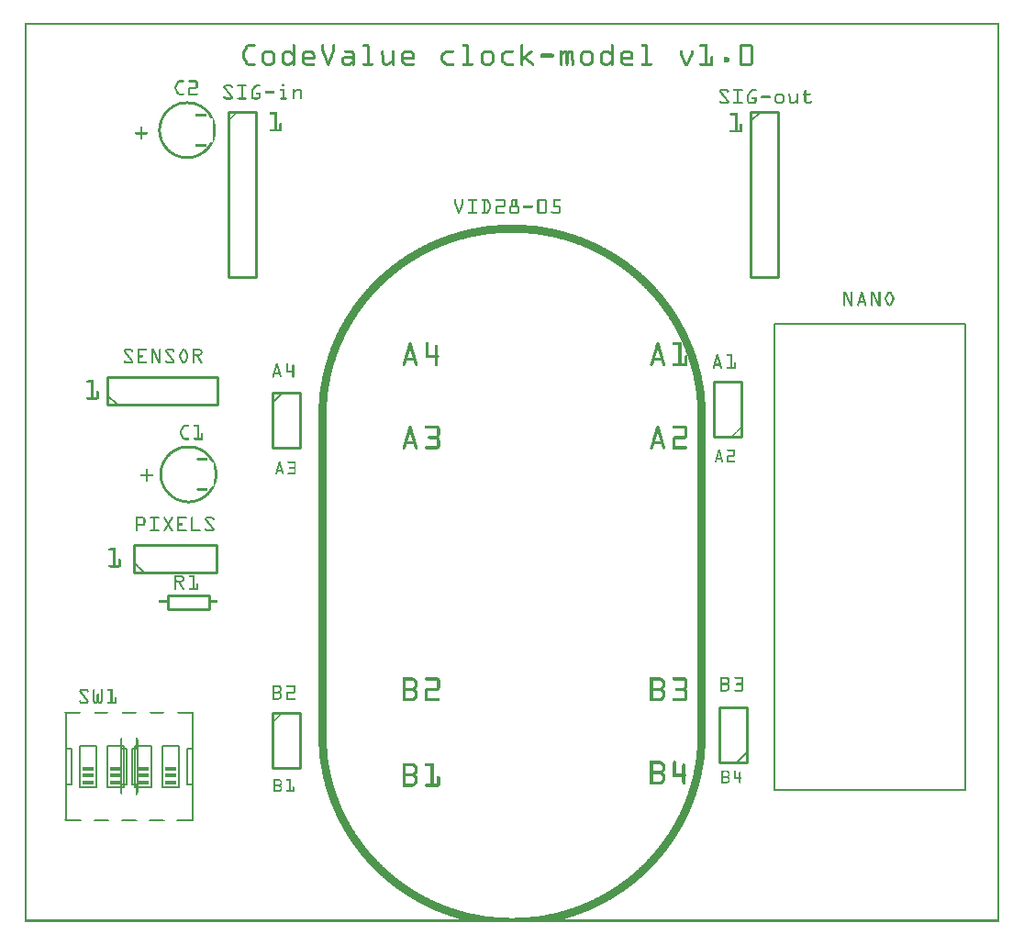
<source format=gto>
G04 MADE WITH FRITZING*
G04 WWW.FRITZING.ORG*
G04 DOUBLE SIDED*
G04 HOLES PLATED*
G04 CONTOUR ON CENTER OF CONTOUR VECTOR*
%ASAXBY*%
%FSLAX23Y23*%
%MOIN*%
%OFA0B0*%
%SFA1.0B1.0*%
%ADD10R,0.040000X0.015000*%
%ADD11C,0.008000*%
%ADD12C,0.010000*%
%ADD13C,0.005000*%
%ADD14R,0.001000X0.001000*%
%LNSILK1*%
G90*
G70*
G54D10*
X531Y558D03*
X531Y533D03*
X531Y508D03*
X431Y558D03*
X431Y533D03*
X431Y508D03*
X330Y558D03*
X330Y533D03*
X330Y508D03*
X230Y558D03*
X230Y533D03*
X230Y508D03*
G54D11*
X351Y500D02*
X371Y500D01*
D02*
X371Y500D02*
X371Y630D01*
D02*
X371Y630D02*
X351Y630D01*
D02*
X351Y630D02*
X351Y500D01*
D02*
X611Y370D02*
X611Y500D01*
D02*
X611Y630D02*
X591Y630D01*
D02*
X591Y630D02*
X591Y500D01*
D02*
X591Y500D02*
X611Y500D01*
D02*
X611Y630D02*
X611Y760D01*
D02*
X611Y500D02*
X611Y630D01*
D02*
X501Y640D02*
X501Y490D01*
D02*
X501Y640D02*
X561Y640D01*
D02*
X561Y490D02*
X561Y640D01*
D02*
X561Y490D02*
X501Y490D01*
D02*
X401Y640D02*
X401Y490D01*
D02*
X401Y640D02*
X461Y640D01*
D02*
X461Y490D02*
X461Y640D01*
D02*
X461Y490D02*
X401Y490D01*
D02*
X150Y760D02*
X150Y630D01*
D02*
X150Y500D02*
X170Y500D01*
D02*
X170Y500D02*
X170Y630D01*
D02*
X170Y630D02*
X150Y630D01*
D02*
X150Y500D02*
X150Y370D01*
D02*
X150Y630D02*
X150Y500D01*
D02*
X410Y630D02*
X390Y630D01*
D02*
X390Y630D02*
X390Y500D01*
D02*
X390Y500D02*
X410Y500D01*
D02*
X410Y500D02*
X410Y630D01*
D02*
X300Y640D02*
X300Y490D01*
D02*
X300Y640D02*
X360Y640D01*
D02*
X360Y490D02*
X360Y640D01*
D02*
X360Y490D02*
X300Y490D01*
D02*
X200Y640D02*
X200Y490D01*
D02*
X200Y640D02*
X260Y640D01*
D02*
X260Y490D02*
X260Y640D01*
D02*
X260Y490D02*
X200Y490D01*
G54D12*
D02*
X670Y1139D02*
X520Y1139D01*
D02*
X520Y1139D02*
X520Y1189D01*
D02*
X520Y1189D02*
X670Y1189D01*
D02*
X670Y1189D02*
X670Y1139D01*
D02*
X741Y2945D02*
X741Y2345D01*
D02*
X741Y2345D02*
X841Y2345D01*
D02*
X841Y2345D02*
X841Y2945D01*
D02*
X841Y2945D02*
X741Y2945D01*
D02*
X2639Y2945D02*
X2639Y2345D01*
D02*
X2639Y2345D02*
X2739Y2345D01*
D02*
X2739Y2345D02*
X2739Y2945D01*
D02*
X2739Y2945D02*
X2639Y2945D01*
G54D13*
D02*
X2639Y2910D02*
X2674Y2945D01*
G54D12*
D02*
X2623Y582D02*
X2623Y782D01*
D02*
X2623Y782D02*
X2523Y782D01*
D02*
X2523Y782D02*
X2523Y582D01*
D02*
X2523Y582D02*
X2623Y582D01*
G54D13*
D02*
X2623Y617D02*
X2588Y582D01*
G54D12*
D02*
X902Y760D02*
X902Y560D01*
D02*
X902Y560D02*
X1002Y560D01*
D02*
X1002Y560D02*
X1002Y760D01*
D02*
X1002Y760D02*
X902Y760D01*
D02*
X902Y1923D02*
X902Y1723D01*
D02*
X902Y1723D02*
X1002Y1723D01*
D02*
X1002Y1723D02*
X1002Y1923D01*
D02*
X1002Y1923D02*
X902Y1923D01*
G54D13*
D02*
X902Y1888D02*
X937Y1923D01*
G54D12*
D02*
X2605Y1763D02*
X2605Y1963D01*
D02*
X2605Y1963D02*
X2505Y1963D01*
D02*
X2505Y1963D02*
X2505Y1763D01*
D02*
X2505Y1763D02*
X2605Y1763D01*
D02*
X301Y1881D02*
X701Y1881D01*
D02*
X701Y1881D02*
X701Y1981D01*
D02*
X701Y1981D02*
X301Y1981D01*
D02*
X301Y1981D02*
X301Y1881D01*
G54D13*
D02*
X336Y1881D02*
X301Y1916D01*
G54D12*
D02*
X399Y1271D02*
X699Y1271D01*
D02*
X699Y1271D02*
X699Y1371D01*
D02*
X699Y1371D02*
X399Y1371D01*
D02*
X399Y1371D02*
X399Y1271D01*
G54D11*
X2725Y481D02*
X3417Y481D01*
X3417Y2173D01*
X2725Y2173D01*
X2725Y481D01*
D02*
G54D14*
X0Y3268D02*
X3542Y3268D01*
X0Y3267D02*
X3542Y3267D01*
X0Y3266D02*
X3542Y3266D01*
X0Y3265D02*
X3542Y3265D01*
X0Y3264D02*
X3542Y3264D01*
X0Y3263D02*
X3542Y3263D01*
X0Y3262D02*
X3542Y3262D01*
X0Y3261D02*
X3542Y3261D01*
X0Y3260D02*
X7Y3260D01*
X3535Y3260D02*
X3542Y3260D01*
X0Y3259D02*
X7Y3259D01*
X3535Y3259D02*
X3542Y3259D01*
X0Y3258D02*
X7Y3258D01*
X3535Y3258D02*
X3542Y3258D01*
X0Y3257D02*
X7Y3257D01*
X3535Y3257D02*
X3542Y3257D01*
X0Y3256D02*
X7Y3256D01*
X3535Y3256D02*
X3542Y3256D01*
X0Y3255D02*
X7Y3255D01*
X3535Y3255D02*
X3542Y3255D01*
X0Y3254D02*
X7Y3254D01*
X3535Y3254D02*
X3542Y3254D01*
X0Y3253D02*
X7Y3253D01*
X3535Y3253D02*
X3542Y3253D01*
X0Y3252D02*
X7Y3252D01*
X3535Y3252D02*
X3542Y3252D01*
X0Y3251D02*
X7Y3251D01*
X3535Y3251D02*
X3542Y3251D01*
X0Y3250D02*
X7Y3250D01*
X3535Y3250D02*
X3542Y3250D01*
X0Y3249D02*
X7Y3249D01*
X3535Y3249D02*
X3542Y3249D01*
X0Y3248D02*
X7Y3248D01*
X3535Y3248D02*
X3542Y3248D01*
X0Y3247D02*
X7Y3247D01*
X3535Y3247D02*
X3542Y3247D01*
X0Y3246D02*
X7Y3246D01*
X3535Y3246D02*
X3542Y3246D01*
X0Y3245D02*
X7Y3245D01*
X3535Y3245D02*
X3542Y3245D01*
X0Y3244D02*
X7Y3244D01*
X3535Y3244D02*
X3542Y3244D01*
X0Y3243D02*
X7Y3243D01*
X3535Y3243D02*
X3542Y3243D01*
X0Y3242D02*
X7Y3242D01*
X3535Y3242D02*
X3542Y3242D01*
X0Y3241D02*
X7Y3241D01*
X3535Y3241D02*
X3542Y3241D01*
X0Y3240D02*
X7Y3240D01*
X3535Y3240D02*
X3542Y3240D01*
X0Y3239D02*
X7Y3239D01*
X3535Y3239D02*
X3542Y3239D01*
X0Y3238D02*
X7Y3238D01*
X3535Y3238D02*
X3542Y3238D01*
X0Y3237D02*
X7Y3237D01*
X3535Y3237D02*
X3542Y3237D01*
X0Y3236D02*
X7Y3236D01*
X3535Y3236D02*
X3542Y3236D01*
X0Y3235D02*
X7Y3235D01*
X3535Y3235D02*
X3542Y3235D01*
X0Y3234D02*
X7Y3234D01*
X3535Y3234D02*
X3542Y3234D01*
X0Y3233D02*
X7Y3233D01*
X3535Y3233D02*
X3542Y3233D01*
X0Y3232D02*
X7Y3232D01*
X3535Y3232D02*
X3542Y3232D01*
X0Y3231D02*
X7Y3231D01*
X3535Y3231D02*
X3542Y3231D01*
X0Y3230D02*
X7Y3230D01*
X3535Y3230D02*
X3542Y3230D01*
X0Y3229D02*
X7Y3229D01*
X3535Y3229D02*
X3542Y3229D01*
X0Y3228D02*
X7Y3228D01*
X3535Y3228D02*
X3542Y3228D01*
X0Y3227D02*
X7Y3227D01*
X3535Y3227D02*
X3542Y3227D01*
X0Y3226D02*
X7Y3226D01*
X3535Y3226D02*
X3542Y3226D01*
X0Y3225D02*
X7Y3225D01*
X3535Y3225D02*
X3542Y3225D01*
X0Y3224D02*
X7Y3224D01*
X3535Y3224D02*
X3542Y3224D01*
X0Y3223D02*
X7Y3223D01*
X3535Y3223D02*
X3542Y3223D01*
X0Y3222D02*
X7Y3222D01*
X3535Y3222D02*
X3542Y3222D01*
X0Y3221D02*
X7Y3221D01*
X3535Y3221D02*
X3542Y3221D01*
X0Y3220D02*
X7Y3220D01*
X3535Y3220D02*
X3542Y3220D01*
X0Y3219D02*
X7Y3219D01*
X3535Y3219D02*
X3542Y3219D01*
X0Y3218D02*
X7Y3218D01*
X3535Y3218D02*
X3542Y3218D01*
X0Y3217D02*
X7Y3217D01*
X3535Y3217D02*
X3542Y3217D01*
X0Y3216D02*
X7Y3216D01*
X3535Y3216D02*
X3542Y3216D01*
X0Y3215D02*
X7Y3215D01*
X3535Y3215D02*
X3542Y3215D01*
X0Y3214D02*
X7Y3214D01*
X3535Y3214D02*
X3542Y3214D01*
X0Y3213D02*
X7Y3213D01*
X3535Y3213D02*
X3542Y3213D01*
X0Y3212D02*
X7Y3212D01*
X3535Y3212D02*
X3542Y3212D01*
X0Y3211D02*
X7Y3211D01*
X3535Y3211D02*
X3542Y3211D01*
X0Y3210D02*
X7Y3210D01*
X3535Y3210D02*
X3542Y3210D01*
X0Y3209D02*
X7Y3209D01*
X3535Y3209D02*
X3542Y3209D01*
X0Y3208D02*
X7Y3208D01*
X3535Y3208D02*
X3542Y3208D01*
X0Y3207D02*
X7Y3207D01*
X3535Y3207D02*
X3542Y3207D01*
X0Y3206D02*
X7Y3206D01*
X3535Y3206D02*
X3542Y3206D01*
X0Y3205D02*
X7Y3205D01*
X3535Y3205D02*
X3542Y3205D01*
X0Y3204D02*
X7Y3204D01*
X3535Y3204D02*
X3542Y3204D01*
X0Y3203D02*
X7Y3203D01*
X3535Y3203D02*
X3542Y3203D01*
X0Y3202D02*
X7Y3202D01*
X3535Y3202D02*
X3542Y3202D01*
X0Y3201D02*
X7Y3201D01*
X3535Y3201D02*
X3542Y3201D01*
X0Y3200D02*
X7Y3200D01*
X3535Y3200D02*
X3542Y3200D01*
X0Y3199D02*
X7Y3199D01*
X3535Y3199D02*
X3542Y3199D01*
X0Y3198D02*
X7Y3198D01*
X3535Y3198D02*
X3542Y3198D01*
X0Y3197D02*
X7Y3197D01*
X3535Y3197D02*
X3542Y3197D01*
X0Y3196D02*
X7Y3196D01*
X3535Y3196D02*
X3542Y3196D01*
X0Y3195D02*
X7Y3195D01*
X3535Y3195D02*
X3542Y3195D01*
X0Y3194D02*
X7Y3194D01*
X3535Y3194D02*
X3542Y3194D01*
X0Y3193D02*
X7Y3193D01*
X3535Y3193D02*
X3542Y3193D01*
X0Y3192D02*
X7Y3192D01*
X3535Y3192D02*
X3542Y3192D01*
X0Y3191D02*
X7Y3191D01*
X3535Y3191D02*
X3542Y3191D01*
X0Y3190D02*
X7Y3190D01*
X3535Y3190D02*
X3542Y3190D01*
X0Y3189D02*
X7Y3189D01*
X811Y3189D02*
X837Y3189D01*
X976Y3189D02*
X981Y3189D01*
X1081Y3189D02*
X1086Y3189D01*
X1121Y3189D02*
X1126Y3189D01*
X1231Y3189D02*
X1250Y3189D01*
X1592Y3189D02*
X1612Y3189D01*
X1804Y3189D02*
X1809Y3189D01*
X2133Y3189D02*
X2138Y3189D01*
X2243Y3189D02*
X2262Y3189D01*
X2455Y3189D02*
X2482Y3189D01*
X2603Y3189D02*
X2640Y3189D01*
X3535Y3189D02*
X3542Y3189D01*
X0Y3188D02*
X7Y3188D01*
X809Y3188D02*
X838Y3188D01*
X975Y3188D02*
X982Y3188D01*
X1080Y3188D02*
X1087Y3188D01*
X1120Y3188D02*
X1127Y3188D01*
X1230Y3188D02*
X1251Y3188D01*
X1591Y3188D02*
X1613Y3188D01*
X1803Y3188D02*
X1810Y3188D01*
X2132Y3188D02*
X2139Y3188D01*
X2242Y3188D02*
X2264Y3188D01*
X2454Y3188D02*
X2482Y3188D01*
X2601Y3188D02*
X2642Y3188D01*
X3535Y3188D02*
X3542Y3188D01*
X0Y3187D02*
X7Y3187D01*
X807Y3187D02*
X838Y3187D01*
X975Y3187D02*
X983Y3187D01*
X1080Y3187D02*
X1088Y3187D01*
X1119Y3187D02*
X1127Y3187D01*
X1229Y3187D02*
X1252Y3187D01*
X1591Y3187D02*
X1614Y3187D01*
X1803Y3187D02*
X1811Y3187D01*
X2131Y3187D02*
X2140Y3187D01*
X2241Y3187D02*
X2264Y3187D01*
X2453Y3187D02*
X2482Y3187D01*
X2600Y3187D02*
X2643Y3187D01*
X3535Y3187D02*
X3542Y3187D01*
X0Y3186D02*
X7Y3186D01*
X806Y3186D02*
X839Y3186D01*
X974Y3186D02*
X983Y3186D01*
X1079Y3186D02*
X1088Y3186D01*
X1119Y3186D02*
X1128Y3186D01*
X1229Y3186D02*
X1252Y3186D01*
X1590Y3186D02*
X1614Y3186D01*
X1802Y3186D02*
X1811Y3186D01*
X2131Y3186D02*
X2140Y3186D01*
X2241Y3186D02*
X2265Y3186D01*
X2453Y3186D02*
X2482Y3186D01*
X2599Y3186D02*
X2644Y3186D01*
X3535Y3186D02*
X3542Y3186D01*
X0Y3185D02*
X7Y3185D01*
X805Y3185D02*
X839Y3185D01*
X974Y3185D02*
X983Y3185D01*
X1079Y3185D02*
X1088Y3185D01*
X1119Y3185D02*
X1128Y3185D01*
X1229Y3185D02*
X1253Y3185D01*
X1590Y3185D02*
X1614Y3185D01*
X1802Y3185D02*
X1811Y3185D01*
X2131Y3185D02*
X2140Y3185D01*
X2241Y3185D02*
X2265Y3185D01*
X2453Y3185D02*
X2482Y3185D01*
X2599Y3185D02*
X2645Y3185D01*
X3535Y3185D02*
X3542Y3185D01*
X0Y3184D02*
X7Y3184D01*
X804Y3184D02*
X839Y3184D01*
X974Y3184D02*
X983Y3184D01*
X1079Y3184D02*
X1088Y3184D01*
X1119Y3184D02*
X1128Y3184D01*
X1229Y3184D02*
X1253Y3184D01*
X1590Y3184D02*
X1614Y3184D01*
X1802Y3184D02*
X1811Y3184D01*
X2131Y3184D02*
X2140Y3184D01*
X2241Y3184D02*
X2265Y3184D01*
X2453Y3184D02*
X2482Y3184D01*
X2598Y3184D02*
X2645Y3184D01*
X3535Y3184D02*
X3542Y3184D01*
X0Y3183D02*
X7Y3183D01*
X803Y3183D02*
X838Y3183D01*
X974Y3183D02*
X983Y3183D01*
X1079Y3183D02*
X1088Y3183D01*
X1119Y3183D02*
X1128Y3183D01*
X1229Y3183D02*
X1253Y3183D01*
X1591Y3183D02*
X1614Y3183D01*
X1802Y3183D02*
X1811Y3183D01*
X2131Y3183D02*
X2140Y3183D01*
X2241Y3183D02*
X2265Y3183D01*
X2453Y3183D02*
X2482Y3183D01*
X2598Y3183D02*
X2646Y3183D01*
X3535Y3183D02*
X3542Y3183D01*
X0Y3182D02*
X7Y3182D01*
X803Y3182D02*
X838Y3182D01*
X974Y3182D02*
X983Y3182D01*
X1079Y3182D02*
X1088Y3182D01*
X1119Y3182D02*
X1128Y3182D01*
X1230Y3182D02*
X1253Y3182D01*
X1591Y3182D02*
X1614Y3182D01*
X1802Y3182D02*
X1811Y3182D01*
X2131Y3182D02*
X2140Y3182D01*
X2242Y3182D02*
X2265Y3182D01*
X2454Y3182D02*
X2482Y3182D01*
X2598Y3182D02*
X2646Y3182D01*
X3535Y3182D02*
X3542Y3182D01*
X0Y3181D02*
X7Y3181D01*
X802Y3181D02*
X837Y3181D01*
X974Y3181D02*
X983Y3181D01*
X1079Y3181D02*
X1088Y3181D01*
X1119Y3181D02*
X1128Y3181D01*
X1231Y3181D02*
X1253Y3181D01*
X1592Y3181D02*
X1614Y3181D01*
X1802Y3181D02*
X1811Y3181D01*
X2131Y3181D02*
X2140Y3181D01*
X2243Y3181D02*
X2265Y3181D01*
X2455Y3181D02*
X2482Y3181D01*
X2597Y3181D02*
X2646Y3181D01*
X3535Y3181D02*
X3542Y3181D01*
X0Y3180D02*
X7Y3180D01*
X802Y3180D02*
X834Y3180D01*
X974Y3180D02*
X983Y3180D01*
X1079Y3180D02*
X1088Y3180D01*
X1119Y3180D02*
X1128Y3180D01*
X1233Y3180D02*
X1253Y3180D01*
X1595Y3180D02*
X1614Y3180D01*
X1802Y3180D02*
X1811Y3180D01*
X2131Y3180D02*
X2140Y3180D01*
X2245Y3180D02*
X2265Y3180D01*
X2457Y3180D02*
X2482Y3180D01*
X2597Y3180D02*
X2646Y3180D01*
X3535Y3180D02*
X3542Y3180D01*
X0Y3179D02*
X7Y3179D01*
X801Y3179D02*
X812Y3179D01*
X974Y3179D02*
X983Y3179D01*
X1079Y3179D02*
X1088Y3179D01*
X1119Y3179D02*
X1128Y3179D01*
X1244Y3179D02*
X1253Y3179D01*
X1605Y3179D02*
X1614Y3179D01*
X1802Y3179D02*
X1811Y3179D01*
X2131Y3179D02*
X2140Y3179D01*
X2256Y3179D02*
X2265Y3179D01*
X2472Y3179D02*
X2482Y3179D01*
X2597Y3179D02*
X2606Y3179D01*
X2637Y3179D02*
X2646Y3179D01*
X3535Y3179D02*
X3542Y3179D01*
X0Y3178D02*
X7Y3178D01*
X801Y3178D02*
X811Y3178D01*
X974Y3178D02*
X983Y3178D01*
X1079Y3178D02*
X1088Y3178D01*
X1119Y3178D02*
X1128Y3178D01*
X1244Y3178D02*
X1253Y3178D01*
X1605Y3178D02*
X1614Y3178D01*
X1802Y3178D02*
X1811Y3178D01*
X2131Y3178D02*
X2140Y3178D01*
X2256Y3178D02*
X2265Y3178D01*
X2472Y3178D02*
X2482Y3178D01*
X2597Y3178D02*
X2606Y3178D01*
X2637Y3178D02*
X2646Y3178D01*
X3535Y3178D02*
X3542Y3178D01*
X0Y3177D02*
X7Y3177D01*
X800Y3177D02*
X811Y3177D01*
X974Y3177D02*
X983Y3177D01*
X1079Y3177D02*
X1088Y3177D01*
X1119Y3177D02*
X1128Y3177D01*
X1244Y3177D02*
X1253Y3177D01*
X1605Y3177D02*
X1614Y3177D01*
X1802Y3177D02*
X1811Y3177D01*
X2131Y3177D02*
X2140Y3177D01*
X2256Y3177D02*
X2265Y3177D01*
X2472Y3177D02*
X2482Y3177D01*
X2597Y3177D02*
X2606Y3177D01*
X2637Y3177D02*
X2646Y3177D01*
X3535Y3177D02*
X3542Y3177D01*
X0Y3176D02*
X7Y3176D01*
X800Y3176D02*
X810Y3176D01*
X974Y3176D02*
X983Y3176D01*
X1079Y3176D02*
X1088Y3176D01*
X1119Y3176D02*
X1128Y3176D01*
X1244Y3176D02*
X1253Y3176D01*
X1605Y3176D02*
X1614Y3176D01*
X1802Y3176D02*
X1811Y3176D01*
X2131Y3176D02*
X2140Y3176D01*
X2256Y3176D02*
X2265Y3176D01*
X2472Y3176D02*
X2482Y3176D01*
X2597Y3176D02*
X2606Y3176D01*
X2637Y3176D02*
X2646Y3176D01*
X3535Y3176D02*
X3542Y3176D01*
X0Y3175D02*
X7Y3175D01*
X799Y3175D02*
X810Y3175D01*
X974Y3175D02*
X983Y3175D01*
X1079Y3175D02*
X1088Y3175D01*
X1119Y3175D02*
X1128Y3175D01*
X1244Y3175D02*
X1253Y3175D01*
X1605Y3175D02*
X1614Y3175D01*
X1802Y3175D02*
X1811Y3175D01*
X2131Y3175D02*
X2140Y3175D01*
X2256Y3175D02*
X2265Y3175D01*
X2472Y3175D02*
X2482Y3175D01*
X2597Y3175D02*
X2606Y3175D01*
X2637Y3175D02*
X2646Y3175D01*
X3535Y3175D02*
X3542Y3175D01*
X0Y3174D02*
X7Y3174D01*
X799Y3174D02*
X809Y3174D01*
X974Y3174D02*
X983Y3174D01*
X1079Y3174D02*
X1088Y3174D01*
X1119Y3174D02*
X1128Y3174D01*
X1244Y3174D02*
X1253Y3174D01*
X1605Y3174D02*
X1614Y3174D01*
X1802Y3174D02*
X1811Y3174D01*
X2131Y3174D02*
X2140Y3174D01*
X2256Y3174D02*
X2265Y3174D01*
X2472Y3174D02*
X2482Y3174D01*
X2597Y3174D02*
X2606Y3174D01*
X2637Y3174D02*
X2646Y3174D01*
X3535Y3174D02*
X3542Y3174D01*
X0Y3173D02*
X7Y3173D01*
X798Y3173D02*
X809Y3173D01*
X974Y3173D02*
X983Y3173D01*
X1079Y3173D02*
X1088Y3173D01*
X1119Y3173D02*
X1128Y3173D01*
X1244Y3173D02*
X1253Y3173D01*
X1605Y3173D02*
X1614Y3173D01*
X1802Y3173D02*
X1811Y3173D01*
X2131Y3173D02*
X2140Y3173D01*
X2256Y3173D02*
X2265Y3173D01*
X2472Y3173D02*
X2482Y3173D01*
X2597Y3173D02*
X2606Y3173D01*
X2637Y3173D02*
X2646Y3173D01*
X3535Y3173D02*
X3542Y3173D01*
X0Y3172D02*
X7Y3172D01*
X798Y3172D02*
X808Y3172D01*
X974Y3172D02*
X983Y3172D01*
X1079Y3172D02*
X1088Y3172D01*
X1119Y3172D02*
X1128Y3172D01*
X1244Y3172D02*
X1253Y3172D01*
X1605Y3172D02*
X1614Y3172D01*
X1802Y3172D02*
X1811Y3172D01*
X2131Y3172D02*
X2140Y3172D01*
X2256Y3172D02*
X2265Y3172D01*
X2472Y3172D02*
X2482Y3172D01*
X2597Y3172D02*
X2606Y3172D01*
X2637Y3172D02*
X2646Y3172D01*
X3535Y3172D02*
X3542Y3172D01*
X0Y3171D02*
X7Y3171D01*
X797Y3171D02*
X808Y3171D01*
X974Y3171D02*
X983Y3171D01*
X1079Y3171D02*
X1088Y3171D01*
X1119Y3171D02*
X1128Y3171D01*
X1244Y3171D02*
X1253Y3171D01*
X1605Y3171D02*
X1614Y3171D01*
X1802Y3171D02*
X1811Y3171D01*
X2131Y3171D02*
X2140Y3171D01*
X2256Y3171D02*
X2265Y3171D01*
X2472Y3171D02*
X2482Y3171D01*
X2597Y3171D02*
X2606Y3171D01*
X2637Y3171D02*
X2646Y3171D01*
X3535Y3171D02*
X3542Y3171D01*
X0Y3170D02*
X7Y3170D01*
X797Y3170D02*
X807Y3170D01*
X974Y3170D02*
X983Y3170D01*
X1079Y3170D02*
X1088Y3170D01*
X1119Y3170D02*
X1128Y3170D01*
X1244Y3170D02*
X1253Y3170D01*
X1605Y3170D02*
X1614Y3170D01*
X1802Y3170D02*
X1811Y3170D01*
X2131Y3170D02*
X2140Y3170D01*
X2256Y3170D02*
X2265Y3170D01*
X2472Y3170D02*
X2482Y3170D01*
X2597Y3170D02*
X2606Y3170D01*
X2637Y3170D02*
X2646Y3170D01*
X3535Y3170D02*
X3542Y3170D01*
X0Y3169D02*
X7Y3169D01*
X796Y3169D02*
X807Y3169D01*
X974Y3169D02*
X983Y3169D01*
X1079Y3169D02*
X1088Y3169D01*
X1119Y3169D02*
X1128Y3169D01*
X1244Y3169D02*
X1253Y3169D01*
X1605Y3169D02*
X1614Y3169D01*
X1802Y3169D02*
X1811Y3169D01*
X2131Y3169D02*
X2140Y3169D01*
X2256Y3169D02*
X2265Y3169D01*
X2472Y3169D02*
X2482Y3169D01*
X2597Y3169D02*
X2606Y3169D01*
X2637Y3169D02*
X2646Y3169D01*
X3535Y3169D02*
X3542Y3169D01*
X0Y3168D02*
X7Y3168D01*
X796Y3168D02*
X806Y3168D01*
X876Y3168D02*
X897Y3168D01*
X948Y3168D02*
X964Y3168D01*
X974Y3168D02*
X983Y3168D01*
X1021Y3168D02*
X1042Y3168D01*
X1079Y3168D02*
X1089Y3168D01*
X1119Y3168D02*
X1128Y3168D01*
X1164Y3168D02*
X1189Y3168D01*
X1244Y3168D02*
X1253Y3168D01*
X1299Y3168D02*
X1303Y3168D01*
X1338Y3168D02*
X1342Y3168D01*
X1382Y3168D02*
X1403Y3168D01*
X1532Y3168D02*
X1559Y3168D01*
X1605Y3168D02*
X1614Y3168D01*
X1671Y3168D02*
X1692Y3168D01*
X1749Y3168D02*
X1776Y3168D01*
X1802Y3168D02*
X1811Y3168D01*
X1839Y3168D02*
X1843Y3168D01*
X1948Y3168D02*
X1952Y3168D01*
X1960Y3168D02*
X1968Y3168D01*
X1980Y3168D02*
X1986Y3168D01*
X2033Y3168D02*
X2054Y3168D01*
X2105Y3168D02*
X2121Y3168D01*
X2131Y3168D02*
X2140Y3168D01*
X2177Y3168D02*
X2198Y3168D01*
X2256Y3168D02*
X2265Y3168D01*
X2383Y3168D02*
X2387Y3168D01*
X2423Y3168D02*
X2427Y3168D01*
X2472Y3168D02*
X2482Y3168D01*
X2597Y3168D02*
X2606Y3168D01*
X2637Y3168D02*
X2646Y3168D01*
X3535Y3168D02*
X3542Y3168D01*
X0Y3167D02*
X7Y3167D01*
X795Y3167D02*
X806Y3167D01*
X874Y3167D02*
X899Y3167D01*
X946Y3167D02*
X967Y3167D01*
X974Y3167D02*
X983Y3167D01*
X1018Y3167D02*
X1044Y3167D01*
X1079Y3167D02*
X1089Y3167D01*
X1118Y3167D02*
X1128Y3167D01*
X1163Y3167D02*
X1191Y3167D01*
X1244Y3167D02*
X1253Y3167D01*
X1297Y3167D02*
X1304Y3167D01*
X1337Y3167D02*
X1344Y3167D01*
X1380Y3167D02*
X1405Y3167D01*
X1529Y3167D02*
X1560Y3167D01*
X1605Y3167D02*
X1614Y3167D01*
X1669Y3167D02*
X1695Y3167D01*
X1746Y3167D02*
X1777Y3167D01*
X1802Y3167D02*
X1811Y3167D01*
X1838Y3167D02*
X1845Y3167D01*
X1947Y3167D02*
X1954Y3167D01*
X1958Y3167D02*
X1970Y3167D01*
X1978Y3167D02*
X1988Y3167D01*
X2030Y3167D02*
X2056Y3167D01*
X2103Y3167D02*
X2123Y3167D01*
X2131Y3167D02*
X2140Y3167D01*
X2175Y3167D02*
X2201Y3167D01*
X2256Y3167D02*
X2265Y3167D01*
X2382Y3167D02*
X2388Y3167D01*
X2421Y3167D02*
X2428Y3167D01*
X2472Y3167D02*
X2482Y3167D01*
X2597Y3167D02*
X2606Y3167D01*
X2637Y3167D02*
X2646Y3167D01*
X3535Y3167D02*
X3542Y3167D01*
X0Y3166D02*
X7Y3166D01*
X795Y3166D02*
X805Y3166D01*
X872Y3166D02*
X901Y3166D01*
X945Y3166D02*
X968Y3166D01*
X974Y3166D02*
X983Y3166D01*
X1017Y3166D02*
X1046Y3166D01*
X1079Y3166D02*
X1089Y3166D01*
X1118Y3166D02*
X1128Y3166D01*
X1162Y3166D02*
X1193Y3166D01*
X1244Y3166D02*
X1253Y3166D01*
X1297Y3166D02*
X1304Y3166D01*
X1336Y3166D02*
X1344Y3166D01*
X1378Y3166D02*
X1407Y3166D01*
X1528Y3166D02*
X1561Y3166D01*
X1605Y3166D02*
X1614Y3166D01*
X1667Y3166D02*
X1696Y3166D01*
X1744Y3166D02*
X1778Y3166D01*
X1802Y3166D02*
X1811Y3166D01*
X1837Y3166D02*
X1845Y3166D01*
X1946Y3166D02*
X1954Y3166D01*
X1957Y3166D02*
X1971Y3166D01*
X1976Y3166D02*
X1990Y3166D01*
X2029Y3166D02*
X2058Y3166D01*
X2101Y3166D02*
X2125Y3166D01*
X2131Y3166D02*
X2140Y3166D01*
X2174Y3166D02*
X2202Y3166D01*
X2256Y3166D02*
X2265Y3166D01*
X2381Y3166D02*
X2389Y3166D01*
X2421Y3166D02*
X2429Y3166D01*
X2472Y3166D02*
X2482Y3166D01*
X2597Y3166D02*
X2606Y3166D01*
X2637Y3166D02*
X2646Y3166D01*
X3535Y3166D02*
X3542Y3166D01*
X0Y3165D02*
X7Y3165D01*
X794Y3165D02*
X805Y3165D01*
X871Y3165D02*
X902Y3165D01*
X943Y3165D02*
X970Y3165D01*
X974Y3165D02*
X983Y3165D01*
X1016Y3165D02*
X1047Y3165D01*
X1080Y3165D02*
X1090Y3165D01*
X1117Y3165D02*
X1127Y3165D01*
X1162Y3165D02*
X1194Y3165D01*
X1244Y3165D02*
X1253Y3165D01*
X1296Y3165D02*
X1305Y3165D01*
X1336Y3165D02*
X1345Y3165D01*
X1377Y3165D02*
X1408Y3165D01*
X1526Y3165D02*
X1561Y3165D01*
X1605Y3165D02*
X1614Y3165D01*
X1666Y3165D02*
X1697Y3165D01*
X1743Y3165D02*
X1778Y3165D01*
X1802Y3165D02*
X1811Y3165D01*
X1836Y3165D02*
X1846Y3165D01*
X1946Y3165D02*
X1972Y3165D01*
X1975Y3165D02*
X1991Y3165D01*
X2028Y3165D02*
X2059Y3165D01*
X2100Y3165D02*
X2126Y3165D01*
X2131Y3165D02*
X2140Y3165D01*
X2172Y3165D02*
X2204Y3165D01*
X2256Y3165D02*
X2265Y3165D01*
X2381Y3165D02*
X2389Y3165D01*
X2420Y3165D02*
X2429Y3165D01*
X2472Y3165D02*
X2482Y3165D01*
X2597Y3165D02*
X2606Y3165D01*
X2637Y3165D02*
X2646Y3165D01*
X3535Y3165D02*
X3542Y3165D01*
X0Y3164D02*
X7Y3164D01*
X794Y3164D02*
X804Y3164D01*
X870Y3164D02*
X904Y3164D01*
X942Y3164D02*
X971Y3164D01*
X974Y3164D02*
X983Y3164D01*
X1014Y3164D02*
X1048Y3164D01*
X1080Y3164D02*
X1090Y3164D01*
X1117Y3164D02*
X1127Y3164D01*
X1161Y3164D02*
X1195Y3164D01*
X1244Y3164D02*
X1253Y3164D01*
X1296Y3164D02*
X1305Y3164D01*
X1336Y3164D02*
X1345Y3164D01*
X1376Y3164D02*
X1410Y3164D01*
X1525Y3164D02*
X1562Y3164D01*
X1605Y3164D02*
X1614Y3164D01*
X1665Y3164D02*
X1699Y3164D01*
X1742Y3164D02*
X1778Y3164D01*
X1802Y3164D02*
X1811Y3164D01*
X1834Y3164D02*
X1846Y3164D01*
X1946Y3164D02*
X1992Y3164D01*
X2026Y3164D02*
X2060Y3164D01*
X2099Y3164D02*
X2127Y3164D01*
X2131Y3164D02*
X2140Y3164D01*
X2171Y3164D02*
X2205Y3164D01*
X2256Y3164D02*
X2265Y3164D01*
X2380Y3164D02*
X2389Y3164D01*
X2420Y3164D02*
X2429Y3164D01*
X2472Y3164D02*
X2482Y3164D01*
X2597Y3164D02*
X2606Y3164D01*
X2637Y3164D02*
X2646Y3164D01*
X3535Y3164D02*
X3542Y3164D01*
X0Y3163D02*
X7Y3163D01*
X793Y3163D02*
X804Y3163D01*
X869Y3163D02*
X905Y3163D01*
X941Y3163D02*
X972Y3163D01*
X974Y3163D02*
X983Y3163D01*
X1013Y3163D02*
X1049Y3163D01*
X1081Y3163D02*
X1091Y3163D01*
X1117Y3163D02*
X1126Y3163D01*
X1161Y3163D02*
X1196Y3163D01*
X1244Y3163D02*
X1253Y3163D01*
X1296Y3163D02*
X1305Y3163D01*
X1336Y3163D02*
X1345Y3163D01*
X1375Y3163D02*
X1411Y3163D01*
X1524Y3163D02*
X1562Y3163D01*
X1605Y3163D02*
X1614Y3163D01*
X1664Y3163D02*
X1700Y3163D01*
X1741Y3163D02*
X1778Y3163D01*
X1802Y3163D02*
X1811Y3163D01*
X1833Y3163D02*
X1846Y3163D01*
X1946Y3163D02*
X1993Y3163D01*
X2025Y3163D02*
X2061Y3163D01*
X2098Y3163D02*
X2129Y3163D01*
X2131Y3163D02*
X2140Y3163D01*
X2170Y3163D02*
X2206Y3163D01*
X2256Y3163D02*
X2265Y3163D01*
X2380Y3163D02*
X2389Y3163D01*
X2420Y3163D02*
X2429Y3163D01*
X2472Y3163D02*
X2482Y3163D01*
X2597Y3163D02*
X2606Y3163D01*
X2637Y3163D02*
X2646Y3163D01*
X3535Y3163D02*
X3542Y3163D01*
X0Y3162D02*
X7Y3162D01*
X793Y3162D02*
X803Y3162D01*
X867Y3162D02*
X906Y3162D01*
X940Y3162D02*
X983Y3162D01*
X1012Y3162D02*
X1050Y3162D01*
X1081Y3162D02*
X1091Y3162D01*
X1116Y3162D02*
X1126Y3162D01*
X1162Y3162D02*
X1196Y3162D01*
X1244Y3162D02*
X1253Y3162D01*
X1296Y3162D02*
X1305Y3162D01*
X1336Y3162D02*
X1345Y3162D01*
X1374Y3162D02*
X1412Y3162D01*
X1523Y3162D02*
X1561Y3162D01*
X1605Y3162D02*
X1614Y3162D01*
X1663Y3162D02*
X1701Y3162D01*
X1740Y3162D02*
X1778Y3162D01*
X1802Y3162D02*
X1811Y3162D01*
X1832Y3162D02*
X1846Y3162D01*
X1946Y3162D02*
X1993Y3162D01*
X2024Y3162D02*
X2062Y3162D01*
X2096Y3162D02*
X2140Y3162D01*
X2169Y3162D02*
X2207Y3162D01*
X2256Y3162D02*
X2265Y3162D01*
X2380Y3162D02*
X2389Y3162D01*
X2420Y3162D02*
X2429Y3162D01*
X2472Y3162D02*
X2482Y3162D01*
X2597Y3162D02*
X2606Y3162D01*
X2637Y3162D02*
X2646Y3162D01*
X3535Y3162D02*
X3542Y3162D01*
X0Y3161D02*
X7Y3161D01*
X792Y3161D02*
X803Y3161D01*
X866Y3161D02*
X907Y3161D01*
X939Y3161D02*
X983Y3161D01*
X1011Y3161D02*
X1051Y3161D01*
X1081Y3161D02*
X1091Y3161D01*
X1116Y3161D02*
X1126Y3161D01*
X1162Y3161D02*
X1197Y3161D01*
X1244Y3161D02*
X1253Y3161D01*
X1296Y3161D02*
X1305Y3161D01*
X1336Y3161D02*
X1345Y3161D01*
X1373Y3161D02*
X1413Y3161D01*
X1522Y3161D02*
X1561Y3161D01*
X1605Y3161D02*
X1614Y3161D01*
X1662Y3161D02*
X1702Y3161D01*
X1738Y3161D02*
X1778Y3161D01*
X1802Y3161D02*
X1811Y3161D01*
X1831Y3161D02*
X1845Y3161D01*
X1946Y3161D02*
X1994Y3161D01*
X2023Y3161D02*
X2063Y3161D01*
X2095Y3161D02*
X2140Y3161D01*
X2168Y3161D02*
X2208Y3161D01*
X2256Y3161D02*
X2265Y3161D01*
X2380Y3161D02*
X2389Y3161D01*
X2420Y3161D02*
X2429Y3161D01*
X2472Y3161D02*
X2482Y3161D01*
X2597Y3161D02*
X2606Y3161D01*
X2637Y3161D02*
X2646Y3161D01*
X3535Y3161D02*
X3542Y3161D01*
X0Y3160D02*
X7Y3160D01*
X792Y3160D02*
X802Y3160D01*
X866Y3160D02*
X908Y3160D01*
X938Y3160D02*
X983Y3160D01*
X1010Y3160D02*
X1052Y3160D01*
X1082Y3160D02*
X1092Y3160D01*
X1115Y3160D02*
X1125Y3160D01*
X1163Y3160D02*
X1198Y3160D01*
X1244Y3160D02*
X1253Y3160D01*
X1296Y3160D02*
X1305Y3160D01*
X1336Y3160D02*
X1345Y3160D01*
X1372Y3160D02*
X1414Y3160D01*
X1520Y3160D02*
X1560Y3160D01*
X1605Y3160D02*
X1614Y3160D01*
X1661Y3160D02*
X1703Y3160D01*
X1737Y3160D02*
X1777Y3160D01*
X1802Y3160D02*
X1811Y3160D01*
X1830Y3160D02*
X1844Y3160D01*
X1946Y3160D02*
X1994Y3160D01*
X2022Y3160D02*
X2064Y3160D01*
X2095Y3160D02*
X2140Y3160D01*
X2167Y3160D02*
X2209Y3160D01*
X2256Y3160D02*
X2265Y3160D01*
X2380Y3160D02*
X2389Y3160D01*
X2420Y3160D02*
X2429Y3160D01*
X2472Y3160D02*
X2482Y3160D01*
X2597Y3160D02*
X2606Y3160D01*
X2637Y3160D02*
X2646Y3160D01*
X3535Y3160D02*
X3542Y3160D01*
X0Y3159D02*
X7Y3159D01*
X791Y3159D02*
X802Y3159D01*
X865Y3159D02*
X908Y3159D01*
X937Y3159D02*
X983Y3159D01*
X1010Y3159D02*
X1053Y3159D01*
X1082Y3159D02*
X1092Y3159D01*
X1115Y3159D02*
X1125Y3159D01*
X1165Y3159D02*
X1198Y3159D01*
X1244Y3159D02*
X1253Y3159D01*
X1296Y3159D02*
X1305Y3159D01*
X1336Y3159D02*
X1345Y3159D01*
X1371Y3159D02*
X1415Y3159D01*
X1519Y3159D02*
X1558Y3159D01*
X1605Y3159D02*
X1614Y3159D01*
X1660Y3159D02*
X1704Y3159D01*
X1736Y3159D02*
X1775Y3159D01*
X1802Y3159D02*
X1811Y3159D01*
X1828Y3159D02*
X1843Y3159D01*
X1946Y3159D02*
X1994Y3159D01*
X2022Y3159D02*
X2065Y3159D01*
X2094Y3159D02*
X2140Y3159D01*
X2166Y3159D02*
X2210Y3159D01*
X2256Y3159D02*
X2265Y3159D01*
X2380Y3159D02*
X2389Y3159D01*
X2420Y3159D02*
X2429Y3159D01*
X2472Y3159D02*
X2482Y3159D01*
X2597Y3159D02*
X2606Y3159D01*
X2637Y3159D02*
X2646Y3159D01*
X3535Y3159D02*
X3542Y3159D01*
X0Y3158D02*
X7Y3158D01*
X791Y3158D02*
X801Y3158D01*
X864Y3158D02*
X877Y3158D01*
X896Y3158D02*
X909Y3158D01*
X936Y3158D02*
X950Y3158D01*
X963Y3158D02*
X983Y3158D01*
X1009Y3158D02*
X1022Y3158D01*
X1041Y3158D02*
X1054Y3158D01*
X1083Y3158D02*
X1093Y3158D01*
X1115Y3158D02*
X1124Y3158D01*
X1188Y3158D02*
X1198Y3158D01*
X1244Y3158D02*
X1253Y3158D01*
X1296Y3158D02*
X1305Y3158D01*
X1336Y3158D02*
X1345Y3158D01*
X1370Y3158D02*
X1383Y3158D01*
X1402Y3158D02*
X1415Y3158D01*
X1518Y3158D02*
X1533Y3158D01*
X1605Y3158D02*
X1614Y3158D01*
X1660Y3158D02*
X1673Y3158D01*
X1691Y3158D02*
X1704Y3158D01*
X1735Y3158D02*
X1750Y3158D01*
X1802Y3158D02*
X1811Y3158D01*
X1827Y3158D02*
X1842Y3158D01*
X1946Y3158D02*
X1962Y3158D01*
X1966Y3158D02*
X1982Y3158D01*
X1985Y3158D02*
X1995Y3158D01*
X2021Y3158D02*
X2034Y3158D01*
X2053Y3158D02*
X2066Y3158D01*
X2093Y3158D02*
X2106Y3158D01*
X2120Y3158D02*
X2140Y3158D01*
X2166Y3158D02*
X2179Y3158D01*
X2197Y3158D02*
X2210Y3158D01*
X2256Y3158D02*
X2265Y3158D01*
X2380Y3158D02*
X2389Y3158D01*
X2420Y3158D02*
X2429Y3158D01*
X2472Y3158D02*
X2482Y3158D01*
X2597Y3158D02*
X2606Y3158D01*
X2637Y3158D02*
X2646Y3158D01*
X3535Y3158D02*
X3542Y3158D01*
X0Y3157D02*
X7Y3157D01*
X791Y3157D02*
X801Y3157D01*
X864Y3157D02*
X876Y3157D01*
X898Y3157D02*
X910Y3157D01*
X936Y3157D02*
X948Y3157D01*
X964Y3157D02*
X983Y3157D01*
X1008Y3157D02*
X1021Y3157D01*
X1042Y3157D02*
X1054Y3157D01*
X1083Y3157D02*
X1093Y3157D01*
X1114Y3157D02*
X1124Y3157D01*
X1189Y3157D02*
X1199Y3157D01*
X1244Y3157D02*
X1253Y3157D01*
X1296Y3157D02*
X1305Y3157D01*
X1336Y3157D02*
X1345Y3157D01*
X1370Y3157D02*
X1382Y3157D01*
X1404Y3157D02*
X1416Y3157D01*
X1517Y3157D02*
X1532Y3157D01*
X1605Y3157D02*
X1614Y3157D01*
X1659Y3157D02*
X1671Y3157D01*
X1693Y3157D02*
X1705Y3157D01*
X1734Y3157D02*
X1749Y3157D01*
X1802Y3157D02*
X1811Y3157D01*
X1826Y3157D02*
X1841Y3157D01*
X1946Y3157D02*
X1960Y3157D01*
X1966Y3157D02*
X1980Y3157D01*
X1986Y3157D02*
X1995Y3157D01*
X2020Y3157D02*
X2033Y3157D01*
X2054Y3157D02*
X2066Y3157D01*
X2093Y3157D02*
X2105Y3157D01*
X2121Y3157D02*
X2140Y3157D01*
X2165Y3157D02*
X2177Y3157D01*
X2199Y3157D02*
X2211Y3157D01*
X2256Y3157D02*
X2265Y3157D01*
X2380Y3157D02*
X2389Y3157D01*
X2420Y3157D02*
X2429Y3157D01*
X2472Y3157D02*
X2482Y3157D01*
X2597Y3157D02*
X2606Y3157D01*
X2637Y3157D02*
X2646Y3157D01*
X3535Y3157D02*
X3542Y3157D01*
X0Y3156D02*
X7Y3156D01*
X791Y3156D02*
X800Y3156D01*
X863Y3156D02*
X875Y3156D01*
X899Y3156D02*
X910Y3156D01*
X935Y3156D02*
X947Y3156D01*
X966Y3156D02*
X983Y3156D01*
X1008Y3156D02*
X1019Y3156D01*
X1043Y3156D02*
X1055Y3156D01*
X1083Y3156D02*
X1093Y3156D01*
X1114Y3156D02*
X1124Y3156D01*
X1189Y3156D02*
X1199Y3156D01*
X1244Y3156D02*
X1253Y3156D01*
X1296Y3156D02*
X1305Y3156D01*
X1336Y3156D02*
X1345Y3156D01*
X1369Y3156D02*
X1381Y3156D01*
X1405Y3156D02*
X1416Y3156D01*
X1516Y3156D02*
X1531Y3156D01*
X1605Y3156D02*
X1614Y3156D01*
X1659Y3156D02*
X1670Y3156D01*
X1694Y3156D02*
X1705Y3156D01*
X1733Y3156D02*
X1747Y3156D01*
X1802Y3156D02*
X1811Y3156D01*
X1825Y3156D02*
X1840Y3156D01*
X1879Y3156D02*
X1918Y3156D01*
X1946Y3156D02*
X1959Y3156D01*
X1966Y3156D02*
X1979Y3156D01*
X1986Y3156D02*
X1995Y3156D01*
X2020Y3156D02*
X2031Y3156D01*
X2056Y3156D02*
X2067Y3156D01*
X2092Y3156D02*
X2104Y3156D01*
X2122Y3156D02*
X2140Y3156D01*
X2165Y3156D02*
X2176Y3156D01*
X2200Y3156D02*
X2211Y3156D01*
X2256Y3156D02*
X2265Y3156D01*
X2380Y3156D02*
X2390Y3156D01*
X2420Y3156D02*
X2429Y3156D01*
X2472Y3156D02*
X2482Y3156D01*
X2597Y3156D02*
X2606Y3156D01*
X2637Y3156D02*
X2646Y3156D01*
X3535Y3156D02*
X3542Y3156D01*
X0Y3155D02*
X7Y3155D01*
X790Y3155D02*
X800Y3155D01*
X863Y3155D02*
X874Y3155D01*
X900Y3155D02*
X910Y3155D01*
X935Y3155D02*
X946Y3155D01*
X967Y3155D02*
X983Y3155D01*
X1008Y3155D02*
X1018Y3155D01*
X1045Y3155D02*
X1055Y3155D01*
X1084Y3155D02*
X1094Y3155D01*
X1113Y3155D02*
X1123Y3155D01*
X1189Y3155D02*
X1199Y3155D01*
X1244Y3155D02*
X1253Y3155D01*
X1296Y3155D02*
X1305Y3155D01*
X1336Y3155D02*
X1345Y3155D01*
X1369Y3155D02*
X1380Y3155D01*
X1406Y3155D02*
X1416Y3155D01*
X1516Y3155D02*
X1529Y3155D01*
X1605Y3155D02*
X1614Y3155D01*
X1658Y3155D02*
X1669Y3155D01*
X1695Y3155D02*
X1706Y3155D01*
X1732Y3155D02*
X1746Y3155D01*
X1802Y3155D02*
X1811Y3155D01*
X1824Y3155D02*
X1838Y3155D01*
X1876Y3155D02*
X1921Y3155D01*
X1946Y3155D02*
X1958Y3155D01*
X1966Y3155D02*
X1978Y3155D01*
X1986Y3155D02*
X1995Y3155D01*
X2020Y3155D02*
X2030Y3155D01*
X2057Y3155D02*
X2067Y3155D01*
X2092Y3155D02*
X2103Y3155D01*
X2123Y3155D02*
X2140Y3155D01*
X2164Y3155D02*
X2175Y3155D01*
X2201Y3155D02*
X2212Y3155D01*
X2256Y3155D02*
X2265Y3155D01*
X2380Y3155D02*
X2390Y3155D01*
X2420Y3155D02*
X2429Y3155D01*
X2472Y3155D02*
X2482Y3155D01*
X2597Y3155D02*
X2606Y3155D01*
X2637Y3155D02*
X2646Y3155D01*
X3535Y3155D02*
X3542Y3155D01*
X0Y3154D02*
X7Y3154D01*
X790Y3154D02*
X799Y3154D01*
X863Y3154D02*
X873Y3154D01*
X901Y3154D02*
X911Y3154D01*
X935Y3154D02*
X945Y3154D01*
X968Y3154D02*
X983Y3154D01*
X1007Y3154D02*
X1017Y3154D01*
X1045Y3154D02*
X1055Y3154D01*
X1084Y3154D02*
X1094Y3154D01*
X1113Y3154D02*
X1123Y3154D01*
X1190Y3154D02*
X1199Y3154D01*
X1244Y3154D02*
X1253Y3154D01*
X1296Y3154D02*
X1305Y3154D01*
X1336Y3154D02*
X1345Y3154D01*
X1369Y3154D02*
X1379Y3154D01*
X1407Y3154D02*
X1417Y3154D01*
X1515Y3154D02*
X1528Y3154D01*
X1605Y3154D02*
X1614Y3154D01*
X1658Y3154D02*
X1668Y3154D01*
X1696Y3154D02*
X1706Y3154D01*
X1732Y3154D02*
X1745Y3154D01*
X1802Y3154D02*
X1811Y3154D01*
X1823Y3154D02*
X1837Y3154D01*
X1875Y3154D02*
X1922Y3154D01*
X1946Y3154D02*
X1957Y3154D01*
X1966Y3154D02*
X1977Y3154D01*
X1986Y3154D02*
X1995Y3154D01*
X2019Y3154D02*
X2029Y3154D01*
X2057Y3154D02*
X2067Y3154D01*
X2092Y3154D02*
X2102Y3154D01*
X2125Y3154D02*
X2140Y3154D01*
X2164Y3154D02*
X2174Y3154D01*
X2202Y3154D02*
X2212Y3154D01*
X2256Y3154D02*
X2265Y3154D01*
X2381Y3154D02*
X2390Y3154D01*
X2419Y3154D02*
X2429Y3154D01*
X2472Y3154D02*
X2482Y3154D01*
X2597Y3154D02*
X2606Y3154D01*
X2637Y3154D02*
X2646Y3154D01*
X3535Y3154D02*
X3542Y3154D01*
X0Y3153D02*
X7Y3153D01*
X790Y3153D02*
X799Y3153D01*
X863Y3153D02*
X872Y3153D01*
X901Y3153D02*
X911Y3153D01*
X935Y3153D02*
X944Y3153D01*
X969Y3153D02*
X983Y3153D01*
X1007Y3153D02*
X1017Y3153D01*
X1046Y3153D02*
X1055Y3153D01*
X1085Y3153D02*
X1094Y3153D01*
X1113Y3153D02*
X1122Y3153D01*
X1190Y3153D02*
X1199Y3153D01*
X1244Y3153D02*
X1253Y3153D01*
X1296Y3153D02*
X1305Y3153D01*
X1336Y3153D02*
X1345Y3153D01*
X1369Y3153D02*
X1378Y3153D01*
X1407Y3153D02*
X1417Y3153D01*
X1514Y3153D02*
X1527Y3153D01*
X1605Y3153D02*
X1614Y3153D01*
X1658Y3153D02*
X1667Y3153D01*
X1697Y3153D02*
X1706Y3153D01*
X1731Y3153D02*
X1744Y3153D01*
X1802Y3153D02*
X1811Y3153D01*
X1821Y3153D02*
X1836Y3153D01*
X1875Y3153D02*
X1923Y3153D01*
X1946Y3153D02*
X1956Y3153D01*
X1966Y3153D02*
X1976Y3153D01*
X1986Y3153D02*
X1995Y3153D01*
X2019Y3153D02*
X2029Y3153D01*
X2058Y3153D02*
X2068Y3153D01*
X2091Y3153D02*
X2101Y3153D01*
X2126Y3153D02*
X2140Y3153D01*
X2164Y3153D02*
X2173Y3153D01*
X2203Y3153D02*
X2212Y3153D01*
X2256Y3153D02*
X2265Y3153D01*
X2381Y3153D02*
X2391Y3153D01*
X2419Y3153D02*
X2429Y3153D01*
X2472Y3153D02*
X2482Y3153D01*
X2597Y3153D02*
X2606Y3153D01*
X2637Y3153D02*
X2646Y3153D01*
X3535Y3153D02*
X3542Y3153D01*
X0Y3152D02*
X7Y3152D01*
X790Y3152D02*
X799Y3152D01*
X862Y3152D02*
X872Y3152D01*
X902Y3152D02*
X911Y3152D01*
X935Y3152D02*
X944Y3152D01*
X970Y3152D02*
X983Y3152D01*
X1007Y3152D02*
X1016Y3152D01*
X1046Y3152D02*
X1056Y3152D01*
X1085Y3152D02*
X1095Y3152D01*
X1112Y3152D02*
X1122Y3152D01*
X1190Y3152D02*
X1199Y3152D01*
X1244Y3152D02*
X1253Y3152D01*
X1296Y3152D02*
X1305Y3152D01*
X1336Y3152D02*
X1345Y3152D01*
X1368Y3152D02*
X1378Y3152D01*
X1408Y3152D02*
X1417Y3152D01*
X1514Y3152D02*
X1526Y3152D01*
X1605Y3152D02*
X1614Y3152D01*
X1658Y3152D02*
X1667Y3152D01*
X1697Y3152D02*
X1706Y3152D01*
X1731Y3152D02*
X1743Y3152D01*
X1802Y3152D02*
X1811Y3152D01*
X1820Y3152D02*
X1835Y3152D01*
X1875Y3152D02*
X1923Y3152D01*
X1946Y3152D02*
X1955Y3152D01*
X1966Y3152D02*
X1976Y3152D01*
X1986Y3152D02*
X1995Y3152D01*
X2019Y3152D02*
X2028Y3152D01*
X2058Y3152D02*
X2068Y3152D01*
X2091Y3152D02*
X2101Y3152D01*
X2127Y3152D02*
X2140Y3152D01*
X2164Y3152D02*
X2173Y3152D01*
X2203Y3152D02*
X2212Y3152D01*
X2256Y3152D02*
X2265Y3152D01*
X2381Y3152D02*
X2391Y3152D01*
X2418Y3152D02*
X2428Y3152D01*
X2472Y3152D02*
X2482Y3152D01*
X2597Y3152D02*
X2606Y3152D01*
X2637Y3152D02*
X2646Y3152D01*
X3535Y3152D02*
X3542Y3152D01*
X0Y3151D02*
X7Y3151D01*
X790Y3151D02*
X799Y3151D01*
X862Y3151D02*
X871Y3151D01*
X902Y3151D02*
X911Y3151D01*
X935Y3151D02*
X944Y3151D01*
X971Y3151D02*
X983Y3151D01*
X1007Y3151D02*
X1016Y3151D01*
X1047Y3151D02*
X1056Y3151D01*
X1085Y3151D02*
X1095Y3151D01*
X1112Y3151D02*
X1122Y3151D01*
X1190Y3151D02*
X1199Y3151D01*
X1244Y3151D02*
X1253Y3151D01*
X1296Y3151D02*
X1305Y3151D01*
X1336Y3151D02*
X1345Y3151D01*
X1368Y3151D02*
X1377Y3151D01*
X1408Y3151D02*
X1417Y3151D01*
X1514Y3151D02*
X1525Y3151D01*
X1605Y3151D02*
X1614Y3151D01*
X1658Y3151D02*
X1667Y3151D01*
X1697Y3151D02*
X1706Y3151D01*
X1731Y3151D02*
X1742Y3151D01*
X1802Y3151D02*
X1811Y3151D01*
X1819Y3151D02*
X1834Y3151D01*
X1874Y3151D02*
X1923Y3151D01*
X1946Y3151D02*
X1955Y3151D01*
X1966Y3151D02*
X1976Y3151D01*
X1986Y3151D02*
X1995Y3151D01*
X2019Y3151D02*
X2028Y3151D01*
X2059Y3151D02*
X2068Y3151D01*
X2091Y3151D02*
X2100Y3151D01*
X2128Y3151D02*
X2140Y3151D01*
X2164Y3151D02*
X2173Y3151D01*
X2203Y3151D02*
X2212Y3151D01*
X2256Y3151D02*
X2265Y3151D01*
X2382Y3151D02*
X2392Y3151D01*
X2418Y3151D02*
X2428Y3151D01*
X2472Y3151D02*
X2482Y3151D01*
X2597Y3151D02*
X2606Y3151D01*
X2637Y3151D02*
X2646Y3151D01*
X3535Y3151D02*
X3542Y3151D01*
X0Y3150D02*
X7Y3150D01*
X790Y3150D02*
X799Y3150D01*
X862Y3150D02*
X871Y3150D01*
X902Y3150D02*
X911Y3150D01*
X935Y3150D02*
X944Y3150D01*
X973Y3150D02*
X983Y3150D01*
X1007Y3150D02*
X1016Y3150D01*
X1047Y3150D02*
X1056Y3150D01*
X1086Y3150D02*
X1096Y3150D01*
X1111Y3150D02*
X1121Y3150D01*
X1190Y3150D02*
X1199Y3150D01*
X1244Y3150D02*
X1253Y3150D01*
X1296Y3150D02*
X1306Y3150D01*
X1336Y3150D02*
X1345Y3150D01*
X1368Y3150D02*
X1377Y3150D01*
X1408Y3150D02*
X1417Y3150D01*
X1513Y3150D02*
X1524Y3150D01*
X1605Y3150D02*
X1614Y3150D01*
X1657Y3150D02*
X1667Y3150D01*
X1697Y3150D02*
X1706Y3150D01*
X1730Y3150D02*
X1740Y3150D01*
X1802Y3150D02*
X1811Y3150D01*
X1818Y3150D02*
X1833Y3150D01*
X1874Y3150D02*
X1923Y3150D01*
X1946Y3150D02*
X1955Y3150D01*
X1966Y3150D02*
X1976Y3150D01*
X1986Y3150D02*
X1995Y3150D01*
X2019Y3150D02*
X2028Y3150D01*
X2059Y3150D02*
X2068Y3150D01*
X2091Y3150D02*
X2100Y3150D01*
X2129Y3150D02*
X2140Y3150D01*
X2164Y3150D02*
X2173Y3150D01*
X2203Y3150D02*
X2212Y3150D01*
X2256Y3150D02*
X2265Y3150D01*
X2382Y3150D02*
X2392Y3150D01*
X2417Y3150D02*
X2427Y3150D01*
X2472Y3150D02*
X2482Y3150D01*
X2597Y3150D02*
X2606Y3150D01*
X2637Y3150D02*
X2646Y3150D01*
X3535Y3150D02*
X3542Y3150D01*
X0Y3149D02*
X7Y3149D01*
X790Y3149D02*
X799Y3149D01*
X862Y3149D02*
X871Y3149D01*
X902Y3149D02*
X911Y3149D01*
X935Y3149D02*
X944Y3149D01*
X973Y3149D02*
X983Y3149D01*
X1007Y3149D02*
X1016Y3149D01*
X1047Y3149D02*
X1056Y3149D01*
X1086Y3149D02*
X1096Y3149D01*
X1111Y3149D02*
X1121Y3149D01*
X1190Y3149D02*
X1199Y3149D01*
X1244Y3149D02*
X1253Y3149D01*
X1297Y3149D02*
X1306Y3149D01*
X1336Y3149D02*
X1345Y3149D01*
X1368Y3149D02*
X1377Y3149D01*
X1408Y3149D02*
X1417Y3149D01*
X1513Y3149D02*
X1523Y3149D01*
X1605Y3149D02*
X1614Y3149D01*
X1657Y3149D02*
X1667Y3149D01*
X1697Y3149D02*
X1706Y3149D01*
X1730Y3149D02*
X1740Y3149D01*
X1802Y3149D02*
X1811Y3149D01*
X1817Y3149D02*
X1831Y3149D01*
X1874Y3149D02*
X1923Y3149D01*
X1946Y3149D02*
X1955Y3149D01*
X1966Y3149D02*
X1976Y3149D01*
X1986Y3149D02*
X1995Y3149D01*
X2019Y3149D02*
X2028Y3149D01*
X2059Y3149D02*
X2068Y3149D01*
X2091Y3149D02*
X2100Y3149D01*
X2130Y3149D02*
X2140Y3149D01*
X2164Y3149D02*
X2173Y3149D01*
X2203Y3149D02*
X2212Y3149D01*
X2256Y3149D02*
X2265Y3149D01*
X2383Y3149D02*
X2393Y3149D01*
X2417Y3149D02*
X2427Y3149D01*
X2472Y3149D02*
X2482Y3149D01*
X2597Y3149D02*
X2606Y3149D01*
X2637Y3149D02*
X2646Y3149D01*
X3535Y3149D02*
X3542Y3149D01*
X0Y3148D02*
X7Y3148D01*
X790Y3148D02*
X799Y3148D01*
X862Y3148D02*
X871Y3148D01*
X902Y3148D02*
X911Y3148D01*
X935Y3148D02*
X944Y3148D01*
X974Y3148D02*
X983Y3148D01*
X1007Y3148D02*
X1016Y3148D01*
X1047Y3148D02*
X1056Y3148D01*
X1086Y3148D02*
X1096Y3148D01*
X1111Y3148D02*
X1121Y3148D01*
X1190Y3148D02*
X1199Y3148D01*
X1244Y3148D02*
X1253Y3148D01*
X1297Y3148D02*
X1306Y3148D01*
X1336Y3148D02*
X1345Y3148D01*
X1368Y3148D02*
X1377Y3148D01*
X1408Y3148D02*
X1417Y3148D01*
X1513Y3148D02*
X1522Y3148D01*
X1605Y3148D02*
X1614Y3148D01*
X1657Y3148D02*
X1667Y3148D01*
X1697Y3148D02*
X1706Y3148D01*
X1730Y3148D02*
X1739Y3148D01*
X1802Y3148D02*
X1811Y3148D01*
X1816Y3148D02*
X1830Y3148D01*
X1874Y3148D02*
X1923Y3148D01*
X1946Y3148D02*
X1955Y3148D01*
X1966Y3148D02*
X1976Y3148D01*
X1986Y3148D02*
X1995Y3148D01*
X2019Y3148D02*
X2028Y3148D01*
X2059Y3148D02*
X2068Y3148D01*
X2091Y3148D02*
X2100Y3148D01*
X2131Y3148D02*
X2140Y3148D01*
X2164Y3148D02*
X2173Y3148D01*
X2203Y3148D02*
X2212Y3148D01*
X2256Y3148D02*
X2265Y3148D01*
X2383Y3148D02*
X2393Y3148D01*
X2416Y3148D02*
X2426Y3148D01*
X2472Y3148D02*
X2482Y3148D01*
X2597Y3148D02*
X2606Y3148D01*
X2637Y3148D02*
X2646Y3148D01*
X3535Y3148D02*
X3542Y3148D01*
X0Y3147D02*
X7Y3147D01*
X790Y3147D02*
X800Y3147D01*
X862Y3147D02*
X871Y3147D01*
X902Y3147D02*
X911Y3147D01*
X935Y3147D02*
X944Y3147D01*
X974Y3147D02*
X983Y3147D01*
X1007Y3147D02*
X1016Y3147D01*
X1047Y3147D02*
X1056Y3147D01*
X1087Y3147D02*
X1097Y3147D01*
X1110Y3147D02*
X1120Y3147D01*
X1162Y3147D02*
X1199Y3147D01*
X1244Y3147D02*
X1253Y3147D01*
X1297Y3147D02*
X1306Y3147D01*
X1336Y3147D02*
X1345Y3147D01*
X1368Y3147D02*
X1377Y3147D01*
X1408Y3147D02*
X1417Y3147D01*
X1513Y3147D02*
X1522Y3147D01*
X1605Y3147D02*
X1614Y3147D01*
X1657Y3147D02*
X1667Y3147D01*
X1697Y3147D02*
X1706Y3147D01*
X1730Y3147D02*
X1739Y3147D01*
X1802Y3147D02*
X1811Y3147D01*
X1814Y3147D02*
X1829Y3147D01*
X1874Y3147D02*
X1923Y3147D01*
X1946Y3147D02*
X1955Y3147D01*
X1966Y3147D02*
X1976Y3147D01*
X1986Y3147D02*
X1995Y3147D01*
X2019Y3147D02*
X2028Y3147D01*
X2059Y3147D02*
X2068Y3147D01*
X2091Y3147D02*
X2100Y3147D01*
X2131Y3147D02*
X2140Y3147D01*
X2164Y3147D02*
X2173Y3147D01*
X2203Y3147D02*
X2212Y3147D01*
X2256Y3147D02*
X2265Y3147D01*
X2383Y3147D02*
X2394Y3147D01*
X2416Y3147D02*
X2426Y3147D01*
X2472Y3147D02*
X2482Y3147D01*
X2495Y3147D02*
X2499Y3147D01*
X2597Y3147D02*
X2606Y3147D01*
X2637Y3147D02*
X2646Y3147D01*
X3535Y3147D02*
X3542Y3147D01*
X0Y3146D02*
X7Y3146D01*
X791Y3146D02*
X800Y3146D01*
X862Y3146D02*
X871Y3146D01*
X902Y3146D02*
X911Y3146D01*
X935Y3146D02*
X944Y3146D01*
X974Y3146D02*
X983Y3146D01*
X1007Y3146D02*
X1016Y3146D01*
X1047Y3146D02*
X1056Y3146D01*
X1087Y3146D02*
X1097Y3146D01*
X1110Y3146D02*
X1120Y3146D01*
X1160Y3146D02*
X1199Y3146D01*
X1244Y3146D02*
X1253Y3146D01*
X1297Y3146D02*
X1306Y3146D01*
X1336Y3146D02*
X1345Y3146D01*
X1368Y3146D02*
X1377Y3146D01*
X1408Y3146D02*
X1417Y3146D01*
X1513Y3146D02*
X1522Y3146D01*
X1605Y3146D02*
X1614Y3146D01*
X1657Y3146D02*
X1667Y3146D01*
X1697Y3146D02*
X1706Y3146D01*
X1730Y3146D02*
X1739Y3146D01*
X1802Y3146D02*
X1811Y3146D01*
X1813Y3146D02*
X1828Y3146D01*
X1874Y3146D02*
X1923Y3146D01*
X1946Y3146D02*
X1955Y3146D01*
X1966Y3146D02*
X1976Y3146D01*
X1986Y3146D02*
X1995Y3146D01*
X2019Y3146D02*
X2028Y3146D01*
X2059Y3146D02*
X2068Y3146D01*
X2091Y3146D02*
X2100Y3146D01*
X2131Y3146D02*
X2140Y3146D01*
X2164Y3146D02*
X2173Y3146D01*
X2203Y3146D02*
X2212Y3146D01*
X2256Y3146D02*
X2265Y3146D01*
X2384Y3146D02*
X2394Y3146D01*
X2416Y3146D02*
X2426Y3146D01*
X2472Y3146D02*
X2482Y3146D01*
X2494Y3146D02*
X2500Y3146D01*
X2597Y3146D02*
X2606Y3146D01*
X2637Y3146D02*
X2646Y3146D01*
X3535Y3146D02*
X3542Y3146D01*
X0Y3145D02*
X7Y3145D01*
X791Y3145D02*
X800Y3145D01*
X862Y3145D02*
X871Y3145D01*
X902Y3145D02*
X911Y3145D01*
X935Y3145D02*
X944Y3145D01*
X974Y3145D02*
X983Y3145D01*
X1007Y3145D02*
X1016Y3145D01*
X1047Y3145D02*
X1056Y3145D01*
X1088Y3145D02*
X1098Y3145D01*
X1110Y3145D02*
X1119Y3145D01*
X1158Y3145D02*
X1199Y3145D01*
X1244Y3145D02*
X1253Y3145D01*
X1297Y3145D02*
X1306Y3145D01*
X1336Y3145D02*
X1345Y3145D01*
X1368Y3145D02*
X1377Y3145D01*
X1408Y3145D02*
X1417Y3145D01*
X1513Y3145D02*
X1522Y3145D01*
X1605Y3145D02*
X1614Y3145D01*
X1657Y3145D02*
X1667Y3145D01*
X1697Y3145D02*
X1706Y3145D01*
X1730Y3145D02*
X1739Y3145D01*
X1802Y3145D02*
X1827Y3145D01*
X1875Y3145D02*
X1923Y3145D01*
X1946Y3145D02*
X1955Y3145D01*
X1966Y3145D02*
X1976Y3145D01*
X1986Y3145D02*
X1995Y3145D01*
X2019Y3145D02*
X2028Y3145D01*
X2059Y3145D02*
X2068Y3145D01*
X2091Y3145D02*
X2100Y3145D01*
X2131Y3145D02*
X2140Y3145D01*
X2164Y3145D02*
X2173Y3145D01*
X2203Y3145D02*
X2212Y3145D01*
X2256Y3145D02*
X2265Y3145D01*
X2384Y3145D02*
X2394Y3145D01*
X2415Y3145D02*
X2425Y3145D01*
X2472Y3145D02*
X2482Y3145D01*
X2493Y3145D02*
X2501Y3145D01*
X2597Y3145D02*
X2606Y3145D01*
X2637Y3145D02*
X2646Y3145D01*
X3535Y3145D02*
X3542Y3145D01*
X0Y3144D02*
X7Y3144D01*
X791Y3144D02*
X801Y3144D01*
X862Y3144D02*
X871Y3144D01*
X902Y3144D02*
X911Y3144D01*
X935Y3144D02*
X944Y3144D01*
X974Y3144D02*
X983Y3144D01*
X1007Y3144D02*
X1016Y3144D01*
X1047Y3144D02*
X1056Y3144D01*
X1088Y3144D02*
X1098Y3144D01*
X1109Y3144D02*
X1119Y3144D01*
X1157Y3144D02*
X1199Y3144D01*
X1244Y3144D02*
X1253Y3144D01*
X1297Y3144D02*
X1306Y3144D01*
X1336Y3144D02*
X1345Y3144D01*
X1368Y3144D02*
X1377Y3144D01*
X1408Y3144D02*
X1417Y3144D01*
X1513Y3144D02*
X1522Y3144D01*
X1605Y3144D02*
X1614Y3144D01*
X1657Y3144D02*
X1667Y3144D01*
X1697Y3144D02*
X1706Y3144D01*
X1730Y3144D02*
X1739Y3144D01*
X1802Y3144D02*
X1826Y3144D01*
X1875Y3144D02*
X1922Y3144D01*
X1946Y3144D02*
X1955Y3144D01*
X1966Y3144D02*
X1976Y3144D01*
X1986Y3144D02*
X1995Y3144D01*
X2019Y3144D02*
X2028Y3144D01*
X2059Y3144D02*
X2068Y3144D01*
X2091Y3144D02*
X2100Y3144D01*
X2131Y3144D02*
X2140Y3144D01*
X2164Y3144D02*
X2173Y3144D01*
X2203Y3144D02*
X2212Y3144D01*
X2256Y3144D02*
X2265Y3144D01*
X2385Y3144D02*
X2395Y3144D01*
X2415Y3144D02*
X2425Y3144D01*
X2472Y3144D02*
X2482Y3144D01*
X2493Y3144D02*
X2501Y3144D01*
X2597Y3144D02*
X2606Y3144D01*
X2637Y3144D02*
X2646Y3144D01*
X3535Y3144D02*
X3542Y3144D01*
X0Y3143D02*
X7Y3143D01*
X791Y3143D02*
X802Y3143D01*
X862Y3143D02*
X871Y3143D01*
X902Y3143D02*
X911Y3143D01*
X935Y3143D02*
X944Y3143D01*
X974Y3143D02*
X983Y3143D01*
X1007Y3143D02*
X1056Y3143D01*
X1088Y3143D02*
X1098Y3143D01*
X1109Y3143D02*
X1119Y3143D01*
X1156Y3143D02*
X1199Y3143D01*
X1244Y3143D02*
X1253Y3143D01*
X1297Y3143D02*
X1306Y3143D01*
X1336Y3143D02*
X1345Y3143D01*
X1368Y3143D02*
X1417Y3143D01*
X1513Y3143D02*
X1522Y3143D01*
X1605Y3143D02*
X1614Y3143D01*
X1657Y3143D02*
X1667Y3143D01*
X1697Y3143D02*
X1706Y3143D01*
X1730Y3143D02*
X1739Y3143D01*
X1802Y3143D02*
X1824Y3143D01*
X1876Y3143D02*
X1921Y3143D01*
X1946Y3143D02*
X1955Y3143D01*
X1966Y3143D02*
X1976Y3143D01*
X1986Y3143D02*
X1995Y3143D01*
X2019Y3143D02*
X2028Y3143D01*
X2059Y3143D02*
X2068Y3143D01*
X2091Y3143D02*
X2100Y3143D01*
X2131Y3143D02*
X2140Y3143D01*
X2164Y3143D02*
X2212Y3143D01*
X2256Y3143D02*
X2265Y3143D01*
X2385Y3143D02*
X2395Y3143D01*
X2414Y3143D02*
X2424Y3143D01*
X2472Y3143D02*
X2482Y3143D01*
X2492Y3143D02*
X2501Y3143D01*
X2543Y3143D02*
X2555Y3143D01*
X2597Y3143D02*
X2606Y3143D01*
X2637Y3143D02*
X2646Y3143D01*
X3535Y3143D02*
X3542Y3143D01*
X0Y3142D02*
X7Y3142D01*
X792Y3142D02*
X802Y3142D01*
X862Y3142D02*
X871Y3142D01*
X902Y3142D02*
X911Y3142D01*
X935Y3142D02*
X944Y3142D01*
X974Y3142D02*
X983Y3142D01*
X1007Y3142D02*
X1056Y3142D01*
X1089Y3142D02*
X1099Y3142D01*
X1108Y3142D02*
X1118Y3142D01*
X1155Y3142D02*
X1199Y3142D01*
X1244Y3142D02*
X1253Y3142D01*
X1297Y3142D02*
X1306Y3142D01*
X1336Y3142D02*
X1345Y3142D01*
X1368Y3142D02*
X1417Y3142D01*
X1513Y3142D02*
X1522Y3142D01*
X1605Y3142D02*
X1614Y3142D01*
X1657Y3142D02*
X1667Y3142D01*
X1697Y3142D02*
X1706Y3142D01*
X1730Y3142D02*
X1739Y3142D01*
X1802Y3142D02*
X1824Y3142D01*
X1878Y3142D02*
X1920Y3142D01*
X1946Y3142D02*
X1955Y3142D01*
X1966Y3142D02*
X1976Y3142D01*
X1986Y3142D02*
X1995Y3142D01*
X2019Y3142D02*
X2028Y3142D01*
X2059Y3142D02*
X2068Y3142D01*
X2091Y3142D02*
X2100Y3142D01*
X2131Y3142D02*
X2140Y3142D01*
X2164Y3142D02*
X2212Y3142D01*
X2256Y3142D02*
X2265Y3142D01*
X2386Y3142D02*
X2396Y3142D01*
X2414Y3142D02*
X2424Y3142D01*
X2472Y3142D02*
X2482Y3142D01*
X2492Y3142D02*
X2501Y3142D01*
X2542Y3142D02*
X2557Y3142D01*
X2597Y3142D02*
X2606Y3142D01*
X2637Y3142D02*
X2646Y3142D01*
X3535Y3142D02*
X3542Y3142D01*
X0Y3141D02*
X7Y3141D01*
X792Y3141D02*
X803Y3141D01*
X862Y3141D02*
X871Y3141D01*
X902Y3141D02*
X911Y3141D01*
X935Y3141D02*
X944Y3141D01*
X974Y3141D02*
X983Y3141D01*
X1007Y3141D02*
X1056Y3141D01*
X1089Y3141D02*
X1099Y3141D01*
X1108Y3141D02*
X1118Y3141D01*
X1154Y3141D02*
X1199Y3141D01*
X1244Y3141D02*
X1253Y3141D01*
X1297Y3141D02*
X1306Y3141D01*
X1336Y3141D02*
X1345Y3141D01*
X1368Y3141D02*
X1417Y3141D01*
X1513Y3141D02*
X1522Y3141D01*
X1605Y3141D02*
X1614Y3141D01*
X1657Y3141D02*
X1667Y3141D01*
X1697Y3141D02*
X1706Y3141D01*
X1730Y3141D02*
X1739Y3141D01*
X1802Y3141D02*
X1826Y3141D01*
X1946Y3141D02*
X1955Y3141D01*
X1966Y3141D02*
X1976Y3141D01*
X1986Y3141D02*
X1995Y3141D01*
X2019Y3141D02*
X2028Y3141D01*
X2059Y3141D02*
X2068Y3141D01*
X2091Y3141D02*
X2100Y3141D01*
X2131Y3141D02*
X2140Y3141D01*
X2164Y3141D02*
X2212Y3141D01*
X2256Y3141D02*
X2265Y3141D01*
X2386Y3141D02*
X2396Y3141D01*
X2413Y3141D02*
X2423Y3141D01*
X2472Y3141D02*
X2482Y3141D01*
X2492Y3141D02*
X2501Y3141D01*
X2541Y3141D02*
X2558Y3141D01*
X2597Y3141D02*
X2606Y3141D01*
X2637Y3141D02*
X2646Y3141D01*
X3535Y3141D02*
X3542Y3141D01*
X0Y3140D02*
X7Y3140D01*
X793Y3140D02*
X803Y3140D01*
X862Y3140D02*
X871Y3140D01*
X902Y3140D02*
X911Y3140D01*
X935Y3140D02*
X944Y3140D01*
X974Y3140D02*
X983Y3140D01*
X1007Y3140D02*
X1056Y3140D01*
X1090Y3140D02*
X1100Y3140D01*
X1108Y3140D02*
X1117Y3140D01*
X1153Y3140D02*
X1199Y3140D01*
X1244Y3140D02*
X1253Y3140D01*
X1297Y3140D02*
X1306Y3140D01*
X1336Y3140D02*
X1345Y3140D01*
X1368Y3140D02*
X1417Y3140D01*
X1513Y3140D02*
X1522Y3140D01*
X1605Y3140D02*
X1614Y3140D01*
X1657Y3140D02*
X1667Y3140D01*
X1697Y3140D02*
X1706Y3140D01*
X1730Y3140D02*
X1739Y3140D01*
X1802Y3140D02*
X1827Y3140D01*
X1946Y3140D02*
X1955Y3140D01*
X1966Y3140D02*
X1976Y3140D01*
X1986Y3140D02*
X1995Y3140D01*
X2019Y3140D02*
X2028Y3140D01*
X2059Y3140D02*
X2068Y3140D01*
X2091Y3140D02*
X2100Y3140D01*
X2131Y3140D02*
X2140Y3140D01*
X2164Y3140D02*
X2212Y3140D01*
X2256Y3140D02*
X2265Y3140D01*
X2387Y3140D02*
X2397Y3140D01*
X2413Y3140D02*
X2423Y3140D01*
X2472Y3140D02*
X2482Y3140D01*
X2492Y3140D02*
X2501Y3140D01*
X2540Y3140D02*
X2559Y3140D01*
X2597Y3140D02*
X2606Y3140D01*
X2637Y3140D02*
X2646Y3140D01*
X3535Y3140D02*
X3542Y3140D01*
X0Y3139D02*
X7Y3139D01*
X793Y3139D02*
X804Y3139D01*
X862Y3139D02*
X871Y3139D01*
X902Y3139D02*
X911Y3139D01*
X935Y3139D02*
X944Y3139D01*
X974Y3139D02*
X983Y3139D01*
X1007Y3139D02*
X1056Y3139D01*
X1090Y3139D02*
X1100Y3139D01*
X1107Y3139D02*
X1117Y3139D01*
X1153Y3139D02*
X1199Y3139D01*
X1244Y3139D02*
X1253Y3139D01*
X1297Y3139D02*
X1306Y3139D01*
X1336Y3139D02*
X1345Y3139D01*
X1368Y3139D02*
X1417Y3139D01*
X1513Y3139D02*
X1522Y3139D01*
X1605Y3139D02*
X1614Y3139D01*
X1657Y3139D02*
X1667Y3139D01*
X1697Y3139D02*
X1706Y3139D01*
X1730Y3139D02*
X1739Y3139D01*
X1802Y3139D02*
X1828Y3139D01*
X1946Y3139D02*
X1955Y3139D01*
X1966Y3139D02*
X1976Y3139D01*
X1986Y3139D02*
X1995Y3139D01*
X2019Y3139D02*
X2028Y3139D01*
X2059Y3139D02*
X2068Y3139D01*
X2091Y3139D02*
X2100Y3139D01*
X2131Y3139D02*
X2140Y3139D01*
X2164Y3139D02*
X2212Y3139D01*
X2256Y3139D02*
X2265Y3139D01*
X2387Y3139D02*
X2397Y3139D01*
X2412Y3139D02*
X2422Y3139D01*
X2472Y3139D02*
X2482Y3139D01*
X2492Y3139D02*
X2501Y3139D01*
X2540Y3139D02*
X2559Y3139D01*
X2597Y3139D02*
X2606Y3139D01*
X2637Y3139D02*
X2646Y3139D01*
X3535Y3139D02*
X3542Y3139D01*
X0Y3138D02*
X7Y3138D01*
X794Y3138D02*
X804Y3138D01*
X862Y3138D02*
X871Y3138D01*
X902Y3138D02*
X911Y3138D01*
X935Y3138D02*
X944Y3138D01*
X974Y3138D02*
X983Y3138D01*
X1007Y3138D02*
X1056Y3138D01*
X1090Y3138D02*
X1100Y3138D01*
X1107Y3138D02*
X1117Y3138D01*
X1152Y3138D02*
X1200Y3138D01*
X1244Y3138D02*
X1253Y3138D01*
X1297Y3138D02*
X1306Y3138D01*
X1336Y3138D02*
X1345Y3138D01*
X1368Y3138D02*
X1417Y3138D01*
X1513Y3138D02*
X1522Y3138D01*
X1605Y3138D02*
X1614Y3138D01*
X1657Y3138D02*
X1667Y3138D01*
X1697Y3138D02*
X1706Y3138D01*
X1730Y3138D02*
X1739Y3138D01*
X1802Y3138D02*
X1829Y3138D01*
X1946Y3138D02*
X1955Y3138D01*
X1966Y3138D02*
X1976Y3138D01*
X1986Y3138D02*
X1995Y3138D01*
X2019Y3138D02*
X2028Y3138D01*
X2059Y3138D02*
X2068Y3138D01*
X2091Y3138D02*
X2100Y3138D01*
X2131Y3138D02*
X2140Y3138D01*
X2164Y3138D02*
X2212Y3138D01*
X2256Y3138D02*
X2265Y3138D01*
X2387Y3138D02*
X2397Y3138D01*
X2412Y3138D02*
X2422Y3138D01*
X2472Y3138D02*
X2482Y3138D01*
X2492Y3138D02*
X2501Y3138D01*
X2540Y3138D02*
X2559Y3138D01*
X2597Y3138D02*
X2606Y3138D01*
X2637Y3138D02*
X2646Y3138D01*
X3535Y3138D02*
X3542Y3138D01*
X0Y3137D02*
X7Y3137D01*
X794Y3137D02*
X805Y3137D01*
X862Y3137D02*
X871Y3137D01*
X902Y3137D02*
X911Y3137D01*
X935Y3137D02*
X944Y3137D01*
X974Y3137D02*
X983Y3137D01*
X1007Y3137D02*
X1055Y3137D01*
X1091Y3137D02*
X1101Y3137D01*
X1106Y3137D02*
X1116Y3137D01*
X1152Y3137D02*
X1163Y3137D01*
X1188Y3137D02*
X1200Y3137D01*
X1244Y3137D02*
X1253Y3137D01*
X1297Y3137D02*
X1306Y3137D01*
X1336Y3137D02*
X1345Y3137D01*
X1368Y3137D02*
X1417Y3137D01*
X1513Y3137D02*
X1522Y3137D01*
X1605Y3137D02*
X1614Y3137D01*
X1657Y3137D02*
X1667Y3137D01*
X1697Y3137D02*
X1706Y3137D01*
X1730Y3137D02*
X1739Y3137D01*
X1802Y3137D02*
X1830Y3137D01*
X1946Y3137D02*
X1955Y3137D01*
X1966Y3137D02*
X1976Y3137D01*
X1986Y3137D02*
X1995Y3137D01*
X2019Y3137D02*
X2028Y3137D01*
X2059Y3137D02*
X2068Y3137D01*
X2091Y3137D02*
X2100Y3137D01*
X2131Y3137D02*
X2140Y3137D01*
X2164Y3137D02*
X2212Y3137D01*
X2256Y3137D02*
X2265Y3137D01*
X2388Y3137D02*
X2398Y3137D01*
X2412Y3137D02*
X2422Y3137D01*
X2472Y3137D02*
X2482Y3137D01*
X2492Y3137D02*
X2501Y3137D01*
X2540Y3137D02*
X2559Y3137D01*
X2597Y3137D02*
X2606Y3137D01*
X2637Y3137D02*
X2646Y3137D01*
X3535Y3137D02*
X3542Y3137D01*
X0Y3136D02*
X7Y3136D01*
X795Y3136D02*
X805Y3136D01*
X862Y3136D02*
X871Y3136D01*
X902Y3136D02*
X911Y3136D01*
X935Y3136D02*
X944Y3136D01*
X974Y3136D02*
X983Y3136D01*
X1007Y3136D02*
X1055Y3136D01*
X1091Y3136D02*
X1101Y3136D01*
X1106Y3136D02*
X1116Y3136D01*
X1152Y3136D02*
X1162Y3136D01*
X1189Y3136D02*
X1200Y3136D01*
X1244Y3136D02*
X1253Y3136D01*
X1297Y3136D02*
X1306Y3136D01*
X1336Y3136D02*
X1345Y3136D01*
X1368Y3136D02*
X1416Y3136D01*
X1513Y3136D02*
X1522Y3136D01*
X1605Y3136D02*
X1614Y3136D01*
X1657Y3136D02*
X1667Y3136D01*
X1697Y3136D02*
X1706Y3136D01*
X1730Y3136D02*
X1739Y3136D01*
X1802Y3136D02*
X1831Y3136D01*
X1946Y3136D02*
X1955Y3136D01*
X1966Y3136D02*
X1976Y3136D01*
X1986Y3136D02*
X1995Y3136D01*
X2019Y3136D02*
X2028Y3136D01*
X2059Y3136D02*
X2068Y3136D01*
X2091Y3136D02*
X2100Y3136D01*
X2131Y3136D02*
X2140Y3136D01*
X2164Y3136D02*
X2212Y3136D01*
X2256Y3136D02*
X2265Y3136D01*
X2388Y3136D02*
X2398Y3136D01*
X2411Y3136D02*
X2421Y3136D01*
X2472Y3136D02*
X2482Y3136D01*
X2492Y3136D02*
X2501Y3136D01*
X2540Y3136D02*
X2559Y3136D01*
X2597Y3136D02*
X2606Y3136D01*
X2637Y3136D02*
X2646Y3136D01*
X3535Y3136D02*
X3542Y3136D01*
X0Y3135D02*
X7Y3135D01*
X795Y3135D02*
X806Y3135D01*
X862Y3135D02*
X871Y3135D01*
X902Y3135D02*
X911Y3135D01*
X935Y3135D02*
X944Y3135D01*
X974Y3135D02*
X983Y3135D01*
X1007Y3135D02*
X1054Y3135D01*
X1092Y3135D02*
X1102Y3135D01*
X1106Y3135D02*
X1115Y3135D01*
X1152Y3135D02*
X1161Y3135D01*
X1190Y3135D02*
X1200Y3135D01*
X1244Y3135D02*
X1253Y3135D01*
X1297Y3135D02*
X1306Y3135D01*
X1336Y3135D02*
X1345Y3135D01*
X1368Y3135D02*
X1416Y3135D01*
X1513Y3135D02*
X1522Y3135D01*
X1605Y3135D02*
X1614Y3135D01*
X1657Y3135D02*
X1667Y3135D01*
X1697Y3135D02*
X1706Y3135D01*
X1730Y3135D02*
X1739Y3135D01*
X1802Y3135D02*
X1815Y3135D01*
X1818Y3135D02*
X1833Y3135D01*
X1946Y3135D02*
X1955Y3135D01*
X1966Y3135D02*
X1976Y3135D01*
X1986Y3135D02*
X1995Y3135D01*
X2019Y3135D02*
X2028Y3135D01*
X2059Y3135D02*
X2068Y3135D01*
X2091Y3135D02*
X2100Y3135D01*
X2131Y3135D02*
X2140Y3135D01*
X2164Y3135D02*
X2211Y3135D01*
X2256Y3135D02*
X2265Y3135D01*
X2389Y3135D02*
X2399Y3135D01*
X2411Y3135D02*
X2421Y3135D01*
X2472Y3135D02*
X2482Y3135D01*
X2492Y3135D02*
X2501Y3135D01*
X2540Y3135D02*
X2559Y3135D01*
X2597Y3135D02*
X2606Y3135D01*
X2637Y3135D02*
X2646Y3135D01*
X3535Y3135D02*
X3542Y3135D01*
X0Y3134D02*
X7Y3134D01*
X796Y3134D02*
X806Y3134D01*
X862Y3134D02*
X871Y3134D01*
X902Y3134D02*
X911Y3134D01*
X935Y3134D02*
X944Y3134D01*
X974Y3134D02*
X983Y3134D01*
X1007Y3134D02*
X1053Y3134D01*
X1092Y3134D02*
X1102Y3134D01*
X1105Y3134D02*
X1115Y3134D01*
X1152Y3134D02*
X1161Y3134D01*
X1190Y3134D02*
X1200Y3134D01*
X1244Y3134D02*
X1253Y3134D01*
X1297Y3134D02*
X1306Y3134D01*
X1336Y3134D02*
X1345Y3134D01*
X1368Y3134D02*
X1415Y3134D01*
X1513Y3134D02*
X1522Y3134D01*
X1605Y3134D02*
X1614Y3134D01*
X1657Y3134D02*
X1667Y3134D01*
X1697Y3134D02*
X1706Y3134D01*
X1730Y3134D02*
X1739Y3134D01*
X1802Y3134D02*
X1814Y3134D01*
X1819Y3134D02*
X1834Y3134D01*
X1946Y3134D02*
X1955Y3134D01*
X1966Y3134D02*
X1976Y3134D01*
X1986Y3134D02*
X1996Y3134D01*
X2019Y3134D02*
X2028Y3134D01*
X2059Y3134D02*
X2068Y3134D01*
X2091Y3134D02*
X2100Y3134D01*
X2131Y3134D02*
X2140Y3134D01*
X2164Y3134D02*
X2210Y3134D01*
X2256Y3134D02*
X2265Y3134D01*
X2389Y3134D02*
X2399Y3134D01*
X2410Y3134D02*
X2420Y3134D01*
X2472Y3134D02*
X2482Y3134D01*
X2492Y3134D02*
X2501Y3134D01*
X2540Y3134D02*
X2559Y3134D01*
X2597Y3134D02*
X2606Y3134D01*
X2637Y3134D02*
X2646Y3134D01*
X3535Y3134D02*
X3542Y3134D01*
X0Y3133D02*
X7Y3133D01*
X796Y3133D02*
X807Y3133D01*
X862Y3133D02*
X871Y3133D01*
X902Y3133D02*
X911Y3133D01*
X935Y3133D02*
X944Y3133D01*
X974Y3133D02*
X983Y3133D01*
X1007Y3133D02*
X1016Y3133D01*
X1092Y3133D02*
X1102Y3133D01*
X1105Y3133D02*
X1115Y3133D01*
X1151Y3133D02*
X1161Y3133D01*
X1190Y3133D02*
X1200Y3133D01*
X1244Y3133D02*
X1253Y3133D01*
X1297Y3133D02*
X1306Y3133D01*
X1336Y3133D02*
X1345Y3133D01*
X1368Y3133D02*
X1378Y3133D01*
X1513Y3133D02*
X1522Y3133D01*
X1605Y3133D02*
X1614Y3133D01*
X1657Y3133D02*
X1667Y3133D01*
X1697Y3133D02*
X1706Y3133D01*
X1730Y3133D02*
X1739Y3133D01*
X1802Y3133D02*
X1813Y3133D01*
X1820Y3133D02*
X1835Y3133D01*
X1946Y3133D02*
X1955Y3133D01*
X1966Y3133D02*
X1976Y3133D01*
X1986Y3133D02*
X1996Y3133D01*
X2019Y3133D02*
X2028Y3133D01*
X2059Y3133D02*
X2068Y3133D01*
X2091Y3133D02*
X2100Y3133D01*
X2131Y3133D02*
X2140Y3133D01*
X2164Y3133D02*
X2173Y3133D01*
X2256Y3133D02*
X2265Y3133D01*
X2390Y3133D02*
X2400Y3133D01*
X2410Y3133D02*
X2420Y3133D01*
X2472Y3133D02*
X2482Y3133D01*
X2492Y3133D02*
X2501Y3133D01*
X2540Y3133D02*
X2559Y3133D01*
X2597Y3133D02*
X2606Y3133D01*
X2637Y3133D02*
X2646Y3133D01*
X3535Y3133D02*
X3542Y3133D01*
X0Y3132D02*
X7Y3132D01*
X797Y3132D02*
X807Y3132D01*
X862Y3132D02*
X871Y3132D01*
X902Y3132D02*
X911Y3132D01*
X935Y3132D02*
X944Y3132D01*
X974Y3132D02*
X983Y3132D01*
X1007Y3132D02*
X1016Y3132D01*
X1093Y3132D02*
X1114Y3132D01*
X1151Y3132D02*
X1161Y3132D01*
X1191Y3132D02*
X1200Y3132D01*
X1244Y3132D02*
X1253Y3132D01*
X1297Y3132D02*
X1306Y3132D01*
X1335Y3132D02*
X1345Y3132D01*
X1368Y3132D02*
X1377Y3132D01*
X1513Y3132D02*
X1523Y3132D01*
X1605Y3132D02*
X1614Y3132D01*
X1657Y3132D02*
X1667Y3132D01*
X1697Y3132D02*
X1706Y3132D01*
X1730Y3132D02*
X1740Y3132D01*
X1802Y3132D02*
X1812Y3132D01*
X1822Y3132D02*
X1836Y3132D01*
X1946Y3132D02*
X1955Y3132D01*
X1966Y3132D02*
X1976Y3132D01*
X1987Y3132D02*
X1996Y3132D01*
X2019Y3132D02*
X2028Y3132D01*
X2059Y3132D02*
X2068Y3132D01*
X2091Y3132D02*
X2100Y3132D01*
X2130Y3132D02*
X2140Y3132D01*
X2164Y3132D02*
X2173Y3132D01*
X2256Y3132D02*
X2265Y3132D01*
X2390Y3132D02*
X2400Y3132D01*
X2409Y3132D02*
X2419Y3132D01*
X2472Y3132D02*
X2482Y3132D01*
X2492Y3132D02*
X2501Y3132D01*
X2540Y3132D02*
X2559Y3132D01*
X2597Y3132D02*
X2606Y3132D01*
X2637Y3132D02*
X2646Y3132D01*
X3535Y3132D02*
X3542Y3132D01*
X0Y3131D02*
X7Y3131D01*
X797Y3131D02*
X808Y3131D01*
X862Y3131D02*
X871Y3131D01*
X902Y3131D02*
X911Y3131D01*
X935Y3131D02*
X944Y3131D01*
X973Y3131D02*
X983Y3131D01*
X1007Y3131D02*
X1016Y3131D01*
X1093Y3131D02*
X1114Y3131D01*
X1151Y3131D02*
X1161Y3131D01*
X1191Y3131D02*
X1200Y3131D01*
X1244Y3131D02*
X1253Y3131D01*
X1297Y3131D02*
X1306Y3131D01*
X1333Y3131D02*
X1345Y3131D01*
X1368Y3131D02*
X1377Y3131D01*
X1513Y3131D02*
X1523Y3131D01*
X1605Y3131D02*
X1614Y3131D01*
X1657Y3131D02*
X1667Y3131D01*
X1697Y3131D02*
X1706Y3131D01*
X1730Y3131D02*
X1740Y3131D01*
X1802Y3131D02*
X1811Y3131D01*
X1823Y3131D02*
X1837Y3131D01*
X1946Y3131D02*
X1955Y3131D01*
X1966Y3131D02*
X1976Y3131D01*
X1987Y3131D02*
X1996Y3131D01*
X2019Y3131D02*
X2028Y3131D01*
X2059Y3131D02*
X2068Y3131D01*
X2091Y3131D02*
X2100Y3131D01*
X2129Y3131D02*
X2140Y3131D01*
X2164Y3131D02*
X2173Y3131D01*
X2256Y3131D02*
X2265Y3131D01*
X2390Y3131D02*
X2400Y3131D01*
X2409Y3131D02*
X2419Y3131D01*
X2472Y3131D02*
X2482Y3131D01*
X2492Y3131D02*
X2501Y3131D01*
X2540Y3131D02*
X2559Y3131D01*
X2597Y3131D02*
X2606Y3131D01*
X2637Y3131D02*
X2646Y3131D01*
X3535Y3131D02*
X3542Y3131D01*
X0Y3130D02*
X7Y3130D01*
X798Y3130D02*
X808Y3130D01*
X862Y3130D02*
X871Y3130D01*
X902Y3130D02*
X911Y3130D01*
X935Y3130D02*
X944Y3130D01*
X972Y3130D02*
X983Y3130D01*
X1007Y3130D02*
X1016Y3130D01*
X1093Y3130D02*
X1114Y3130D01*
X1151Y3130D02*
X1161Y3130D01*
X1191Y3130D02*
X1200Y3130D01*
X1244Y3130D02*
X1253Y3130D01*
X1297Y3130D02*
X1306Y3130D01*
X1332Y3130D02*
X1345Y3130D01*
X1368Y3130D02*
X1377Y3130D01*
X1514Y3130D02*
X1524Y3130D01*
X1605Y3130D02*
X1614Y3130D01*
X1657Y3130D02*
X1667Y3130D01*
X1697Y3130D02*
X1706Y3130D01*
X1730Y3130D02*
X1741Y3130D01*
X1802Y3130D02*
X1811Y3130D01*
X1824Y3130D02*
X1838Y3130D01*
X1946Y3130D02*
X1955Y3130D01*
X1966Y3130D02*
X1976Y3130D01*
X1987Y3130D02*
X1996Y3130D01*
X2019Y3130D02*
X2028Y3130D01*
X2059Y3130D02*
X2068Y3130D01*
X2091Y3130D02*
X2100Y3130D01*
X2128Y3130D02*
X2140Y3130D01*
X2164Y3130D02*
X2173Y3130D01*
X2256Y3130D02*
X2265Y3130D01*
X2391Y3130D02*
X2401Y3130D01*
X2409Y3130D02*
X2419Y3130D01*
X2472Y3130D02*
X2482Y3130D01*
X2492Y3130D02*
X2501Y3130D01*
X2540Y3130D02*
X2559Y3130D01*
X2597Y3130D02*
X2606Y3130D01*
X2637Y3130D02*
X2646Y3130D01*
X3535Y3130D02*
X3542Y3130D01*
X0Y3129D02*
X7Y3129D01*
X798Y3129D02*
X809Y3129D01*
X862Y3129D02*
X872Y3129D01*
X902Y3129D02*
X911Y3129D01*
X935Y3129D02*
X944Y3129D01*
X970Y3129D02*
X983Y3129D01*
X1007Y3129D02*
X1016Y3129D01*
X1094Y3129D02*
X1113Y3129D01*
X1151Y3129D02*
X1161Y3129D01*
X1191Y3129D02*
X1200Y3129D01*
X1244Y3129D02*
X1253Y3129D01*
X1297Y3129D02*
X1306Y3129D01*
X1330Y3129D02*
X1345Y3129D01*
X1368Y3129D02*
X1378Y3129D01*
X1514Y3129D02*
X1526Y3129D01*
X1605Y3129D02*
X1614Y3129D01*
X1658Y3129D02*
X1667Y3129D01*
X1697Y3129D02*
X1706Y3129D01*
X1731Y3129D02*
X1742Y3129D01*
X1802Y3129D02*
X1811Y3129D01*
X1825Y3129D02*
X1840Y3129D01*
X1946Y3129D02*
X1955Y3129D01*
X1966Y3129D02*
X1976Y3129D01*
X1987Y3129D02*
X1996Y3129D01*
X2019Y3129D02*
X2028Y3129D01*
X2058Y3129D02*
X2068Y3129D01*
X2091Y3129D02*
X2100Y3129D01*
X2127Y3129D02*
X2140Y3129D01*
X2164Y3129D02*
X2173Y3129D01*
X2256Y3129D02*
X2265Y3129D01*
X2391Y3129D02*
X2401Y3129D01*
X2408Y3129D02*
X2418Y3129D01*
X2472Y3129D02*
X2482Y3129D01*
X2492Y3129D02*
X2501Y3129D01*
X2540Y3129D02*
X2559Y3129D01*
X2597Y3129D02*
X2606Y3129D01*
X2637Y3129D02*
X2646Y3129D01*
X3535Y3129D02*
X3542Y3129D01*
X0Y3128D02*
X7Y3128D01*
X799Y3128D02*
X809Y3128D01*
X862Y3128D02*
X872Y3128D01*
X901Y3128D02*
X911Y3128D01*
X935Y3128D02*
X944Y3128D01*
X969Y3128D02*
X983Y3128D01*
X1007Y3128D02*
X1017Y3128D01*
X1094Y3128D02*
X1113Y3128D01*
X1151Y3128D02*
X1161Y3128D01*
X1190Y3128D02*
X1200Y3128D01*
X1244Y3128D02*
X1253Y3128D01*
X1297Y3128D02*
X1306Y3128D01*
X1329Y3128D02*
X1345Y3128D01*
X1369Y3128D02*
X1378Y3128D01*
X1514Y3128D02*
X1527Y3128D01*
X1605Y3128D02*
X1614Y3128D01*
X1658Y3128D02*
X1667Y3128D01*
X1697Y3128D02*
X1706Y3128D01*
X1731Y3128D02*
X1744Y3128D01*
X1802Y3128D02*
X1811Y3128D01*
X1826Y3128D02*
X1841Y3128D01*
X1946Y3128D02*
X1955Y3128D01*
X1966Y3128D02*
X1976Y3128D01*
X1987Y3128D02*
X1996Y3128D01*
X2019Y3128D02*
X2029Y3128D01*
X2058Y3128D02*
X2068Y3128D01*
X2091Y3128D02*
X2101Y3128D01*
X2126Y3128D02*
X2140Y3128D01*
X2164Y3128D02*
X2173Y3128D01*
X2256Y3128D02*
X2265Y3128D01*
X2392Y3128D02*
X2402Y3128D01*
X2408Y3128D02*
X2418Y3128D01*
X2472Y3128D02*
X2482Y3128D01*
X2492Y3128D02*
X2501Y3128D01*
X2540Y3128D02*
X2558Y3128D01*
X2597Y3128D02*
X2606Y3128D01*
X2637Y3128D02*
X2646Y3128D01*
X3535Y3128D02*
X3542Y3128D01*
X0Y3127D02*
X7Y3127D01*
X799Y3127D02*
X810Y3127D01*
X863Y3127D02*
X873Y3127D01*
X901Y3127D02*
X911Y3127D01*
X935Y3127D02*
X945Y3127D01*
X968Y3127D02*
X983Y3127D01*
X1007Y3127D02*
X1017Y3127D01*
X1095Y3127D02*
X1112Y3127D01*
X1151Y3127D02*
X1161Y3127D01*
X1188Y3127D02*
X1200Y3127D01*
X1244Y3127D02*
X1253Y3127D01*
X1297Y3127D02*
X1306Y3127D01*
X1327Y3127D02*
X1345Y3127D01*
X1369Y3127D02*
X1379Y3127D01*
X1515Y3127D02*
X1528Y3127D01*
X1605Y3127D02*
X1614Y3127D01*
X1658Y3127D02*
X1668Y3127D01*
X1696Y3127D02*
X1706Y3127D01*
X1732Y3127D02*
X1745Y3127D01*
X1802Y3127D02*
X1811Y3127D01*
X1827Y3127D02*
X1842Y3127D01*
X1946Y3127D02*
X1955Y3127D01*
X1966Y3127D02*
X1976Y3127D01*
X1987Y3127D02*
X1996Y3127D01*
X2019Y3127D02*
X2029Y3127D01*
X2057Y3127D02*
X2067Y3127D01*
X2092Y3127D02*
X2102Y3127D01*
X2125Y3127D02*
X2140Y3127D01*
X2164Y3127D02*
X2174Y3127D01*
X2256Y3127D02*
X2265Y3127D01*
X2392Y3127D02*
X2402Y3127D01*
X2407Y3127D02*
X2417Y3127D01*
X2472Y3127D02*
X2482Y3127D01*
X2492Y3127D02*
X2501Y3127D01*
X2541Y3127D02*
X2558Y3127D01*
X2597Y3127D02*
X2606Y3127D01*
X2637Y3127D02*
X2646Y3127D01*
X3535Y3127D02*
X3542Y3127D01*
X0Y3126D02*
X7Y3126D01*
X800Y3126D02*
X810Y3126D01*
X863Y3126D02*
X873Y3126D01*
X900Y3126D02*
X911Y3126D01*
X935Y3126D02*
X946Y3126D01*
X967Y3126D02*
X983Y3126D01*
X1007Y3126D02*
X1018Y3126D01*
X1095Y3126D02*
X1112Y3126D01*
X1152Y3126D02*
X1161Y3126D01*
X1186Y3126D02*
X1200Y3126D01*
X1244Y3126D02*
X1253Y3126D01*
X1297Y3126D02*
X1307Y3126D01*
X1325Y3126D02*
X1345Y3126D01*
X1369Y3126D02*
X1379Y3126D01*
X1515Y3126D02*
X1529Y3126D01*
X1605Y3126D02*
X1614Y3126D01*
X1658Y3126D02*
X1669Y3126D01*
X1695Y3126D02*
X1706Y3126D01*
X1732Y3126D02*
X1746Y3126D01*
X1802Y3126D02*
X1811Y3126D01*
X1829Y3126D02*
X1843Y3126D01*
X1946Y3126D02*
X1955Y3126D01*
X1966Y3126D02*
X1976Y3126D01*
X1987Y3126D02*
X1996Y3126D01*
X2019Y3126D02*
X2030Y3126D01*
X2056Y3126D02*
X2067Y3126D01*
X2092Y3126D02*
X2102Y3126D01*
X2124Y3126D02*
X2140Y3126D01*
X2164Y3126D02*
X2175Y3126D01*
X2256Y3126D02*
X2265Y3126D01*
X2393Y3126D02*
X2403Y3126D01*
X2407Y3126D02*
X2417Y3126D01*
X2472Y3126D02*
X2482Y3126D01*
X2492Y3126D02*
X2501Y3126D01*
X2542Y3126D02*
X2557Y3126D01*
X2597Y3126D02*
X2606Y3126D01*
X2637Y3126D02*
X2646Y3126D01*
X3535Y3126D02*
X3542Y3126D01*
X0Y3125D02*
X7Y3125D01*
X800Y3125D02*
X811Y3125D01*
X863Y3125D02*
X875Y3125D01*
X899Y3125D02*
X910Y3125D01*
X935Y3125D02*
X947Y3125D01*
X966Y3125D02*
X983Y3125D01*
X1008Y3125D02*
X1019Y3125D01*
X1095Y3125D02*
X1112Y3125D01*
X1152Y3125D02*
X1161Y3125D01*
X1185Y3125D02*
X1200Y3125D01*
X1244Y3125D02*
X1253Y3125D01*
X1297Y3125D02*
X1307Y3125D01*
X1324Y3125D02*
X1345Y3125D01*
X1369Y3125D02*
X1381Y3125D01*
X1516Y3125D02*
X1530Y3125D01*
X1605Y3125D02*
X1614Y3125D01*
X1658Y3125D02*
X1670Y3125D01*
X1694Y3125D02*
X1705Y3125D01*
X1733Y3125D02*
X1747Y3125D01*
X1802Y3125D02*
X1811Y3125D01*
X1830Y3125D02*
X1844Y3125D01*
X1946Y3125D02*
X1955Y3125D01*
X1966Y3125D02*
X1976Y3125D01*
X1987Y3125D02*
X1996Y3125D01*
X2020Y3125D02*
X2031Y3125D01*
X2055Y3125D02*
X2067Y3125D01*
X2092Y3125D02*
X2103Y3125D01*
X2123Y3125D02*
X2140Y3125D01*
X2164Y3125D02*
X2176Y3125D01*
X2256Y3125D02*
X2265Y3125D01*
X2393Y3125D02*
X2403Y3125D01*
X2406Y3125D02*
X2416Y3125D01*
X2472Y3125D02*
X2482Y3125D01*
X2492Y3125D02*
X2501Y3125D01*
X2543Y3125D02*
X2555Y3125D01*
X2597Y3125D02*
X2606Y3125D01*
X2637Y3125D02*
X2646Y3125D01*
X3535Y3125D02*
X3542Y3125D01*
X0Y3124D02*
X7Y3124D01*
X801Y3124D02*
X811Y3124D01*
X863Y3124D02*
X876Y3124D01*
X897Y3124D02*
X910Y3124D01*
X936Y3124D02*
X948Y3124D01*
X965Y3124D02*
X983Y3124D01*
X1008Y3124D02*
X1020Y3124D01*
X1096Y3124D02*
X1111Y3124D01*
X1152Y3124D02*
X1162Y3124D01*
X1183Y3124D02*
X1200Y3124D01*
X1244Y3124D02*
X1253Y3124D01*
X1298Y3124D02*
X1307Y3124D01*
X1322Y3124D02*
X1345Y3124D01*
X1370Y3124D02*
X1382Y3124D01*
X1517Y3124D02*
X1531Y3124D01*
X1605Y3124D02*
X1614Y3124D01*
X1659Y3124D02*
X1671Y3124D01*
X1693Y3124D02*
X1705Y3124D01*
X1734Y3124D02*
X1748Y3124D01*
X1802Y3124D02*
X1811Y3124D01*
X1831Y3124D02*
X1845Y3124D01*
X1946Y3124D02*
X1955Y3124D01*
X1966Y3124D02*
X1976Y3124D01*
X1987Y3124D02*
X1996Y3124D01*
X2020Y3124D02*
X2032Y3124D01*
X2054Y3124D02*
X2066Y3124D01*
X2092Y3124D02*
X2105Y3124D01*
X2121Y3124D02*
X2140Y3124D01*
X2165Y3124D02*
X2177Y3124D01*
X2256Y3124D02*
X2265Y3124D01*
X2394Y3124D02*
X2403Y3124D01*
X2406Y3124D02*
X2416Y3124D01*
X2472Y3124D02*
X2482Y3124D01*
X2492Y3124D02*
X2501Y3124D01*
X2597Y3124D02*
X2606Y3124D01*
X2637Y3124D02*
X2646Y3124D01*
X3535Y3124D02*
X3542Y3124D01*
X0Y3123D02*
X7Y3123D01*
X801Y3123D02*
X812Y3123D01*
X864Y3123D02*
X877Y3123D01*
X896Y3123D02*
X909Y3123D01*
X936Y3123D02*
X949Y3123D01*
X963Y3123D02*
X983Y3123D01*
X1009Y3123D02*
X1022Y3123D01*
X1096Y3123D02*
X1111Y3123D01*
X1152Y3123D02*
X1163Y3123D01*
X1181Y3123D02*
X1200Y3123D01*
X1244Y3123D02*
X1253Y3123D01*
X1298Y3123D02*
X1309Y3123D01*
X1321Y3123D02*
X1345Y3123D01*
X1370Y3123D02*
X1383Y3123D01*
X1518Y3123D02*
X1533Y3123D01*
X1605Y3123D02*
X1614Y3123D01*
X1659Y3123D02*
X1672Y3123D01*
X1691Y3123D02*
X1704Y3123D01*
X1735Y3123D02*
X1750Y3123D01*
X1802Y3123D02*
X1811Y3123D01*
X1832Y3123D02*
X1847Y3123D01*
X1946Y3123D02*
X1955Y3123D01*
X1966Y3123D02*
X1976Y3123D01*
X1987Y3123D02*
X1996Y3123D01*
X2021Y3123D02*
X2034Y3123D01*
X2053Y3123D02*
X2066Y3123D01*
X2093Y3123D02*
X2106Y3123D01*
X2120Y3123D02*
X2140Y3123D01*
X2165Y3123D02*
X2178Y3123D01*
X2256Y3123D02*
X2265Y3123D01*
X2394Y3123D02*
X2415Y3123D01*
X2472Y3123D02*
X2482Y3123D01*
X2492Y3123D02*
X2501Y3123D01*
X2597Y3123D02*
X2606Y3123D01*
X2637Y3123D02*
X2646Y3123D01*
X3535Y3123D02*
X3542Y3123D01*
X0Y3122D02*
X7Y3122D01*
X802Y3122D02*
X834Y3122D01*
X865Y3122D02*
X909Y3122D01*
X937Y3122D02*
X983Y3122D01*
X1009Y3122D02*
X1051Y3122D01*
X1097Y3122D02*
X1110Y3122D01*
X1152Y3122D02*
X1200Y3122D01*
X1233Y3122D02*
X1263Y3122D01*
X1298Y3122D02*
X1345Y3122D01*
X1371Y3122D02*
X1413Y3122D01*
X1519Y3122D02*
X1557Y3122D01*
X1595Y3122D02*
X1624Y3122D01*
X1660Y3122D02*
X1704Y3122D01*
X1736Y3122D02*
X1774Y3122D01*
X1802Y3122D02*
X1811Y3122D01*
X1833Y3122D02*
X1848Y3122D01*
X1946Y3122D02*
X1955Y3122D01*
X1966Y3122D02*
X1976Y3122D01*
X1987Y3122D02*
X1996Y3122D01*
X2021Y3122D02*
X2065Y3122D01*
X2094Y3122D02*
X2140Y3122D01*
X2166Y3122D02*
X2208Y3122D01*
X2245Y3122D02*
X2275Y3122D01*
X2394Y3122D02*
X2415Y3122D01*
X2457Y3122D02*
X2501Y3122D01*
X2597Y3122D02*
X2646Y3122D01*
X3535Y3122D02*
X3542Y3122D01*
X0Y3121D02*
X7Y3121D01*
X802Y3121D02*
X837Y3121D01*
X865Y3121D02*
X908Y3121D01*
X938Y3121D02*
X983Y3121D01*
X1010Y3121D02*
X1054Y3121D01*
X1097Y3121D02*
X1110Y3121D01*
X1153Y3121D02*
X1200Y3121D01*
X1231Y3121D02*
X1265Y3121D01*
X1298Y3121D02*
X1345Y3121D01*
X1371Y3121D02*
X1415Y3121D01*
X1520Y3121D02*
X1560Y3121D01*
X1592Y3121D02*
X1627Y3121D01*
X1660Y3121D02*
X1703Y3121D01*
X1737Y3121D02*
X1776Y3121D01*
X1802Y3121D02*
X1811Y3121D01*
X1834Y3121D02*
X1849Y3121D01*
X1946Y3121D02*
X1955Y3121D01*
X1966Y3121D02*
X1976Y3121D01*
X1987Y3121D02*
X1996Y3121D01*
X2022Y3121D02*
X2064Y3121D01*
X2094Y3121D02*
X2140Y3121D01*
X2166Y3121D02*
X2210Y3121D01*
X2243Y3121D02*
X2278Y3121D01*
X2395Y3121D02*
X2415Y3121D01*
X2455Y3121D02*
X2501Y3121D01*
X2597Y3121D02*
X2646Y3121D01*
X3535Y3121D02*
X3542Y3121D01*
X0Y3120D02*
X7Y3120D01*
X803Y3120D02*
X838Y3120D01*
X866Y3120D02*
X907Y3120D01*
X938Y3120D02*
X983Y3120D01*
X1011Y3120D02*
X1055Y3120D01*
X1097Y3120D02*
X1110Y3120D01*
X1153Y3120D02*
X1200Y3120D01*
X1230Y3120D02*
X1266Y3120D01*
X1299Y3120D02*
X1334Y3120D01*
X1336Y3120D02*
X1345Y3120D01*
X1372Y3120D02*
X1416Y3120D01*
X1522Y3120D02*
X1561Y3120D01*
X1591Y3120D02*
X1628Y3120D01*
X1661Y3120D02*
X1702Y3120D01*
X1738Y3120D02*
X1777Y3120D01*
X1802Y3120D02*
X1811Y3120D01*
X1836Y3120D02*
X1850Y3120D01*
X1946Y3120D02*
X1955Y3120D01*
X1966Y3120D02*
X1976Y3120D01*
X1987Y3120D02*
X1996Y3120D01*
X2023Y3120D02*
X2064Y3120D01*
X2095Y3120D02*
X2140Y3120D01*
X2167Y3120D02*
X2211Y3120D01*
X2242Y3120D02*
X2279Y3120D01*
X2395Y3120D02*
X2414Y3120D01*
X2454Y3120D02*
X2501Y3120D01*
X2597Y3120D02*
X2646Y3120D01*
X3535Y3120D02*
X3542Y3120D01*
X0Y3119D02*
X7Y3119D01*
X803Y3119D02*
X838Y3119D01*
X867Y3119D02*
X906Y3119D01*
X939Y3119D02*
X983Y3119D01*
X1012Y3119D02*
X1055Y3119D01*
X1098Y3119D02*
X1109Y3119D01*
X1154Y3119D02*
X1200Y3119D01*
X1229Y3119D02*
X1267Y3119D01*
X1300Y3119D02*
X1332Y3119D01*
X1336Y3119D02*
X1345Y3119D01*
X1373Y3119D02*
X1417Y3119D01*
X1523Y3119D02*
X1561Y3119D01*
X1591Y3119D02*
X1629Y3119D01*
X1662Y3119D02*
X1701Y3119D01*
X1740Y3119D02*
X1778Y3119D01*
X1802Y3119D02*
X1811Y3119D01*
X1837Y3119D02*
X1850Y3119D01*
X1946Y3119D02*
X1955Y3119D01*
X1966Y3119D02*
X1976Y3119D01*
X1987Y3119D02*
X1996Y3119D01*
X2024Y3119D02*
X2063Y3119D01*
X2096Y3119D02*
X2140Y3119D01*
X2168Y3119D02*
X2212Y3119D01*
X2241Y3119D02*
X2279Y3119D01*
X2396Y3119D02*
X2414Y3119D01*
X2453Y3119D02*
X2501Y3119D01*
X2598Y3119D02*
X2646Y3119D01*
X3535Y3119D02*
X3542Y3119D01*
X0Y3118D02*
X7Y3118D01*
X804Y3118D02*
X839Y3118D01*
X868Y3118D02*
X905Y3118D01*
X941Y3118D02*
X983Y3118D01*
X1013Y3118D02*
X1055Y3118D01*
X1098Y3118D02*
X1109Y3118D01*
X1155Y3118D02*
X1200Y3118D01*
X1229Y3118D02*
X1267Y3118D01*
X1300Y3118D02*
X1331Y3118D01*
X1336Y3118D02*
X1345Y3118D01*
X1374Y3118D02*
X1417Y3118D01*
X1524Y3118D02*
X1562Y3118D01*
X1590Y3118D02*
X1629Y3118D01*
X1663Y3118D02*
X1700Y3118D01*
X1741Y3118D02*
X1778Y3118D01*
X1802Y3118D02*
X1811Y3118D01*
X1838Y3118D02*
X1851Y3118D01*
X1946Y3118D02*
X1955Y3118D01*
X1966Y3118D02*
X1976Y3118D01*
X1987Y3118D02*
X1996Y3118D01*
X2025Y3118D02*
X2062Y3118D01*
X2097Y3118D02*
X2129Y3118D01*
X2131Y3118D02*
X2140Y3118D01*
X2169Y3118D02*
X2212Y3118D01*
X2241Y3118D02*
X2279Y3118D01*
X2396Y3118D02*
X2413Y3118D01*
X2453Y3118D02*
X2501Y3118D01*
X2598Y3118D02*
X2645Y3118D01*
X3535Y3118D02*
X3542Y3118D01*
X0Y3117D02*
X7Y3117D01*
X805Y3117D02*
X839Y3117D01*
X869Y3117D02*
X904Y3117D01*
X942Y3117D02*
X971Y3117D01*
X974Y3117D02*
X983Y3117D01*
X1014Y3117D02*
X1056Y3117D01*
X1099Y3117D02*
X1108Y3117D01*
X1155Y3117D02*
X1200Y3117D01*
X1229Y3117D02*
X1267Y3117D01*
X1301Y3117D02*
X1329Y3117D01*
X1336Y3117D02*
X1345Y3117D01*
X1375Y3117D02*
X1417Y3117D01*
X1525Y3117D02*
X1562Y3117D01*
X1590Y3117D02*
X1629Y3117D01*
X1665Y3117D02*
X1699Y3117D01*
X1742Y3117D02*
X1779Y3117D01*
X1802Y3117D02*
X1811Y3117D01*
X1839Y3117D02*
X1851Y3117D01*
X1946Y3117D02*
X1955Y3117D01*
X1966Y3117D02*
X1976Y3117D01*
X1987Y3117D02*
X1996Y3117D01*
X2026Y3117D02*
X2060Y3117D01*
X2098Y3117D02*
X2128Y3117D01*
X2131Y3117D02*
X2140Y3117D01*
X2171Y3117D02*
X2212Y3117D01*
X2241Y3117D02*
X2280Y3117D01*
X2397Y3117D02*
X2413Y3117D01*
X2453Y3117D02*
X2501Y3117D01*
X2599Y3117D02*
X2645Y3117D01*
X3535Y3117D02*
X3542Y3117D01*
X0Y3116D02*
X7Y3116D01*
X806Y3116D02*
X839Y3116D01*
X871Y3116D02*
X903Y3116D01*
X943Y3116D02*
X970Y3116D01*
X974Y3116D02*
X983Y3116D01*
X1015Y3116D02*
X1055Y3116D01*
X1099Y3116D02*
X1108Y3116D01*
X1156Y3116D02*
X1188Y3116D01*
X1191Y3116D02*
X1200Y3116D01*
X1229Y3116D02*
X1267Y3116D01*
X1302Y3116D02*
X1328Y3116D01*
X1336Y3116D02*
X1345Y3116D01*
X1377Y3116D02*
X1417Y3116D01*
X1526Y3116D02*
X1561Y3116D01*
X1590Y3116D02*
X1629Y3116D01*
X1666Y3116D02*
X1698Y3116D01*
X1743Y3116D02*
X1778Y3116D01*
X1802Y3116D02*
X1811Y3116D01*
X1840Y3116D02*
X1851Y3116D01*
X1946Y3116D02*
X1955Y3116D01*
X1967Y3116D02*
X1975Y3116D01*
X1987Y3116D02*
X1996Y3116D01*
X2027Y3116D02*
X2059Y3116D01*
X2099Y3116D02*
X2127Y3116D01*
X2131Y3116D02*
X2140Y3116D01*
X2172Y3116D02*
X2212Y3116D01*
X2241Y3116D02*
X2279Y3116D01*
X2397Y3116D02*
X2412Y3116D01*
X2453Y3116D02*
X2501Y3116D01*
X2599Y3116D02*
X2644Y3116D01*
X3535Y3116D02*
X3542Y3116D01*
X0Y3115D02*
X7Y3115D01*
X807Y3115D02*
X838Y3115D01*
X872Y3115D02*
X901Y3115D01*
X944Y3115D02*
X969Y3115D01*
X975Y3115D02*
X983Y3115D01*
X1016Y3115D02*
X1055Y3115D01*
X1099Y3115D02*
X1108Y3115D01*
X1158Y3115D02*
X1187Y3115D01*
X1192Y3115D02*
X1200Y3115D01*
X1229Y3115D02*
X1267Y3115D01*
X1303Y3115D02*
X1326Y3115D01*
X1336Y3115D02*
X1344Y3115D01*
X1378Y3115D02*
X1417Y3115D01*
X1528Y3115D02*
X1561Y3115D01*
X1591Y3115D02*
X1628Y3115D01*
X1667Y3115D02*
X1696Y3115D01*
X1744Y3115D02*
X1778Y3115D01*
X1803Y3115D02*
X1811Y3115D01*
X1841Y3115D02*
X1850Y3115D01*
X1946Y3115D02*
X1954Y3115D01*
X1967Y3115D02*
X1975Y3115D01*
X1988Y3115D02*
X1996Y3115D01*
X2029Y3115D02*
X2058Y3115D01*
X2101Y3115D02*
X2126Y3115D01*
X2131Y3115D02*
X2140Y3115D01*
X2173Y3115D02*
X2212Y3115D01*
X2241Y3115D02*
X2279Y3115D01*
X2398Y3115D02*
X2412Y3115D01*
X2453Y3115D02*
X2501Y3115D01*
X2600Y3115D02*
X2643Y3115D01*
X3535Y3115D02*
X3542Y3115D01*
X0Y3114D02*
X7Y3114D01*
X809Y3114D02*
X838Y3114D01*
X874Y3114D02*
X900Y3114D01*
X946Y3114D02*
X967Y3114D01*
X975Y3114D02*
X982Y3114D01*
X1018Y3114D02*
X1055Y3114D01*
X1100Y3114D02*
X1107Y3114D01*
X1159Y3114D02*
X1185Y3114D01*
X1192Y3114D02*
X1199Y3114D01*
X1230Y3114D02*
X1266Y3114D01*
X1305Y3114D02*
X1324Y3114D01*
X1337Y3114D02*
X1344Y3114D01*
X1379Y3114D02*
X1416Y3114D01*
X1529Y3114D02*
X1561Y3114D01*
X1591Y3114D02*
X1628Y3114D01*
X1669Y3114D02*
X1695Y3114D01*
X1746Y3114D02*
X1777Y3114D01*
X1803Y3114D02*
X1810Y3114D01*
X1843Y3114D02*
X1850Y3114D01*
X1947Y3114D02*
X1954Y3114D01*
X1968Y3114D02*
X1974Y3114D01*
X1988Y3114D02*
X1995Y3114D01*
X2030Y3114D02*
X2057Y3114D01*
X2102Y3114D02*
X2124Y3114D01*
X2132Y3114D02*
X2139Y3114D01*
X2175Y3114D02*
X2211Y3114D01*
X2242Y3114D02*
X2278Y3114D01*
X2398Y3114D02*
X2411Y3114D01*
X2454Y3114D02*
X2500Y3114D01*
X2601Y3114D02*
X2642Y3114D01*
X3535Y3114D02*
X3542Y3114D01*
X0Y3113D02*
X7Y3113D01*
X811Y3113D02*
X837Y3113D01*
X876Y3113D02*
X898Y3113D01*
X948Y3113D02*
X965Y3113D01*
X976Y3113D02*
X981Y3113D01*
X1020Y3113D02*
X1053Y3113D01*
X1101Y3113D02*
X1106Y3113D01*
X1161Y3113D02*
X1183Y3113D01*
X1193Y3113D02*
X1198Y3113D01*
X1231Y3113D02*
X1265Y3113D01*
X1307Y3113D02*
X1322Y3113D01*
X1338Y3113D02*
X1343Y3113D01*
X1381Y3113D02*
X1415Y3113D01*
X1531Y3113D02*
X1559Y3113D01*
X1592Y3113D02*
X1627Y3113D01*
X1671Y3113D02*
X1693Y3113D01*
X1748Y3113D02*
X1776Y3113D01*
X1804Y3113D02*
X1809Y3113D01*
X1844Y3113D02*
X1849Y3113D01*
X1948Y3113D02*
X1953Y3113D01*
X1969Y3113D02*
X1973Y3113D01*
X1989Y3113D02*
X1994Y3113D01*
X2032Y3113D02*
X2054Y3113D01*
X2104Y3113D02*
X2122Y3113D01*
X2133Y3113D02*
X2138Y3113D01*
X2177Y3113D02*
X2210Y3113D01*
X2243Y3113D02*
X2277Y3113D01*
X2399Y3113D02*
X2410Y3113D01*
X2455Y3113D02*
X2499Y3113D01*
X2603Y3113D02*
X2640Y3113D01*
X3535Y3113D02*
X3542Y3113D01*
X0Y3112D02*
X7Y3112D01*
X816Y3112D02*
X833Y3112D01*
X881Y3112D02*
X892Y3112D01*
X953Y3112D02*
X959Y3112D01*
X1026Y3112D02*
X1050Y3112D01*
X1167Y3112D02*
X1180Y3112D01*
X1234Y3112D02*
X1262Y3112D01*
X1312Y3112D02*
X1317Y3112D01*
X1387Y3112D02*
X1412Y3112D01*
X1537Y3112D02*
X1556Y3112D01*
X1595Y3112D02*
X1624Y3112D01*
X1676Y3112D02*
X1687Y3112D01*
X1754Y3112D02*
X1773Y3112D01*
X2038Y3112D02*
X2049Y3112D01*
X2110Y3112D02*
X2116Y3112D01*
X2182Y3112D02*
X2207Y3112D01*
X2246Y3112D02*
X2274Y3112D01*
X2402Y3112D02*
X2407Y3112D01*
X2458Y3112D02*
X2496Y3112D01*
X2608Y3112D02*
X2636Y3112D01*
X3535Y3112D02*
X3542Y3112D01*
X0Y3111D02*
X7Y3111D01*
X3535Y3111D02*
X3542Y3111D01*
X0Y3110D02*
X7Y3110D01*
X3535Y3110D02*
X3542Y3110D01*
X0Y3109D02*
X7Y3109D01*
X3535Y3109D02*
X3542Y3109D01*
X0Y3108D02*
X7Y3108D01*
X3535Y3108D02*
X3542Y3108D01*
X0Y3107D02*
X7Y3107D01*
X3535Y3107D02*
X3542Y3107D01*
X0Y3106D02*
X7Y3106D01*
X3535Y3106D02*
X3542Y3106D01*
X0Y3105D02*
X7Y3105D01*
X3535Y3105D02*
X3542Y3105D01*
X0Y3104D02*
X7Y3104D01*
X3535Y3104D02*
X3542Y3104D01*
X0Y3103D02*
X7Y3103D01*
X3535Y3103D02*
X3542Y3103D01*
X0Y3102D02*
X7Y3102D01*
X3535Y3102D02*
X3542Y3102D01*
X0Y3101D02*
X7Y3101D01*
X3535Y3101D02*
X3542Y3101D01*
X0Y3100D02*
X7Y3100D01*
X3535Y3100D02*
X3542Y3100D01*
X0Y3099D02*
X7Y3099D01*
X3535Y3099D02*
X3542Y3099D01*
X0Y3098D02*
X7Y3098D01*
X3535Y3098D02*
X3542Y3098D01*
X0Y3097D02*
X7Y3097D01*
X3535Y3097D02*
X3542Y3097D01*
X0Y3096D02*
X7Y3096D01*
X3535Y3096D02*
X3542Y3096D01*
X0Y3095D02*
X7Y3095D01*
X3535Y3095D02*
X3542Y3095D01*
X0Y3094D02*
X7Y3094D01*
X3535Y3094D02*
X3542Y3094D01*
X0Y3093D02*
X7Y3093D01*
X3535Y3093D02*
X3542Y3093D01*
X0Y3092D02*
X7Y3092D01*
X3535Y3092D02*
X3542Y3092D01*
X0Y3091D02*
X7Y3091D01*
X3535Y3091D02*
X3542Y3091D01*
X0Y3090D02*
X7Y3090D01*
X3535Y3090D02*
X3542Y3090D01*
X0Y3089D02*
X7Y3089D01*
X3535Y3089D02*
X3542Y3089D01*
X0Y3088D02*
X7Y3088D01*
X3535Y3088D02*
X3542Y3088D01*
X0Y3087D02*
X7Y3087D01*
X3535Y3087D02*
X3542Y3087D01*
X0Y3086D02*
X7Y3086D01*
X3535Y3086D02*
X3542Y3086D01*
X0Y3085D02*
X7Y3085D01*
X3535Y3085D02*
X3542Y3085D01*
X0Y3084D02*
X7Y3084D01*
X3535Y3084D02*
X3542Y3084D01*
X0Y3083D02*
X7Y3083D01*
X3535Y3083D02*
X3542Y3083D01*
X0Y3082D02*
X7Y3082D01*
X3535Y3082D02*
X3542Y3082D01*
X0Y3081D02*
X7Y3081D01*
X3535Y3081D02*
X3542Y3081D01*
X0Y3080D02*
X7Y3080D01*
X3535Y3080D02*
X3542Y3080D01*
X0Y3079D02*
X7Y3079D01*
X3535Y3079D02*
X3542Y3079D01*
X0Y3078D02*
X7Y3078D01*
X3535Y3078D02*
X3542Y3078D01*
X0Y3077D02*
X7Y3077D01*
X3535Y3077D02*
X3542Y3077D01*
X0Y3076D02*
X7Y3076D01*
X3535Y3076D02*
X3542Y3076D01*
X0Y3075D02*
X7Y3075D01*
X3535Y3075D02*
X3542Y3075D01*
X0Y3074D02*
X7Y3074D01*
X3535Y3074D02*
X3542Y3074D01*
X0Y3073D02*
X7Y3073D01*
X3535Y3073D02*
X3542Y3073D01*
X0Y3072D02*
X7Y3072D01*
X3535Y3072D02*
X3542Y3072D01*
X0Y3071D02*
X7Y3071D01*
X3535Y3071D02*
X3542Y3071D01*
X0Y3070D02*
X7Y3070D01*
X3535Y3070D02*
X3542Y3070D01*
X0Y3069D02*
X7Y3069D01*
X3535Y3069D02*
X3542Y3069D01*
X0Y3068D02*
X7Y3068D01*
X3535Y3068D02*
X3542Y3068D01*
X0Y3067D02*
X7Y3067D01*
X3535Y3067D02*
X3542Y3067D01*
X0Y3066D02*
X7Y3066D01*
X3535Y3066D02*
X3542Y3066D01*
X0Y3065D02*
X7Y3065D01*
X3535Y3065D02*
X3542Y3065D01*
X0Y3064D02*
X7Y3064D01*
X3535Y3064D02*
X3542Y3064D01*
X0Y3063D02*
X7Y3063D01*
X3535Y3063D02*
X3542Y3063D01*
X0Y3062D02*
X7Y3062D01*
X3535Y3062D02*
X3542Y3062D01*
X0Y3061D02*
X7Y3061D01*
X3535Y3061D02*
X3542Y3061D01*
X0Y3060D02*
X7Y3060D01*
X3535Y3060D02*
X3542Y3060D01*
X0Y3059D02*
X7Y3059D01*
X563Y3059D02*
X576Y3059D01*
X599Y3059D02*
X624Y3059D01*
X3535Y3059D02*
X3542Y3059D01*
X0Y3058D02*
X7Y3058D01*
X559Y3058D02*
X578Y3058D01*
X597Y3058D02*
X626Y3058D01*
X3535Y3058D02*
X3542Y3058D01*
X0Y3057D02*
X7Y3057D01*
X557Y3057D02*
X579Y3057D01*
X596Y3057D02*
X627Y3057D01*
X3535Y3057D02*
X3542Y3057D01*
X0Y3056D02*
X7Y3056D01*
X556Y3056D02*
X579Y3056D01*
X596Y3056D02*
X628Y3056D01*
X3535Y3056D02*
X3542Y3056D01*
X0Y3055D02*
X7Y3055D01*
X555Y3055D02*
X579Y3055D01*
X596Y3055D02*
X629Y3055D01*
X3535Y3055D02*
X3542Y3055D01*
X0Y3054D02*
X7Y3054D01*
X555Y3054D02*
X579Y3054D01*
X596Y3054D02*
X629Y3054D01*
X3535Y3054D02*
X3542Y3054D01*
X0Y3053D02*
X7Y3053D01*
X554Y3053D02*
X578Y3053D01*
X597Y3053D02*
X629Y3053D01*
X3535Y3053D02*
X3542Y3053D01*
X0Y3052D02*
X7Y3052D01*
X554Y3052D02*
X562Y3052D01*
X623Y3052D02*
X629Y3052D01*
X3535Y3052D02*
X3542Y3052D01*
X0Y3051D02*
X7Y3051D01*
X553Y3051D02*
X560Y3051D01*
X623Y3051D02*
X629Y3051D01*
X3535Y3051D02*
X3542Y3051D01*
X0Y3050D02*
X7Y3050D01*
X553Y3050D02*
X560Y3050D01*
X623Y3050D02*
X629Y3050D01*
X3535Y3050D02*
X3542Y3050D01*
X0Y3049D02*
X7Y3049D01*
X552Y3049D02*
X559Y3049D01*
X623Y3049D02*
X629Y3049D01*
X3535Y3049D02*
X3542Y3049D01*
X0Y3048D02*
X7Y3048D01*
X552Y3048D02*
X559Y3048D01*
X623Y3048D02*
X629Y3048D01*
X3535Y3048D02*
X3542Y3048D01*
X0Y3047D02*
X7Y3047D01*
X551Y3047D02*
X558Y3047D01*
X623Y3047D02*
X629Y3047D01*
X3535Y3047D02*
X3542Y3047D01*
X0Y3046D02*
X7Y3046D01*
X551Y3046D02*
X558Y3046D01*
X623Y3046D02*
X629Y3046D01*
X937Y3046D02*
X941Y3046D01*
X3535Y3046D02*
X3542Y3046D01*
X0Y3045D02*
X7Y3045D01*
X550Y3045D02*
X557Y3045D01*
X623Y3045D02*
X629Y3045D01*
X935Y3045D02*
X943Y3045D01*
X3535Y3045D02*
X3542Y3045D01*
X0Y3044D02*
X7Y3044D01*
X550Y3044D02*
X557Y3044D01*
X623Y3044D02*
X629Y3044D01*
X935Y3044D02*
X943Y3044D01*
X3535Y3044D02*
X3542Y3044D01*
X0Y3043D02*
X7Y3043D01*
X549Y3043D02*
X556Y3043D01*
X623Y3043D02*
X629Y3043D01*
X730Y3043D02*
X749Y3043D01*
X776Y3043D02*
X804Y3043D01*
X843Y3043D02*
X854Y3043D01*
X934Y3043D02*
X944Y3043D01*
X3535Y3043D02*
X3542Y3043D01*
X0Y3042D02*
X7Y3042D01*
X549Y3042D02*
X556Y3042D01*
X623Y3042D02*
X629Y3042D01*
X727Y3042D02*
X752Y3042D01*
X774Y3042D02*
X806Y3042D01*
X839Y3042D02*
X856Y3042D01*
X934Y3042D02*
X944Y3042D01*
X3535Y3042D02*
X3542Y3042D01*
X0Y3041D02*
X7Y3041D01*
X548Y3041D02*
X555Y3041D01*
X623Y3041D02*
X629Y3041D01*
X726Y3041D02*
X753Y3041D01*
X774Y3041D02*
X807Y3041D01*
X838Y3041D02*
X857Y3041D01*
X934Y3041D02*
X944Y3041D01*
X3535Y3041D02*
X3542Y3041D01*
X0Y3040D02*
X7Y3040D01*
X548Y3040D02*
X555Y3040D01*
X623Y3040D02*
X629Y3040D01*
X725Y3040D02*
X754Y3040D01*
X773Y3040D02*
X807Y3040D01*
X837Y3040D02*
X857Y3040D01*
X934Y3040D02*
X944Y3040D01*
X3535Y3040D02*
X3542Y3040D01*
X0Y3039D02*
X7Y3039D01*
X547Y3039D02*
X554Y3039D01*
X623Y3039D02*
X629Y3039D01*
X724Y3039D02*
X755Y3039D01*
X773Y3039D02*
X807Y3039D01*
X836Y3039D02*
X857Y3039D01*
X934Y3039D02*
X944Y3039D01*
X3535Y3039D02*
X3542Y3039D01*
X0Y3038D02*
X7Y3038D01*
X547Y3038D02*
X554Y3038D01*
X623Y3038D02*
X629Y3038D01*
X724Y3038D02*
X756Y3038D01*
X774Y3038D02*
X806Y3038D01*
X835Y3038D02*
X857Y3038D01*
X935Y3038D02*
X943Y3038D01*
X3535Y3038D02*
X3542Y3038D01*
X0Y3037D02*
X7Y3037D01*
X547Y3037D02*
X553Y3037D01*
X623Y3037D02*
X629Y3037D01*
X723Y3037D02*
X756Y3037D01*
X775Y3037D02*
X806Y3037D01*
X834Y3037D02*
X856Y3037D01*
X936Y3037D02*
X942Y3037D01*
X3535Y3037D02*
X3542Y3037D01*
X0Y3036D02*
X7Y3036D01*
X546Y3036D02*
X553Y3036D01*
X623Y3036D02*
X629Y3036D01*
X723Y3036D02*
X730Y3036D01*
X749Y3036D02*
X756Y3036D01*
X787Y3036D02*
X793Y3036D01*
X833Y3036D02*
X843Y3036D01*
X3535Y3036D02*
X3542Y3036D01*
X0Y3035D02*
X7Y3035D01*
X546Y3035D02*
X552Y3035D01*
X600Y3035D02*
X629Y3035D01*
X723Y3035D02*
X729Y3035D01*
X750Y3035D02*
X757Y3035D01*
X787Y3035D02*
X793Y3035D01*
X833Y3035D02*
X841Y3035D01*
X3535Y3035D02*
X3542Y3035D01*
X0Y3034D02*
X7Y3034D01*
X546Y3034D02*
X552Y3034D01*
X599Y3034D02*
X629Y3034D01*
X723Y3034D02*
X730Y3034D01*
X751Y3034D02*
X757Y3034D01*
X787Y3034D02*
X793Y3034D01*
X832Y3034D02*
X840Y3034D01*
X3535Y3034D02*
X3542Y3034D01*
X0Y3033D02*
X7Y3033D01*
X546Y3033D02*
X552Y3033D01*
X598Y3033D02*
X629Y3033D01*
X723Y3033D02*
X731Y3033D01*
X751Y3033D02*
X757Y3033D01*
X787Y3033D02*
X793Y3033D01*
X831Y3033D02*
X839Y3033D01*
X3535Y3033D02*
X3542Y3033D01*
X0Y3032D02*
X7Y3032D01*
X546Y3032D02*
X552Y3032D01*
X597Y3032D02*
X628Y3032D01*
X724Y3032D02*
X731Y3032D01*
X751Y3032D02*
X756Y3032D01*
X787Y3032D02*
X793Y3032D01*
X830Y3032D02*
X838Y3032D01*
X3535Y3032D02*
X3542Y3032D01*
X0Y3031D02*
X7Y3031D01*
X546Y3031D02*
X552Y3031D01*
X596Y3031D02*
X628Y3031D01*
X724Y3031D02*
X732Y3031D01*
X752Y3031D02*
X755Y3031D01*
X787Y3031D02*
X793Y3031D01*
X830Y3031D02*
X838Y3031D01*
X3535Y3031D02*
X3542Y3031D01*
X0Y3030D02*
X7Y3030D01*
X546Y3030D02*
X552Y3030D01*
X596Y3030D02*
X627Y3030D01*
X725Y3030D02*
X733Y3030D01*
X787Y3030D02*
X793Y3030D01*
X829Y3030D02*
X837Y3030D01*
X3535Y3030D02*
X3542Y3030D01*
X0Y3029D02*
X7Y3029D01*
X546Y3029D02*
X552Y3029D01*
X596Y3029D02*
X625Y3029D01*
X726Y3029D02*
X734Y3029D01*
X787Y3029D02*
X793Y3029D01*
X828Y3029D02*
X836Y3029D01*
X3535Y3029D02*
X3542Y3029D01*
X0Y3028D02*
X7Y3028D01*
X546Y3028D02*
X553Y3028D01*
X596Y3028D02*
X602Y3028D01*
X727Y3028D02*
X735Y3028D01*
X787Y3028D02*
X793Y3028D01*
X827Y3028D02*
X835Y3028D01*
X929Y3028D02*
X942Y3028D01*
X976Y3028D02*
X978Y3028D01*
X991Y3028D02*
X999Y3028D01*
X3535Y3028D02*
X3542Y3028D01*
X0Y3027D02*
X7Y3027D01*
X547Y3027D02*
X553Y3027D01*
X596Y3027D02*
X602Y3027D01*
X727Y3027D02*
X735Y3027D01*
X787Y3027D02*
X793Y3027D01*
X827Y3027D02*
X834Y3027D01*
X928Y3027D02*
X943Y3027D01*
X975Y3027D02*
X979Y3027D01*
X988Y3027D02*
X1002Y3027D01*
X2531Y3027D02*
X2552Y3027D01*
X2578Y3027D02*
X2607Y3027D01*
X2644Y3027D02*
X2657Y3027D01*
X3535Y3027D02*
X3542Y3027D01*
X0Y3026D02*
X7Y3026D01*
X547Y3026D02*
X554Y3026D01*
X596Y3026D02*
X602Y3026D01*
X728Y3026D02*
X736Y3026D01*
X787Y3026D02*
X793Y3026D01*
X826Y3026D02*
X834Y3026D01*
X928Y3026D02*
X943Y3026D01*
X974Y3026D02*
X980Y3026D01*
X987Y3026D02*
X1003Y3026D01*
X2529Y3026D02*
X2554Y3026D01*
X2576Y3026D02*
X2608Y3026D01*
X2641Y3026D02*
X2658Y3026D01*
X3535Y3026D02*
X3542Y3026D01*
X0Y3025D02*
X7Y3025D01*
X547Y3025D02*
X554Y3025D01*
X596Y3025D02*
X602Y3025D01*
X729Y3025D02*
X737Y3025D01*
X787Y3025D02*
X793Y3025D01*
X825Y3025D02*
X833Y3025D01*
X927Y3025D02*
X944Y3025D01*
X974Y3025D02*
X980Y3025D01*
X985Y3025D02*
X1004Y3025D01*
X2528Y3025D02*
X2555Y3025D01*
X2576Y3025D02*
X2609Y3025D01*
X2640Y3025D02*
X2659Y3025D01*
X3535Y3025D02*
X3542Y3025D01*
X0Y3024D02*
X7Y3024D01*
X548Y3024D02*
X555Y3024D01*
X596Y3024D02*
X602Y3024D01*
X730Y3024D02*
X738Y3024D01*
X787Y3024D02*
X793Y3024D01*
X825Y3024D02*
X832Y3024D01*
X927Y3024D02*
X944Y3024D01*
X974Y3024D02*
X980Y3024D01*
X983Y3024D02*
X1005Y3024D01*
X2527Y3024D02*
X2556Y3024D01*
X2576Y3024D02*
X2609Y3024D01*
X2639Y3024D02*
X2659Y3024D01*
X2835Y3024D02*
X2837Y3024D01*
X3535Y3024D02*
X3542Y3024D01*
X0Y3023D02*
X7Y3023D01*
X548Y3023D02*
X555Y3023D01*
X596Y3023D02*
X602Y3023D01*
X730Y3023D02*
X738Y3023D01*
X787Y3023D02*
X793Y3023D01*
X824Y3023D02*
X831Y3023D01*
X928Y3023D02*
X944Y3023D01*
X974Y3023D02*
X980Y3023D01*
X982Y3023D02*
X1006Y3023D01*
X2526Y3023D02*
X2557Y3023D01*
X2576Y3023D02*
X2609Y3023D01*
X2638Y3023D02*
X2659Y3023D01*
X2834Y3023D02*
X2839Y3023D01*
X3535Y3023D02*
X3542Y3023D01*
X0Y3022D02*
X7Y3022D01*
X549Y3022D02*
X556Y3022D01*
X596Y3022D02*
X602Y3022D01*
X731Y3022D02*
X739Y3022D01*
X787Y3022D02*
X793Y3022D01*
X824Y3022D02*
X831Y3022D01*
X929Y3022D02*
X944Y3022D01*
X974Y3022D02*
X1006Y3022D01*
X2526Y3022D02*
X2558Y3022D01*
X2576Y3022D02*
X2608Y3022D01*
X2637Y3022D02*
X2659Y3022D01*
X2834Y3022D02*
X2839Y3022D01*
X3535Y3022D02*
X3542Y3022D01*
X0Y3021D02*
X7Y3021D01*
X549Y3021D02*
X556Y3021D01*
X596Y3021D02*
X602Y3021D01*
X732Y3021D02*
X740Y3021D01*
X787Y3021D02*
X793Y3021D01*
X824Y3021D02*
X830Y3021D01*
X938Y3021D02*
X944Y3021D01*
X974Y3021D02*
X991Y3021D01*
X999Y3021D02*
X1006Y3021D01*
X2525Y3021D02*
X2558Y3021D01*
X2577Y3021D02*
X2608Y3021D01*
X2636Y3021D02*
X2658Y3021D01*
X2833Y3021D02*
X2839Y3021D01*
X3535Y3021D02*
X3542Y3021D01*
X0Y3020D02*
X7Y3020D01*
X550Y3020D02*
X557Y3020D01*
X596Y3020D02*
X602Y3020D01*
X733Y3020D02*
X741Y3020D01*
X787Y3020D02*
X793Y3020D01*
X824Y3020D02*
X830Y3020D01*
X938Y3020D02*
X944Y3020D01*
X974Y3020D02*
X989Y3020D01*
X1000Y3020D02*
X1007Y3020D01*
X2525Y3020D02*
X2532Y3020D01*
X2551Y3020D02*
X2559Y3020D01*
X2589Y3020D02*
X2595Y3020D01*
X2636Y3020D02*
X2644Y3020D01*
X2833Y3020D02*
X2839Y3020D01*
X3535Y3020D02*
X3542Y3020D01*
X0Y3019D02*
X7Y3019D01*
X550Y3019D02*
X557Y3019D01*
X596Y3019D02*
X602Y3019D01*
X734Y3019D02*
X742Y3019D01*
X787Y3019D02*
X793Y3019D01*
X824Y3019D02*
X830Y3019D01*
X875Y3019D02*
X906Y3019D01*
X938Y3019D02*
X944Y3019D01*
X974Y3019D02*
X988Y3019D01*
X1001Y3019D02*
X1007Y3019D01*
X2525Y3019D02*
X2531Y3019D01*
X2552Y3019D02*
X2559Y3019D01*
X2589Y3019D02*
X2595Y3019D01*
X2635Y3019D02*
X2643Y3019D01*
X2833Y3019D02*
X2839Y3019D01*
X3535Y3019D02*
X3542Y3019D01*
X0Y3018D02*
X7Y3018D01*
X551Y3018D02*
X558Y3018D01*
X596Y3018D02*
X602Y3018D01*
X734Y3018D02*
X742Y3018D01*
X787Y3018D02*
X793Y3018D01*
X824Y3018D02*
X830Y3018D01*
X874Y3018D02*
X907Y3018D01*
X938Y3018D02*
X944Y3018D01*
X974Y3018D02*
X986Y3018D01*
X1001Y3018D02*
X1007Y3018D01*
X2525Y3018D02*
X2532Y3018D01*
X2553Y3018D02*
X2559Y3018D01*
X2589Y3018D02*
X2595Y3018D01*
X2634Y3018D02*
X2642Y3018D01*
X2833Y3018D02*
X2839Y3018D01*
X3535Y3018D02*
X3542Y3018D01*
X0Y3017D02*
X7Y3017D01*
X551Y3017D02*
X558Y3017D01*
X596Y3017D02*
X602Y3017D01*
X735Y3017D02*
X743Y3017D01*
X787Y3017D02*
X793Y3017D01*
X824Y3017D02*
X830Y3017D01*
X874Y3017D02*
X907Y3017D01*
X938Y3017D02*
X944Y3017D01*
X974Y3017D02*
X985Y3017D01*
X1001Y3017D02*
X1007Y3017D01*
X2526Y3017D02*
X2533Y3017D01*
X2553Y3017D02*
X2559Y3017D01*
X2589Y3017D02*
X2595Y3017D01*
X2633Y3017D02*
X2641Y3017D01*
X2833Y3017D02*
X2839Y3017D01*
X3535Y3017D02*
X3542Y3017D01*
X0Y3016D02*
X7Y3016D01*
X552Y3016D02*
X559Y3016D01*
X596Y3016D02*
X602Y3016D01*
X736Y3016D02*
X744Y3016D01*
X787Y3016D02*
X793Y3016D01*
X824Y3016D02*
X830Y3016D01*
X874Y3016D02*
X907Y3016D01*
X938Y3016D02*
X944Y3016D01*
X974Y3016D02*
X983Y3016D01*
X1001Y3016D02*
X1007Y3016D01*
X2526Y3016D02*
X2534Y3016D01*
X2553Y3016D02*
X2558Y3016D01*
X2589Y3016D02*
X2595Y3016D01*
X2632Y3016D02*
X2640Y3016D01*
X2833Y3016D02*
X2839Y3016D01*
X3535Y3016D02*
X3542Y3016D01*
X0Y3015D02*
X7Y3015D01*
X552Y3015D02*
X559Y3015D01*
X596Y3015D02*
X602Y3015D01*
X737Y3015D02*
X745Y3015D01*
X787Y3015D02*
X793Y3015D01*
X824Y3015D02*
X830Y3015D01*
X874Y3015D02*
X907Y3015D01*
X938Y3015D02*
X944Y3015D01*
X974Y3015D02*
X981Y3015D01*
X1001Y3015D02*
X1007Y3015D01*
X2527Y3015D02*
X2534Y3015D01*
X2554Y3015D02*
X2557Y3015D01*
X2589Y3015D02*
X2595Y3015D01*
X2632Y3015D02*
X2640Y3015D01*
X2833Y3015D02*
X2839Y3015D01*
X3535Y3015D02*
X3542Y3015D01*
X0Y3014D02*
X7Y3014D01*
X553Y3014D02*
X560Y3014D01*
X596Y3014D02*
X602Y3014D01*
X737Y3014D02*
X745Y3014D01*
X787Y3014D02*
X793Y3014D01*
X824Y3014D02*
X830Y3014D01*
X874Y3014D02*
X907Y3014D01*
X938Y3014D02*
X944Y3014D01*
X974Y3014D02*
X980Y3014D01*
X1001Y3014D02*
X1007Y3014D01*
X2527Y3014D02*
X2535Y3014D01*
X2589Y3014D02*
X2595Y3014D01*
X2631Y3014D02*
X2639Y3014D01*
X2833Y3014D02*
X2839Y3014D01*
X3535Y3014D02*
X3542Y3014D01*
X0Y3013D02*
X7Y3013D01*
X553Y3013D02*
X560Y3013D01*
X596Y3013D02*
X602Y3013D01*
X738Y3013D02*
X746Y3013D01*
X787Y3013D02*
X793Y3013D01*
X824Y3013D02*
X830Y3013D01*
X842Y3013D02*
X857Y3013D01*
X874Y3013D02*
X907Y3013D01*
X938Y3013D02*
X944Y3013D01*
X974Y3013D02*
X980Y3013D01*
X1001Y3013D02*
X1007Y3013D01*
X2528Y3013D02*
X2536Y3013D01*
X2589Y3013D02*
X2595Y3013D01*
X2630Y3013D02*
X2638Y3013D01*
X2833Y3013D02*
X2839Y3013D01*
X3535Y3013D02*
X3542Y3013D01*
X0Y3012D02*
X7Y3012D01*
X554Y3012D02*
X563Y3012D01*
X596Y3012D02*
X602Y3012D01*
X739Y3012D02*
X747Y3012D01*
X787Y3012D02*
X793Y3012D01*
X824Y3012D02*
X830Y3012D01*
X841Y3012D02*
X857Y3012D01*
X874Y3012D02*
X907Y3012D01*
X938Y3012D02*
X944Y3012D01*
X974Y3012D02*
X980Y3012D01*
X1001Y3012D02*
X1007Y3012D01*
X2529Y3012D02*
X2537Y3012D01*
X2589Y3012D02*
X2595Y3012D01*
X2629Y3012D02*
X2637Y3012D01*
X2736Y3012D02*
X2750Y3012D01*
X2778Y3012D02*
X2781Y3012D01*
X2806Y3012D02*
X2808Y3012D01*
X2828Y3012D02*
X2855Y3012D01*
X3535Y3012D02*
X3542Y3012D01*
X0Y3011D02*
X7Y3011D01*
X554Y3011D02*
X578Y3011D01*
X596Y3011D02*
X628Y3011D01*
X740Y3011D02*
X748Y3011D01*
X787Y3011D02*
X793Y3011D01*
X824Y3011D02*
X830Y3011D01*
X841Y3011D02*
X857Y3011D01*
X875Y3011D02*
X906Y3011D01*
X938Y3011D02*
X944Y3011D01*
X974Y3011D02*
X980Y3011D01*
X1001Y3011D02*
X1007Y3011D01*
X2530Y3011D02*
X2538Y3011D01*
X2589Y3011D02*
X2595Y3011D01*
X2629Y3011D02*
X2636Y3011D01*
X2734Y3011D02*
X2752Y3011D01*
X2777Y3011D02*
X2782Y3011D01*
X2805Y3011D02*
X2809Y3011D01*
X2827Y3011D02*
X2856Y3011D01*
X3535Y3011D02*
X3542Y3011D01*
X0Y3010D02*
X7Y3010D01*
X555Y3010D02*
X579Y3010D01*
X596Y3010D02*
X629Y3010D01*
X741Y3010D02*
X749Y3010D01*
X787Y3010D02*
X793Y3010D01*
X824Y3010D02*
X830Y3010D01*
X841Y3010D02*
X857Y3010D01*
X876Y3010D02*
X905Y3010D01*
X938Y3010D02*
X944Y3010D01*
X974Y3010D02*
X980Y3010D01*
X1001Y3010D02*
X1007Y3010D01*
X2530Y3010D02*
X2538Y3010D01*
X2589Y3010D02*
X2595Y3010D01*
X2628Y3010D02*
X2636Y3010D01*
X2732Y3010D02*
X2753Y3010D01*
X2776Y3010D02*
X2782Y3010D01*
X2804Y3010D02*
X2810Y3010D01*
X2827Y3010D02*
X2856Y3010D01*
X3535Y3010D02*
X3542Y3010D01*
X0Y3009D02*
X7Y3009D01*
X556Y3009D02*
X579Y3009D01*
X596Y3009D02*
X629Y3009D01*
X741Y3009D02*
X749Y3009D01*
X787Y3009D02*
X793Y3009D01*
X824Y3009D02*
X830Y3009D01*
X841Y3009D02*
X857Y3009D01*
X938Y3009D02*
X944Y3009D01*
X974Y3009D02*
X980Y3009D01*
X1001Y3009D02*
X1007Y3009D01*
X2531Y3009D02*
X2539Y3009D01*
X2589Y3009D02*
X2595Y3009D01*
X2627Y3009D02*
X2635Y3009D01*
X2731Y3009D02*
X2755Y3009D01*
X2776Y3009D02*
X2782Y3009D01*
X2804Y3009D02*
X2810Y3009D01*
X2827Y3009D02*
X2856Y3009D01*
X3535Y3009D02*
X3542Y3009D01*
X0Y3008D02*
X7Y3008D01*
X557Y3008D02*
X579Y3008D01*
X596Y3008D02*
X629Y3008D01*
X742Y3008D02*
X750Y3008D01*
X787Y3008D02*
X793Y3008D01*
X824Y3008D02*
X830Y3008D01*
X842Y3008D02*
X857Y3008D01*
X938Y3008D02*
X944Y3008D01*
X974Y3008D02*
X980Y3008D01*
X1001Y3008D02*
X1007Y3008D01*
X2532Y3008D02*
X2540Y3008D01*
X2589Y3008D02*
X2595Y3008D01*
X2627Y3008D02*
X2634Y3008D01*
X2730Y3008D02*
X2756Y3008D01*
X2776Y3008D02*
X2782Y3008D01*
X2804Y3008D02*
X2810Y3008D01*
X2827Y3008D02*
X2856Y3008D01*
X3535Y3008D02*
X3542Y3008D01*
X0Y3007D02*
X7Y3007D01*
X558Y3007D02*
X579Y3007D01*
X596Y3007D02*
X629Y3007D01*
X743Y3007D02*
X751Y3007D01*
X787Y3007D02*
X793Y3007D01*
X824Y3007D02*
X830Y3007D01*
X843Y3007D02*
X857Y3007D01*
X938Y3007D02*
X944Y3007D01*
X974Y3007D02*
X980Y3007D01*
X1001Y3007D02*
X1007Y3007D01*
X2533Y3007D02*
X2541Y3007D01*
X2589Y3007D02*
X2595Y3007D01*
X2626Y3007D02*
X2633Y3007D01*
X2729Y3007D02*
X2757Y3007D01*
X2776Y3007D02*
X2782Y3007D01*
X2804Y3007D02*
X2810Y3007D01*
X2827Y3007D02*
X2856Y3007D01*
X3535Y3007D02*
X3542Y3007D01*
X0Y3006D02*
X7Y3006D01*
X560Y3006D02*
X578Y3006D01*
X596Y3006D02*
X628Y3006D01*
X744Y3006D02*
X752Y3006D01*
X787Y3006D02*
X793Y3006D01*
X824Y3006D02*
X830Y3006D01*
X851Y3006D02*
X857Y3006D01*
X938Y3006D02*
X944Y3006D01*
X974Y3006D02*
X980Y3006D01*
X1001Y3006D02*
X1007Y3006D01*
X2533Y3006D02*
X2541Y3006D01*
X2589Y3006D02*
X2595Y3006D01*
X2626Y3006D02*
X2633Y3006D01*
X2728Y3006D02*
X2758Y3006D01*
X2776Y3006D02*
X2782Y3006D01*
X2804Y3006D02*
X2810Y3006D01*
X2828Y3006D02*
X2855Y3006D01*
X3535Y3006D02*
X3542Y3006D01*
X0Y3005D02*
X7Y3005D01*
X563Y3005D02*
X576Y3005D01*
X596Y3005D02*
X626Y3005D01*
X744Y3005D02*
X752Y3005D01*
X787Y3005D02*
X793Y3005D01*
X824Y3005D02*
X830Y3005D01*
X851Y3005D02*
X857Y3005D01*
X938Y3005D02*
X944Y3005D01*
X974Y3005D02*
X980Y3005D01*
X1001Y3005D02*
X1007Y3005D01*
X2534Y3005D02*
X2542Y3005D01*
X2589Y3005D02*
X2595Y3005D01*
X2626Y3005D02*
X2632Y3005D01*
X2727Y3005D02*
X2736Y3005D01*
X2750Y3005D02*
X2758Y3005D01*
X2776Y3005D02*
X2782Y3005D01*
X2804Y3005D02*
X2810Y3005D01*
X2833Y3005D02*
X2839Y3005D01*
X3535Y3005D02*
X3542Y3005D01*
X0Y3004D02*
X7Y3004D01*
X745Y3004D02*
X753Y3004D01*
X787Y3004D02*
X793Y3004D01*
X824Y3004D02*
X830Y3004D01*
X851Y3004D02*
X857Y3004D01*
X938Y3004D02*
X944Y3004D01*
X974Y3004D02*
X980Y3004D01*
X1001Y3004D02*
X1007Y3004D01*
X2535Y3004D02*
X2543Y3004D01*
X2589Y3004D02*
X2595Y3004D01*
X2626Y3004D02*
X2632Y3004D01*
X2727Y3004D02*
X2735Y3004D01*
X2751Y3004D02*
X2759Y3004D01*
X2776Y3004D02*
X2782Y3004D01*
X2804Y3004D02*
X2810Y3004D01*
X2833Y3004D02*
X2839Y3004D01*
X3535Y3004D02*
X3542Y3004D01*
X0Y3003D02*
X7Y3003D01*
X746Y3003D02*
X754Y3003D01*
X787Y3003D02*
X793Y3003D01*
X824Y3003D02*
X830Y3003D01*
X851Y3003D02*
X857Y3003D01*
X938Y3003D02*
X944Y3003D01*
X974Y3003D02*
X980Y3003D01*
X1001Y3003D02*
X1007Y3003D01*
X2536Y3003D02*
X2544Y3003D01*
X2589Y3003D02*
X2595Y3003D01*
X2626Y3003D02*
X2632Y3003D01*
X2677Y3003D02*
X2708Y3003D01*
X2727Y3003D02*
X2734Y3003D01*
X2752Y3003D02*
X2759Y3003D01*
X2776Y3003D02*
X2782Y3003D01*
X2804Y3003D02*
X2810Y3003D01*
X2833Y3003D02*
X2839Y3003D01*
X3535Y3003D02*
X3542Y3003D01*
X0Y3002D02*
X7Y3002D01*
X747Y3002D02*
X755Y3002D01*
X787Y3002D02*
X793Y3002D01*
X824Y3002D02*
X830Y3002D01*
X851Y3002D02*
X857Y3002D01*
X938Y3002D02*
X944Y3002D01*
X974Y3002D02*
X980Y3002D01*
X1001Y3002D02*
X1007Y3002D01*
X2537Y3002D02*
X2545Y3002D01*
X2589Y3002D02*
X2595Y3002D01*
X2626Y3002D02*
X2632Y3002D01*
X2676Y3002D02*
X2709Y3002D01*
X2726Y3002D02*
X2733Y3002D01*
X2753Y3002D02*
X2759Y3002D01*
X2777Y3002D02*
X2782Y3002D01*
X2804Y3002D02*
X2810Y3002D01*
X2833Y3002D02*
X2839Y3002D01*
X3535Y3002D02*
X3542Y3002D01*
X0Y3001D02*
X7Y3001D01*
X724Y3001D02*
X728Y3001D01*
X748Y3001D02*
X755Y3001D01*
X787Y3001D02*
X793Y3001D01*
X824Y3001D02*
X830Y3001D01*
X851Y3001D02*
X857Y3001D01*
X938Y3001D02*
X944Y3001D01*
X974Y3001D02*
X980Y3001D01*
X1001Y3001D02*
X1007Y3001D01*
X2537Y3001D02*
X2545Y3001D01*
X2589Y3001D02*
X2595Y3001D01*
X2626Y3001D02*
X2632Y3001D01*
X2676Y3001D02*
X2709Y3001D01*
X2726Y3001D02*
X2732Y3001D01*
X2753Y3001D02*
X2760Y3001D01*
X2777Y3001D02*
X2783Y3001D01*
X2804Y3001D02*
X2810Y3001D01*
X2833Y3001D02*
X2839Y3001D01*
X3535Y3001D02*
X3542Y3001D01*
X0Y3000D02*
X7Y3000D01*
X724Y3000D02*
X729Y3000D01*
X748Y3000D02*
X756Y3000D01*
X787Y3000D02*
X793Y3000D01*
X824Y3000D02*
X830Y3000D01*
X851Y3000D02*
X857Y3000D01*
X938Y3000D02*
X944Y3000D01*
X974Y3000D02*
X980Y3000D01*
X1001Y3000D02*
X1007Y3000D01*
X2538Y3000D02*
X2546Y3000D01*
X2589Y3000D02*
X2595Y3000D01*
X2626Y3000D02*
X2632Y3000D01*
X2676Y3000D02*
X2709Y3000D01*
X2726Y3000D02*
X2732Y3000D01*
X2754Y3000D02*
X2760Y3000D01*
X2777Y3000D02*
X2783Y3000D01*
X2804Y3000D02*
X2810Y3000D01*
X2833Y3000D02*
X2839Y3000D01*
X3535Y3000D02*
X3542Y3000D01*
X0Y2999D02*
X7Y2999D01*
X723Y2999D02*
X729Y2999D01*
X749Y2999D02*
X756Y2999D01*
X787Y2999D02*
X793Y2999D01*
X824Y2999D02*
X830Y2999D01*
X851Y2999D02*
X857Y2999D01*
X938Y2999D02*
X944Y2999D01*
X974Y2999D02*
X980Y2999D01*
X1001Y2999D02*
X1007Y2999D01*
X2539Y2999D02*
X2547Y2999D01*
X2589Y2999D02*
X2595Y2999D01*
X2626Y2999D02*
X2632Y2999D01*
X2676Y2999D02*
X2709Y2999D01*
X2726Y2999D02*
X2732Y2999D01*
X2754Y2999D02*
X2760Y2999D01*
X2777Y2999D02*
X2783Y2999D01*
X2804Y2999D02*
X2810Y2999D01*
X2833Y2999D02*
X2839Y2999D01*
X3535Y2999D02*
X3542Y2999D01*
X0Y2998D02*
X7Y2998D01*
X723Y2998D02*
X729Y2998D01*
X750Y2998D02*
X757Y2998D01*
X787Y2998D02*
X793Y2998D01*
X824Y2998D02*
X830Y2998D01*
X851Y2998D02*
X857Y2998D01*
X938Y2998D02*
X944Y2998D01*
X974Y2998D02*
X980Y2998D01*
X1001Y2998D02*
X1007Y2998D01*
X2540Y2998D02*
X2548Y2998D01*
X2589Y2998D02*
X2595Y2998D01*
X2626Y2998D02*
X2632Y2998D01*
X2676Y2998D02*
X2709Y2998D01*
X2726Y2998D02*
X2732Y2998D01*
X2754Y2998D02*
X2760Y2998D01*
X2777Y2998D02*
X2783Y2998D01*
X2804Y2998D02*
X2810Y2998D01*
X2833Y2998D02*
X2839Y2998D01*
X3535Y2998D02*
X3542Y2998D01*
X0Y2997D02*
X7Y2997D01*
X723Y2997D02*
X730Y2997D01*
X751Y2997D02*
X757Y2997D01*
X787Y2997D02*
X793Y2997D01*
X824Y2997D02*
X831Y2997D01*
X850Y2997D02*
X857Y2997D01*
X938Y2997D02*
X944Y2997D01*
X974Y2997D02*
X980Y2997D01*
X1002Y2997D02*
X1007Y2997D01*
X2540Y2997D02*
X2548Y2997D01*
X2589Y2997D02*
X2595Y2997D01*
X2626Y2997D02*
X2632Y2997D01*
X2644Y2997D02*
X2659Y2997D01*
X2676Y2997D02*
X2709Y2997D01*
X2726Y2997D02*
X2732Y2997D01*
X2754Y2997D02*
X2760Y2997D01*
X2777Y2997D02*
X2783Y2997D01*
X2804Y2997D02*
X2810Y2997D01*
X2833Y2997D02*
X2839Y2997D01*
X3535Y2997D02*
X3542Y2997D01*
X0Y2996D02*
X7Y2996D01*
X723Y2996D02*
X757Y2996D01*
X777Y2996D02*
X803Y2996D01*
X824Y2996D02*
X856Y2996D01*
X931Y2996D02*
X950Y2996D01*
X974Y2996D02*
X980Y2996D01*
X1002Y2996D02*
X1008Y2996D01*
X2541Y2996D02*
X2549Y2996D01*
X2589Y2996D02*
X2595Y2996D01*
X2626Y2996D02*
X2632Y2996D01*
X2643Y2996D02*
X2659Y2996D01*
X2676Y2996D02*
X2709Y2996D01*
X2726Y2996D02*
X2732Y2996D01*
X2754Y2996D02*
X2760Y2996D01*
X2777Y2996D02*
X2783Y2996D01*
X2804Y2996D02*
X2810Y2996D01*
X2833Y2996D02*
X2839Y2996D01*
X3535Y2996D02*
X3542Y2996D01*
X0Y2995D02*
X7Y2995D01*
X724Y2995D02*
X756Y2995D01*
X774Y2995D02*
X806Y2995D01*
X825Y2995D02*
X856Y2995D01*
X928Y2995D02*
X953Y2995D01*
X974Y2995D02*
X980Y2995D01*
X1002Y2995D02*
X1008Y2995D01*
X2542Y2995D02*
X2550Y2995D01*
X2589Y2995D02*
X2595Y2995D01*
X2626Y2995D02*
X2632Y2995D01*
X2643Y2995D02*
X2659Y2995D01*
X2677Y2995D02*
X2709Y2995D01*
X2726Y2995D02*
X2732Y2995D01*
X2754Y2995D02*
X2760Y2995D01*
X2777Y2995D02*
X2783Y2995D01*
X2804Y2995D02*
X2810Y2995D01*
X2833Y2995D02*
X2839Y2995D01*
X3535Y2995D02*
X3542Y2995D01*
X0Y2994D02*
X7Y2994D01*
X724Y2994D02*
X756Y2994D01*
X774Y2994D02*
X807Y2994D01*
X825Y2994D02*
X855Y2994D01*
X928Y2994D02*
X954Y2994D01*
X974Y2994D02*
X980Y2994D01*
X1002Y2994D02*
X1008Y2994D01*
X2543Y2994D02*
X2551Y2994D01*
X2589Y2994D02*
X2595Y2994D01*
X2626Y2994D02*
X2632Y2994D01*
X2643Y2994D02*
X2659Y2994D01*
X2678Y2994D02*
X2707Y2994D01*
X2726Y2994D02*
X2732Y2994D01*
X2754Y2994D02*
X2760Y2994D01*
X2777Y2994D02*
X2783Y2994D01*
X2804Y2994D02*
X2810Y2994D01*
X2833Y2994D02*
X2839Y2994D01*
X3535Y2994D02*
X3542Y2994D01*
X0Y2993D02*
X7Y2993D01*
X725Y2993D02*
X756Y2993D01*
X773Y2993D02*
X807Y2993D01*
X826Y2993D02*
X855Y2993D01*
X927Y2993D02*
X954Y2993D01*
X974Y2993D02*
X980Y2993D01*
X1002Y2993D02*
X1008Y2993D01*
X2544Y2993D02*
X2552Y2993D01*
X2589Y2993D02*
X2595Y2993D01*
X2626Y2993D02*
X2632Y2993D01*
X2643Y2993D02*
X2659Y2993D01*
X2726Y2993D02*
X2732Y2993D01*
X2754Y2993D02*
X2760Y2993D01*
X2777Y2993D02*
X2783Y2993D01*
X2804Y2993D02*
X2810Y2993D01*
X2833Y2993D02*
X2839Y2993D01*
X3535Y2993D02*
X3542Y2993D01*
X0Y2992D02*
X7Y2992D01*
X726Y2992D02*
X755Y2992D01*
X773Y2992D02*
X807Y2992D01*
X827Y2992D02*
X854Y2992D01*
X927Y2992D02*
X954Y2992D01*
X974Y2992D02*
X980Y2992D01*
X1002Y2992D02*
X1008Y2992D01*
X2544Y2992D02*
X2552Y2992D01*
X2589Y2992D02*
X2595Y2992D01*
X2626Y2992D02*
X2632Y2992D01*
X2644Y2992D02*
X2659Y2992D01*
X2726Y2992D02*
X2732Y2992D01*
X2754Y2992D02*
X2760Y2992D01*
X2777Y2992D02*
X2783Y2992D01*
X2804Y2992D02*
X2810Y2992D01*
X2833Y2992D02*
X2839Y2992D01*
X3535Y2992D02*
X3542Y2992D01*
X0Y2991D02*
X7Y2991D01*
X727Y2991D02*
X754Y2991D01*
X774Y2991D02*
X806Y2991D01*
X828Y2991D02*
X853Y2991D01*
X928Y2991D02*
X954Y2991D01*
X975Y2991D02*
X980Y2991D01*
X1002Y2991D02*
X1007Y2991D01*
X2545Y2991D02*
X2553Y2991D01*
X2589Y2991D02*
X2595Y2991D01*
X2626Y2991D02*
X2632Y2991D01*
X2645Y2991D02*
X2659Y2991D01*
X2726Y2991D02*
X2732Y2991D01*
X2754Y2991D02*
X2760Y2991D01*
X2777Y2991D02*
X2783Y2991D01*
X2804Y2991D02*
X2810Y2991D01*
X2833Y2991D02*
X2839Y2991D01*
X3535Y2991D02*
X3542Y2991D01*
X0Y2990D02*
X7Y2990D01*
X728Y2990D02*
X753Y2990D01*
X774Y2990D02*
X806Y2990D01*
X830Y2990D02*
X851Y2990D01*
X928Y2990D02*
X953Y2990D01*
X975Y2990D02*
X979Y2990D01*
X1003Y2990D02*
X1007Y2990D01*
X2546Y2990D02*
X2554Y2990D01*
X2589Y2990D02*
X2595Y2990D01*
X2626Y2990D02*
X2632Y2990D01*
X2653Y2990D02*
X2659Y2990D01*
X2726Y2990D02*
X2732Y2990D01*
X2754Y2990D02*
X2760Y2990D01*
X2777Y2990D02*
X2783Y2990D01*
X2804Y2990D02*
X2810Y2990D01*
X2833Y2990D02*
X2839Y2990D01*
X3535Y2990D02*
X3542Y2990D01*
X0Y2989D02*
X7Y2989D01*
X733Y2989D02*
X749Y2989D01*
X777Y2989D02*
X803Y2989D01*
X834Y2989D02*
X846Y2989D01*
X931Y2989D02*
X950Y2989D01*
X2547Y2989D02*
X2555Y2989D01*
X2589Y2989D02*
X2595Y2989D01*
X2626Y2989D02*
X2632Y2989D01*
X2653Y2989D02*
X2659Y2989D01*
X2726Y2989D02*
X2732Y2989D01*
X2754Y2989D02*
X2760Y2989D01*
X2777Y2989D02*
X2783Y2989D01*
X2804Y2989D02*
X2810Y2989D01*
X2833Y2989D02*
X2839Y2989D01*
X3535Y2989D02*
X3542Y2989D01*
X0Y2988D02*
X7Y2988D01*
X2547Y2988D02*
X2555Y2988D01*
X2589Y2988D02*
X2595Y2988D01*
X2626Y2988D02*
X2632Y2988D01*
X2653Y2988D02*
X2659Y2988D01*
X2726Y2988D02*
X2732Y2988D01*
X2754Y2988D02*
X2760Y2988D01*
X2777Y2988D02*
X2783Y2988D01*
X2804Y2988D02*
X2810Y2988D01*
X2833Y2988D02*
X2839Y2988D01*
X3535Y2988D02*
X3542Y2988D01*
X0Y2987D02*
X7Y2987D01*
X2548Y2987D02*
X2556Y2987D01*
X2589Y2987D02*
X2595Y2987D01*
X2626Y2987D02*
X2632Y2987D01*
X2653Y2987D02*
X2659Y2987D01*
X2726Y2987D02*
X2732Y2987D01*
X2754Y2987D02*
X2760Y2987D01*
X2777Y2987D02*
X2783Y2987D01*
X2803Y2987D02*
X2810Y2987D01*
X2833Y2987D02*
X2839Y2987D01*
X3535Y2987D02*
X3542Y2987D01*
X0Y2986D02*
X7Y2986D01*
X2549Y2986D02*
X2557Y2986D01*
X2589Y2986D02*
X2595Y2986D01*
X2626Y2986D02*
X2632Y2986D01*
X2653Y2986D02*
X2659Y2986D01*
X2726Y2986D02*
X2732Y2986D01*
X2754Y2986D02*
X2760Y2986D01*
X2777Y2986D02*
X2783Y2986D01*
X2802Y2986D02*
X2810Y2986D01*
X2833Y2986D02*
X2839Y2986D01*
X3535Y2986D02*
X3542Y2986D01*
X0Y2985D02*
X7Y2985D01*
X2526Y2985D02*
X2530Y2985D01*
X2550Y2985D02*
X2558Y2985D01*
X2589Y2985D02*
X2595Y2985D01*
X2626Y2985D02*
X2632Y2985D01*
X2653Y2985D02*
X2659Y2985D01*
X2726Y2985D02*
X2732Y2985D01*
X2754Y2985D02*
X2760Y2985D01*
X2777Y2985D02*
X2783Y2985D01*
X2800Y2985D02*
X2810Y2985D01*
X2833Y2985D02*
X2839Y2985D01*
X2855Y2985D02*
X2859Y2985D01*
X3535Y2985D02*
X3542Y2985D01*
X0Y2984D02*
X7Y2984D01*
X2526Y2984D02*
X2531Y2984D01*
X2551Y2984D02*
X2558Y2984D01*
X2589Y2984D02*
X2595Y2984D01*
X2626Y2984D02*
X2632Y2984D01*
X2653Y2984D02*
X2659Y2984D01*
X2726Y2984D02*
X2733Y2984D01*
X2753Y2984D02*
X2760Y2984D01*
X2777Y2984D02*
X2783Y2984D01*
X2799Y2984D02*
X2810Y2984D01*
X2833Y2984D02*
X2839Y2984D01*
X2855Y2984D02*
X2860Y2984D01*
X3535Y2984D02*
X3542Y2984D01*
X0Y2983D02*
X7Y2983D01*
X587Y2983D02*
X595Y2983D01*
X2525Y2983D02*
X2531Y2983D01*
X2551Y2983D02*
X2559Y2983D01*
X2589Y2983D02*
X2595Y2983D01*
X2626Y2983D02*
X2632Y2983D01*
X2653Y2983D02*
X2659Y2983D01*
X2726Y2983D02*
X2733Y2983D01*
X2752Y2983D02*
X2759Y2983D01*
X2777Y2983D02*
X2783Y2983D01*
X2797Y2983D02*
X2810Y2983D01*
X2833Y2983D02*
X2839Y2983D01*
X2854Y2983D02*
X2860Y2983D01*
X3535Y2983D02*
X3542Y2983D01*
X0Y2982D02*
X7Y2982D01*
X576Y2982D02*
X605Y2982D01*
X2525Y2982D02*
X2531Y2982D01*
X2552Y2982D02*
X2559Y2982D01*
X2589Y2982D02*
X2595Y2982D01*
X2626Y2982D02*
X2632Y2982D01*
X2653Y2982D02*
X2659Y2982D01*
X2727Y2982D02*
X2734Y2982D01*
X2751Y2982D02*
X2759Y2982D01*
X2777Y2982D02*
X2784Y2982D01*
X2795Y2982D02*
X2810Y2982D01*
X2833Y2982D02*
X2840Y2982D01*
X2854Y2982D02*
X2860Y2982D01*
X3535Y2982D02*
X3542Y2982D01*
X0Y2981D02*
X7Y2981D01*
X571Y2981D02*
X611Y2981D01*
X2525Y2981D02*
X2532Y2981D01*
X2553Y2981D02*
X2559Y2981D01*
X2589Y2981D02*
X2595Y2981D01*
X2626Y2981D02*
X2633Y2981D01*
X2652Y2981D02*
X2659Y2981D01*
X2727Y2981D02*
X2736Y2981D01*
X2750Y2981D02*
X2759Y2981D01*
X2777Y2981D02*
X2784Y2981D01*
X2794Y2981D02*
X2810Y2981D01*
X2834Y2981D02*
X2841Y2981D01*
X2853Y2981D02*
X2860Y2981D01*
X3535Y2981D02*
X3542Y2981D01*
X0Y2980D02*
X7Y2980D01*
X566Y2980D02*
X615Y2980D01*
X2526Y2980D02*
X2559Y2980D01*
X2578Y2980D02*
X2606Y2980D01*
X2626Y2980D02*
X2659Y2980D01*
X2728Y2980D02*
X2758Y2980D01*
X2778Y2980D02*
X2810Y2980D01*
X2834Y2980D02*
X2859Y2980D01*
X3535Y2980D02*
X3542Y2980D01*
X0Y2979D02*
X7Y2979D01*
X563Y2979D02*
X619Y2979D01*
X2526Y2979D02*
X2559Y2979D01*
X2576Y2979D02*
X2608Y2979D01*
X2627Y2979D02*
X2658Y2979D01*
X2728Y2979D02*
X2757Y2979D01*
X2778Y2979D02*
X2810Y2979D01*
X2834Y2979D02*
X2859Y2979D01*
X3535Y2979D02*
X3542Y2979D01*
X0Y2978D02*
X7Y2978D01*
X559Y2978D02*
X622Y2978D01*
X2526Y2978D02*
X2558Y2978D01*
X2576Y2978D02*
X2609Y2978D01*
X2627Y2978D02*
X2658Y2978D01*
X2729Y2978D02*
X2756Y2978D01*
X2779Y2978D02*
X2801Y2978D01*
X2804Y2978D02*
X2810Y2978D01*
X2835Y2978D02*
X2858Y2978D01*
X3535Y2978D02*
X3542Y2978D01*
X0Y2977D02*
X7Y2977D01*
X556Y2977D02*
X625Y2977D01*
X2527Y2977D02*
X2558Y2977D01*
X2576Y2977D02*
X2609Y2977D01*
X2628Y2977D02*
X2657Y2977D01*
X2731Y2977D02*
X2755Y2977D01*
X2779Y2977D02*
X2800Y2977D01*
X2804Y2977D02*
X2810Y2977D01*
X2836Y2977D02*
X2858Y2977D01*
X3535Y2977D02*
X3542Y2977D01*
X0Y2976D02*
X7Y2976D01*
X554Y2976D02*
X628Y2976D01*
X2528Y2976D02*
X2557Y2976D01*
X2576Y2976D02*
X2609Y2976D01*
X2629Y2976D02*
X2656Y2976D01*
X2732Y2976D02*
X2754Y2976D01*
X2780Y2976D02*
X2798Y2976D01*
X2804Y2976D02*
X2810Y2976D01*
X2837Y2976D02*
X2857Y2976D01*
X3535Y2976D02*
X3542Y2976D01*
X0Y2975D02*
X7Y2975D01*
X551Y2975D02*
X631Y2975D01*
X2529Y2975D02*
X2556Y2975D01*
X2576Y2975D02*
X2609Y2975D01*
X2630Y2975D02*
X2655Y2975D01*
X2733Y2975D02*
X2753Y2975D01*
X2782Y2975D02*
X2796Y2975D01*
X2804Y2975D02*
X2809Y2975D01*
X2838Y2975D02*
X2855Y2975D01*
X3535Y2975D02*
X3542Y2975D01*
X0Y2974D02*
X7Y2974D01*
X549Y2974D02*
X633Y2974D01*
X2531Y2974D02*
X2555Y2974D01*
X2577Y2974D02*
X2608Y2974D01*
X2632Y2974D02*
X2653Y2974D01*
X2735Y2974D02*
X2751Y2974D01*
X2783Y2974D02*
X2794Y2974D01*
X2805Y2974D02*
X2809Y2974D01*
X2840Y2974D02*
X2854Y2974D01*
X3535Y2974D02*
X3542Y2974D01*
X0Y2973D02*
X7Y2973D01*
X547Y2973D02*
X586Y2973D01*
X596Y2973D02*
X635Y2973D01*
X3535Y2973D02*
X3542Y2973D01*
X0Y2972D02*
X7Y2972D01*
X545Y2972D02*
X576Y2972D01*
X606Y2972D02*
X637Y2972D01*
X3535Y2972D02*
X3542Y2972D01*
X0Y2971D02*
X7Y2971D01*
X543Y2971D02*
X570Y2971D01*
X612Y2971D02*
X639Y2971D01*
X3535Y2971D02*
X3542Y2971D01*
X0Y2970D02*
X7Y2970D01*
X541Y2970D02*
X566Y2970D01*
X616Y2970D02*
X641Y2970D01*
X3535Y2970D02*
X3542Y2970D01*
X0Y2969D02*
X7Y2969D01*
X539Y2969D02*
X562Y2969D01*
X619Y2969D02*
X643Y2969D01*
X3535Y2969D02*
X3542Y2969D01*
X0Y2968D02*
X7Y2968D01*
X537Y2968D02*
X560Y2968D01*
X622Y2968D02*
X644Y2968D01*
X3535Y2968D02*
X3542Y2968D01*
X0Y2967D02*
X7Y2967D01*
X536Y2967D02*
X557Y2967D01*
X625Y2967D02*
X646Y2967D01*
X3535Y2967D02*
X3542Y2967D01*
X0Y2966D02*
X7Y2966D01*
X534Y2966D02*
X554Y2966D01*
X628Y2966D02*
X648Y2966D01*
X3535Y2966D02*
X3542Y2966D01*
X0Y2965D02*
X7Y2965D01*
X532Y2965D02*
X552Y2965D01*
X630Y2965D02*
X649Y2965D01*
X3535Y2965D02*
X3542Y2965D01*
X0Y2964D02*
X7Y2964D01*
X531Y2964D02*
X550Y2964D01*
X632Y2964D02*
X651Y2964D01*
X3535Y2964D02*
X3542Y2964D01*
X0Y2963D02*
X7Y2963D01*
X530Y2963D02*
X548Y2963D01*
X634Y2963D02*
X652Y2963D01*
X3535Y2963D02*
X3542Y2963D01*
X0Y2962D02*
X7Y2962D01*
X528Y2962D02*
X546Y2962D01*
X636Y2962D02*
X653Y2962D01*
X3535Y2962D02*
X3542Y2962D01*
X0Y2961D02*
X7Y2961D01*
X527Y2961D02*
X544Y2961D01*
X638Y2961D02*
X655Y2961D01*
X3535Y2961D02*
X3542Y2961D01*
X0Y2960D02*
X7Y2960D01*
X526Y2960D02*
X542Y2960D01*
X639Y2960D02*
X656Y2960D01*
X3535Y2960D02*
X3542Y2960D01*
X0Y2959D02*
X7Y2959D01*
X524Y2959D02*
X541Y2959D01*
X641Y2959D02*
X657Y2959D01*
X3535Y2959D02*
X3542Y2959D01*
X0Y2958D02*
X7Y2958D01*
X523Y2958D02*
X539Y2958D01*
X643Y2958D02*
X658Y2958D01*
X3535Y2958D02*
X3542Y2958D01*
X0Y2957D02*
X7Y2957D01*
X522Y2957D02*
X537Y2957D01*
X644Y2957D02*
X659Y2957D01*
X3535Y2957D02*
X3542Y2957D01*
X0Y2956D02*
X7Y2956D01*
X521Y2956D02*
X536Y2956D01*
X646Y2956D02*
X661Y2956D01*
X3535Y2956D02*
X3542Y2956D01*
X0Y2955D02*
X7Y2955D01*
X520Y2955D02*
X535Y2955D01*
X647Y2955D02*
X662Y2955D01*
X3535Y2955D02*
X3542Y2955D01*
X0Y2954D02*
X7Y2954D01*
X519Y2954D02*
X533Y2954D01*
X648Y2954D02*
X663Y2954D01*
X3535Y2954D02*
X3542Y2954D01*
X0Y2953D02*
X7Y2953D01*
X518Y2953D02*
X532Y2953D01*
X650Y2953D02*
X664Y2953D01*
X3535Y2953D02*
X3542Y2953D01*
X0Y2952D02*
X7Y2952D01*
X517Y2952D02*
X531Y2952D01*
X651Y2952D02*
X665Y2952D01*
X3535Y2952D02*
X3542Y2952D01*
X0Y2951D02*
X7Y2951D01*
X516Y2951D02*
X529Y2951D01*
X652Y2951D02*
X666Y2951D01*
X3535Y2951D02*
X3542Y2951D01*
X0Y2950D02*
X7Y2950D01*
X515Y2950D02*
X528Y2950D01*
X653Y2950D02*
X667Y2950D01*
X3535Y2950D02*
X3542Y2950D01*
X0Y2949D02*
X7Y2949D01*
X514Y2949D02*
X527Y2949D01*
X654Y2949D02*
X668Y2949D01*
X3535Y2949D02*
X3542Y2949D01*
X0Y2948D02*
X7Y2948D01*
X513Y2948D02*
X526Y2948D01*
X656Y2948D02*
X669Y2948D01*
X3535Y2948D02*
X3542Y2948D01*
X0Y2947D02*
X7Y2947D01*
X512Y2947D02*
X525Y2947D01*
X657Y2947D02*
X669Y2947D01*
X773Y2947D02*
X774Y2947D01*
X3535Y2947D02*
X3542Y2947D01*
X0Y2946D02*
X7Y2946D01*
X511Y2946D02*
X524Y2946D01*
X658Y2946D02*
X670Y2946D01*
X772Y2946D02*
X775Y2946D01*
X3535Y2946D02*
X3542Y2946D01*
X0Y2945D02*
X7Y2945D01*
X510Y2945D02*
X523Y2945D01*
X659Y2945D02*
X671Y2945D01*
X771Y2945D02*
X776Y2945D01*
X3535Y2945D02*
X3542Y2945D01*
X0Y2944D02*
X7Y2944D01*
X510Y2944D02*
X522Y2944D01*
X660Y2944D02*
X672Y2944D01*
X770Y2944D02*
X776Y2944D01*
X3535Y2944D02*
X3542Y2944D01*
X0Y2943D02*
X7Y2943D01*
X509Y2943D02*
X521Y2943D01*
X661Y2943D02*
X673Y2943D01*
X769Y2943D02*
X775Y2943D01*
X893Y2943D02*
X916Y2943D01*
X3535Y2943D02*
X3542Y2943D01*
X0Y2942D02*
X7Y2942D01*
X508Y2942D02*
X520Y2942D01*
X661Y2942D02*
X673Y2942D01*
X768Y2942D02*
X774Y2942D01*
X891Y2942D02*
X916Y2942D01*
X3535Y2942D02*
X3542Y2942D01*
X0Y2941D02*
X7Y2941D01*
X507Y2941D02*
X519Y2941D01*
X662Y2941D02*
X674Y2941D01*
X767Y2941D02*
X773Y2941D01*
X891Y2941D02*
X916Y2941D01*
X3535Y2941D02*
X3542Y2941D01*
X0Y2940D02*
X7Y2940D01*
X507Y2940D02*
X518Y2940D01*
X663Y2940D02*
X675Y2940D01*
X766Y2940D02*
X772Y2940D01*
X890Y2940D02*
X916Y2940D01*
X2567Y2940D02*
X2588Y2940D01*
X3535Y2940D02*
X3542Y2940D01*
X0Y2939D02*
X7Y2939D01*
X506Y2939D02*
X517Y2939D01*
X664Y2939D02*
X676Y2939D01*
X765Y2939D02*
X771Y2939D01*
X890Y2939D02*
X916Y2939D01*
X2565Y2939D02*
X2589Y2939D01*
X3535Y2939D02*
X3542Y2939D01*
X0Y2938D02*
X7Y2938D01*
X505Y2938D02*
X517Y2938D01*
X624Y2938D02*
X658Y2938D01*
X665Y2938D02*
X676Y2938D01*
X764Y2938D02*
X770Y2938D01*
X890Y2938D02*
X916Y2938D01*
X2564Y2938D02*
X2589Y2938D01*
X3535Y2938D02*
X3542Y2938D01*
X0Y2937D02*
X7Y2937D01*
X504Y2937D02*
X516Y2937D01*
X623Y2937D02*
X659Y2937D01*
X666Y2937D02*
X677Y2937D01*
X763Y2937D02*
X769Y2937D01*
X891Y2937D02*
X916Y2937D01*
X2563Y2937D02*
X2589Y2937D01*
X3535Y2937D02*
X3542Y2937D01*
X0Y2936D02*
X7Y2936D01*
X504Y2936D02*
X515Y2936D01*
X622Y2936D02*
X660Y2936D01*
X667Y2936D02*
X678Y2936D01*
X762Y2936D02*
X768Y2936D01*
X891Y2936D02*
X916Y2936D01*
X2563Y2936D02*
X2589Y2936D01*
X3535Y2936D02*
X3542Y2936D01*
X0Y2935D02*
X7Y2935D01*
X503Y2935D02*
X514Y2935D01*
X621Y2935D02*
X660Y2935D01*
X667Y2935D02*
X678Y2935D01*
X761Y2935D02*
X767Y2935D01*
X893Y2935D02*
X916Y2935D01*
X2563Y2935D02*
X2589Y2935D01*
X3535Y2935D02*
X3542Y2935D01*
X0Y2934D02*
X7Y2934D01*
X503Y2934D02*
X514Y2934D01*
X621Y2934D02*
X661Y2934D01*
X668Y2934D02*
X679Y2934D01*
X760Y2934D02*
X766Y2934D01*
X908Y2934D02*
X916Y2934D01*
X2563Y2934D02*
X2589Y2934D01*
X3535Y2934D02*
X3542Y2934D01*
X0Y2933D02*
X7Y2933D01*
X502Y2933D02*
X513Y2933D01*
X621Y2933D02*
X661Y2933D01*
X669Y2933D02*
X680Y2933D01*
X759Y2933D02*
X765Y2933D01*
X908Y2933D02*
X916Y2933D01*
X2564Y2933D02*
X2589Y2933D01*
X3535Y2933D02*
X3542Y2933D01*
X0Y2932D02*
X7Y2932D01*
X501Y2932D02*
X512Y2932D01*
X621Y2932D02*
X661Y2932D01*
X670Y2932D02*
X680Y2932D01*
X758Y2932D02*
X764Y2932D01*
X908Y2932D02*
X916Y2932D01*
X2565Y2932D02*
X2589Y2932D01*
X3535Y2932D02*
X3542Y2932D01*
X0Y2931D02*
X7Y2931D01*
X501Y2931D02*
X511Y2931D01*
X621Y2931D02*
X660Y2931D01*
X670Y2931D02*
X681Y2931D01*
X757Y2931D02*
X763Y2931D01*
X908Y2931D02*
X916Y2931D01*
X2567Y2931D02*
X2589Y2931D01*
X3535Y2931D02*
X3542Y2931D01*
X0Y2930D02*
X7Y2930D01*
X500Y2930D02*
X511Y2930D01*
X622Y2930D02*
X660Y2930D01*
X671Y2930D02*
X681Y2930D01*
X756Y2930D02*
X761Y2930D01*
X908Y2930D02*
X916Y2930D01*
X2581Y2930D02*
X2589Y2930D01*
X3535Y2930D02*
X3542Y2930D01*
X0Y2929D02*
X7Y2929D01*
X500Y2929D02*
X510Y2929D01*
X623Y2929D02*
X659Y2929D01*
X672Y2929D02*
X682Y2929D01*
X755Y2929D02*
X760Y2929D01*
X908Y2929D02*
X916Y2929D01*
X2581Y2929D02*
X2589Y2929D01*
X3535Y2929D02*
X3542Y2929D01*
X0Y2928D02*
X7Y2928D01*
X499Y2928D02*
X510Y2928D01*
X624Y2928D02*
X657Y2928D01*
X672Y2928D02*
X683Y2928D01*
X754Y2928D02*
X759Y2928D01*
X908Y2928D02*
X916Y2928D01*
X2581Y2928D02*
X2589Y2928D01*
X3535Y2928D02*
X3542Y2928D01*
X0Y2927D02*
X7Y2927D01*
X499Y2927D02*
X509Y2927D01*
X673Y2927D02*
X683Y2927D01*
X753Y2927D02*
X758Y2927D01*
X908Y2927D02*
X916Y2927D01*
X2581Y2927D02*
X2589Y2927D01*
X3535Y2927D02*
X3542Y2927D01*
X0Y2926D02*
X7Y2926D01*
X498Y2926D02*
X508Y2926D01*
X673Y2926D02*
X684Y2926D01*
X752Y2926D02*
X757Y2926D01*
X908Y2926D02*
X916Y2926D01*
X2581Y2926D02*
X2589Y2926D01*
X3535Y2926D02*
X3542Y2926D01*
X0Y2925D02*
X7Y2925D01*
X498Y2925D02*
X508Y2925D01*
X674Y2925D02*
X684Y2925D01*
X751Y2925D02*
X756Y2925D01*
X908Y2925D02*
X916Y2925D01*
X2581Y2925D02*
X2589Y2925D01*
X3535Y2925D02*
X3542Y2925D01*
X0Y2924D02*
X7Y2924D01*
X497Y2924D02*
X507Y2924D01*
X675Y2924D02*
X685Y2924D01*
X750Y2924D02*
X755Y2924D01*
X908Y2924D02*
X916Y2924D01*
X2581Y2924D02*
X2589Y2924D01*
X3535Y2924D02*
X3542Y2924D01*
X0Y2923D02*
X7Y2923D01*
X497Y2923D02*
X507Y2923D01*
X675Y2923D02*
X685Y2923D01*
X749Y2923D02*
X755Y2923D01*
X908Y2923D02*
X916Y2923D01*
X2581Y2923D02*
X2589Y2923D01*
X3535Y2923D02*
X3542Y2923D01*
X0Y2922D02*
X7Y2922D01*
X496Y2922D02*
X506Y2922D01*
X676Y2922D02*
X686Y2922D01*
X748Y2922D02*
X754Y2922D01*
X908Y2922D02*
X916Y2922D01*
X2581Y2922D02*
X2589Y2922D01*
X3535Y2922D02*
X3542Y2922D01*
X0Y2921D02*
X7Y2921D01*
X496Y2921D02*
X506Y2921D01*
X676Y2921D02*
X686Y2921D01*
X747Y2921D02*
X753Y2921D01*
X908Y2921D02*
X916Y2921D01*
X2581Y2921D02*
X2589Y2921D01*
X3535Y2921D02*
X3542Y2921D01*
X0Y2920D02*
X7Y2920D01*
X495Y2920D02*
X505Y2920D01*
X684Y2920D02*
X686Y2920D01*
X746Y2920D02*
X752Y2920D01*
X908Y2920D02*
X916Y2920D01*
X2581Y2920D02*
X2589Y2920D01*
X3535Y2920D02*
X3542Y2920D01*
X0Y2919D02*
X7Y2919D01*
X495Y2919D02*
X505Y2919D01*
X684Y2919D02*
X687Y2919D01*
X745Y2919D02*
X751Y2919D01*
X908Y2919D02*
X916Y2919D01*
X2581Y2919D02*
X2589Y2919D01*
X3535Y2919D02*
X3542Y2919D01*
X0Y2918D02*
X7Y2918D01*
X494Y2918D02*
X504Y2918D01*
X684Y2918D02*
X687Y2918D01*
X744Y2918D02*
X750Y2918D01*
X908Y2918D02*
X916Y2918D01*
X2581Y2918D02*
X2589Y2918D01*
X3535Y2918D02*
X3542Y2918D01*
X0Y2917D02*
X7Y2917D01*
X494Y2917D02*
X504Y2917D01*
X684Y2917D02*
X688Y2917D01*
X743Y2917D02*
X749Y2917D01*
X908Y2917D02*
X916Y2917D01*
X2581Y2917D02*
X2589Y2917D01*
X3535Y2917D02*
X3542Y2917D01*
X0Y2916D02*
X7Y2916D01*
X494Y2916D02*
X503Y2916D01*
X684Y2916D02*
X688Y2916D01*
X742Y2916D02*
X748Y2916D01*
X908Y2916D02*
X916Y2916D01*
X2581Y2916D02*
X2589Y2916D01*
X3535Y2916D02*
X3542Y2916D01*
X0Y2915D02*
X7Y2915D01*
X493Y2915D02*
X503Y2915D01*
X684Y2915D02*
X689Y2915D01*
X741Y2915D02*
X747Y2915D01*
X908Y2915D02*
X916Y2915D01*
X2581Y2915D02*
X2589Y2915D01*
X3535Y2915D02*
X3542Y2915D01*
X0Y2914D02*
X7Y2914D01*
X493Y2914D02*
X502Y2914D01*
X684Y2914D02*
X689Y2914D01*
X740Y2914D02*
X746Y2914D01*
X908Y2914D02*
X916Y2914D01*
X2581Y2914D02*
X2589Y2914D01*
X3535Y2914D02*
X3542Y2914D01*
X0Y2913D02*
X7Y2913D01*
X492Y2913D02*
X502Y2913D01*
X684Y2913D02*
X689Y2913D01*
X739Y2913D02*
X745Y2913D01*
X908Y2913D02*
X916Y2913D01*
X2581Y2913D02*
X2589Y2913D01*
X3535Y2913D02*
X3542Y2913D01*
X0Y2912D02*
X7Y2912D01*
X492Y2912D02*
X502Y2912D01*
X684Y2912D02*
X690Y2912D01*
X740Y2912D02*
X744Y2912D01*
X908Y2912D02*
X916Y2912D01*
X2581Y2912D02*
X2589Y2912D01*
X3535Y2912D02*
X3542Y2912D01*
X0Y2911D02*
X7Y2911D01*
X492Y2911D02*
X501Y2911D01*
X684Y2911D02*
X690Y2911D01*
X741Y2911D02*
X743Y2911D01*
X908Y2911D02*
X916Y2911D01*
X2581Y2911D02*
X2589Y2911D01*
X3535Y2911D02*
X3542Y2911D01*
X0Y2910D02*
X7Y2910D01*
X491Y2910D02*
X501Y2910D01*
X684Y2910D02*
X690Y2910D01*
X742Y2910D02*
X742Y2910D01*
X908Y2910D02*
X916Y2910D01*
X2581Y2910D02*
X2589Y2910D01*
X3535Y2910D02*
X3542Y2910D01*
X0Y2909D02*
X7Y2909D01*
X491Y2909D02*
X500Y2909D01*
X684Y2909D02*
X691Y2909D01*
X908Y2909D02*
X916Y2909D01*
X2581Y2909D02*
X2589Y2909D01*
X3535Y2909D02*
X3542Y2909D01*
X0Y2908D02*
X7Y2908D01*
X491Y2908D02*
X500Y2908D01*
X684Y2908D02*
X691Y2908D01*
X908Y2908D02*
X916Y2908D01*
X2581Y2908D02*
X2589Y2908D01*
X3535Y2908D02*
X3542Y2908D01*
X0Y2907D02*
X7Y2907D01*
X490Y2907D02*
X500Y2907D01*
X684Y2907D02*
X691Y2907D01*
X908Y2907D02*
X916Y2907D01*
X2581Y2907D02*
X2589Y2907D01*
X3535Y2907D02*
X3542Y2907D01*
X0Y2906D02*
X7Y2906D01*
X490Y2906D02*
X499Y2906D01*
X684Y2906D02*
X691Y2906D01*
X908Y2906D02*
X916Y2906D01*
X2581Y2906D02*
X2589Y2906D01*
X3535Y2906D02*
X3542Y2906D01*
X0Y2905D02*
X7Y2905D01*
X490Y2905D02*
X499Y2905D01*
X684Y2905D02*
X692Y2905D01*
X908Y2905D02*
X916Y2905D01*
X929Y2905D02*
X931Y2905D01*
X2581Y2905D02*
X2589Y2905D01*
X3535Y2905D02*
X3542Y2905D01*
X0Y2904D02*
X7Y2904D01*
X490Y2904D02*
X499Y2904D01*
X684Y2904D02*
X692Y2904D01*
X908Y2904D02*
X916Y2904D01*
X927Y2904D02*
X933Y2904D01*
X2581Y2904D02*
X2589Y2904D01*
X3535Y2904D02*
X3542Y2904D01*
X0Y2903D02*
X7Y2903D01*
X489Y2903D02*
X499Y2903D01*
X684Y2903D02*
X692Y2903D01*
X908Y2903D02*
X916Y2903D01*
X927Y2903D02*
X933Y2903D01*
X2581Y2903D02*
X2589Y2903D01*
X3535Y2903D02*
X3542Y2903D01*
X0Y2902D02*
X7Y2902D01*
X489Y2902D02*
X498Y2902D01*
X684Y2902D02*
X693Y2902D01*
X908Y2902D02*
X916Y2902D01*
X926Y2902D02*
X934Y2902D01*
X2581Y2902D02*
X2589Y2902D01*
X3535Y2902D02*
X3542Y2902D01*
X0Y2901D02*
X7Y2901D01*
X489Y2901D02*
X498Y2901D01*
X684Y2901D02*
X693Y2901D01*
X908Y2901D02*
X916Y2901D01*
X926Y2901D02*
X934Y2901D01*
X2581Y2901D02*
X2589Y2901D01*
X2600Y2901D02*
X2605Y2901D01*
X3535Y2901D02*
X3542Y2901D01*
X0Y2900D02*
X7Y2900D01*
X489Y2900D02*
X498Y2900D01*
X684Y2900D02*
X693Y2900D01*
X908Y2900D02*
X916Y2900D01*
X926Y2900D02*
X934Y2900D01*
X2581Y2900D02*
X2589Y2900D01*
X2599Y2900D02*
X2606Y2900D01*
X3535Y2900D02*
X3542Y2900D01*
X0Y2899D02*
X7Y2899D01*
X488Y2899D02*
X498Y2899D01*
X684Y2899D02*
X693Y2899D01*
X908Y2899D02*
X916Y2899D01*
X926Y2899D02*
X934Y2899D01*
X2581Y2899D02*
X2589Y2899D01*
X2599Y2899D02*
X2606Y2899D01*
X3535Y2899D02*
X3542Y2899D01*
X0Y2898D02*
X7Y2898D01*
X488Y2898D02*
X497Y2898D01*
X684Y2898D02*
X693Y2898D01*
X908Y2898D02*
X916Y2898D01*
X926Y2898D02*
X934Y2898D01*
X2581Y2898D02*
X2589Y2898D01*
X2599Y2898D02*
X2606Y2898D01*
X3535Y2898D02*
X3542Y2898D01*
X0Y2897D02*
X7Y2897D01*
X488Y2897D02*
X497Y2897D01*
X684Y2897D02*
X694Y2897D01*
X908Y2897D02*
X916Y2897D01*
X926Y2897D02*
X934Y2897D01*
X2581Y2897D02*
X2589Y2897D01*
X2598Y2897D02*
X2607Y2897D01*
X3535Y2897D02*
X3542Y2897D01*
X0Y2896D02*
X7Y2896D01*
X488Y2896D02*
X497Y2896D01*
X685Y2896D02*
X694Y2896D01*
X908Y2896D02*
X916Y2896D01*
X926Y2896D02*
X934Y2896D01*
X2581Y2896D02*
X2589Y2896D01*
X2598Y2896D02*
X2607Y2896D01*
X3535Y2896D02*
X3542Y2896D01*
X0Y2895D02*
X7Y2895D01*
X488Y2895D02*
X497Y2895D01*
X685Y2895D02*
X694Y2895D01*
X908Y2895D02*
X916Y2895D01*
X926Y2895D02*
X934Y2895D01*
X2581Y2895D02*
X2589Y2895D01*
X2598Y2895D02*
X2607Y2895D01*
X3535Y2895D02*
X3542Y2895D01*
X0Y2894D02*
X7Y2894D01*
X488Y2894D02*
X497Y2894D01*
X685Y2894D02*
X694Y2894D01*
X908Y2894D02*
X916Y2894D01*
X926Y2894D02*
X934Y2894D01*
X2581Y2894D02*
X2589Y2894D01*
X2598Y2894D02*
X2607Y2894D01*
X3535Y2894D02*
X3542Y2894D01*
X0Y2893D02*
X7Y2893D01*
X487Y2893D02*
X496Y2893D01*
X685Y2893D02*
X694Y2893D01*
X908Y2893D02*
X916Y2893D01*
X926Y2893D02*
X934Y2893D01*
X2581Y2893D02*
X2589Y2893D01*
X2598Y2893D02*
X2607Y2893D01*
X3535Y2893D02*
X3542Y2893D01*
X0Y2892D02*
X7Y2892D01*
X487Y2892D02*
X496Y2892D01*
X685Y2892D02*
X694Y2892D01*
X908Y2892D02*
X916Y2892D01*
X926Y2892D02*
X934Y2892D01*
X2581Y2892D02*
X2589Y2892D01*
X2598Y2892D02*
X2607Y2892D01*
X3535Y2892D02*
X3542Y2892D01*
X0Y2891D02*
X7Y2891D01*
X487Y2891D02*
X496Y2891D01*
X685Y2891D02*
X694Y2891D01*
X908Y2891D02*
X916Y2891D01*
X926Y2891D02*
X934Y2891D01*
X2581Y2891D02*
X2589Y2891D01*
X2598Y2891D02*
X2607Y2891D01*
X3535Y2891D02*
X3542Y2891D01*
X0Y2890D02*
X7Y2890D01*
X487Y2890D02*
X496Y2890D01*
X686Y2890D02*
X695Y2890D01*
X908Y2890D02*
X916Y2890D01*
X926Y2890D02*
X934Y2890D01*
X2581Y2890D02*
X2589Y2890D01*
X2598Y2890D02*
X2607Y2890D01*
X3535Y2890D02*
X3542Y2890D01*
X0Y2889D02*
X7Y2889D01*
X422Y2889D02*
X426Y2889D01*
X487Y2889D02*
X496Y2889D01*
X686Y2889D02*
X695Y2889D01*
X908Y2889D02*
X916Y2889D01*
X926Y2889D02*
X934Y2889D01*
X2581Y2889D02*
X2589Y2889D01*
X2598Y2889D02*
X2607Y2889D01*
X3535Y2889D02*
X3542Y2889D01*
X0Y2888D02*
X7Y2888D01*
X421Y2888D02*
X427Y2888D01*
X487Y2888D02*
X496Y2888D01*
X686Y2888D02*
X695Y2888D01*
X908Y2888D02*
X916Y2888D01*
X926Y2888D02*
X934Y2888D01*
X2581Y2888D02*
X2589Y2888D01*
X2598Y2888D02*
X2607Y2888D01*
X3535Y2888D02*
X3542Y2888D01*
X0Y2887D02*
X7Y2887D01*
X420Y2887D02*
X428Y2887D01*
X487Y2887D02*
X496Y2887D01*
X686Y2887D02*
X695Y2887D01*
X908Y2887D02*
X916Y2887D01*
X926Y2887D02*
X934Y2887D01*
X2581Y2887D02*
X2589Y2887D01*
X2598Y2887D02*
X2607Y2887D01*
X3535Y2887D02*
X3542Y2887D01*
X0Y2886D02*
X7Y2886D01*
X420Y2886D02*
X428Y2886D01*
X487Y2886D02*
X496Y2886D01*
X686Y2886D02*
X695Y2886D01*
X908Y2886D02*
X916Y2886D01*
X926Y2886D02*
X934Y2886D01*
X2581Y2886D02*
X2589Y2886D01*
X2598Y2886D02*
X2607Y2886D01*
X3535Y2886D02*
X3542Y2886D01*
X0Y2885D02*
X7Y2885D01*
X420Y2885D02*
X428Y2885D01*
X487Y2885D02*
X496Y2885D01*
X686Y2885D02*
X695Y2885D01*
X908Y2885D02*
X916Y2885D01*
X926Y2885D02*
X934Y2885D01*
X2581Y2885D02*
X2589Y2885D01*
X2598Y2885D02*
X2607Y2885D01*
X3535Y2885D02*
X3542Y2885D01*
X0Y2884D02*
X7Y2884D01*
X420Y2884D02*
X428Y2884D01*
X487Y2884D02*
X496Y2884D01*
X686Y2884D02*
X695Y2884D01*
X908Y2884D02*
X916Y2884D01*
X926Y2884D02*
X934Y2884D01*
X2581Y2884D02*
X2589Y2884D01*
X2598Y2884D02*
X2607Y2884D01*
X3535Y2884D02*
X3542Y2884D01*
X0Y2883D02*
X7Y2883D01*
X420Y2883D02*
X428Y2883D01*
X486Y2883D02*
X495Y2883D01*
X686Y2883D02*
X695Y2883D01*
X908Y2883D02*
X916Y2883D01*
X926Y2883D02*
X934Y2883D01*
X2581Y2883D02*
X2589Y2883D01*
X2598Y2883D02*
X2607Y2883D01*
X3535Y2883D02*
X3542Y2883D01*
X0Y2882D02*
X7Y2882D01*
X420Y2882D02*
X428Y2882D01*
X486Y2882D02*
X495Y2882D01*
X686Y2882D02*
X695Y2882D01*
X893Y2882D02*
X934Y2882D01*
X2581Y2882D02*
X2589Y2882D01*
X2598Y2882D02*
X2607Y2882D01*
X3535Y2882D02*
X3542Y2882D01*
X0Y2881D02*
X7Y2881D01*
X420Y2881D02*
X428Y2881D01*
X486Y2881D02*
X495Y2881D01*
X686Y2881D02*
X695Y2881D01*
X891Y2881D02*
X934Y2881D01*
X2581Y2881D02*
X2589Y2881D01*
X2598Y2881D02*
X2607Y2881D01*
X3535Y2881D02*
X3542Y2881D01*
X0Y2880D02*
X7Y2880D01*
X420Y2880D02*
X428Y2880D01*
X486Y2880D02*
X495Y2880D01*
X686Y2880D02*
X695Y2880D01*
X891Y2880D02*
X934Y2880D01*
X2581Y2880D02*
X2589Y2880D01*
X2598Y2880D02*
X2607Y2880D01*
X3535Y2880D02*
X3542Y2880D01*
X0Y2879D02*
X7Y2879D01*
X420Y2879D02*
X428Y2879D01*
X486Y2879D02*
X495Y2879D01*
X686Y2879D02*
X695Y2879D01*
X890Y2879D02*
X934Y2879D01*
X2580Y2879D02*
X2589Y2879D01*
X2598Y2879D02*
X2607Y2879D01*
X3535Y2879D02*
X3542Y2879D01*
X0Y2878D02*
X7Y2878D01*
X420Y2878D02*
X428Y2878D01*
X486Y2878D02*
X495Y2878D01*
X686Y2878D02*
X695Y2878D01*
X890Y2878D02*
X934Y2878D01*
X2565Y2878D02*
X2607Y2878D01*
X3535Y2878D02*
X3542Y2878D01*
X0Y2877D02*
X7Y2877D01*
X420Y2877D02*
X428Y2877D01*
X486Y2877D02*
X495Y2877D01*
X686Y2877D02*
X695Y2877D01*
X890Y2877D02*
X934Y2877D01*
X2564Y2877D02*
X2607Y2877D01*
X3535Y2877D02*
X3542Y2877D01*
X0Y2876D02*
X7Y2876D01*
X420Y2876D02*
X428Y2876D01*
X486Y2876D02*
X495Y2876D01*
X686Y2876D02*
X695Y2876D01*
X891Y2876D02*
X933Y2876D01*
X2563Y2876D02*
X2607Y2876D01*
X3535Y2876D02*
X3542Y2876D01*
X0Y2875D02*
X7Y2875D01*
X420Y2875D02*
X428Y2875D01*
X486Y2875D02*
X495Y2875D01*
X686Y2875D02*
X695Y2875D01*
X891Y2875D02*
X933Y2875D01*
X2563Y2875D02*
X2607Y2875D01*
X3535Y2875D02*
X3542Y2875D01*
X0Y2874D02*
X7Y2874D01*
X420Y2874D02*
X428Y2874D01*
X486Y2874D02*
X495Y2874D01*
X686Y2874D02*
X695Y2874D01*
X893Y2874D02*
X932Y2874D01*
X2563Y2874D02*
X2606Y2874D01*
X3535Y2874D02*
X3542Y2874D01*
X0Y2873D02*
X7Y2873D01*
X420Y2873D02*
X428Y2873D01*
X486Y2873D02*
X495Y2873D01*
X686Y2873D02*
X695Y2873D01*
X2563Y2873D02*
X2606Y2873D01*
X3535Y2873D02*
X3542Y2873D01*
X0Y2872D02*
X7Y2872D01*
X420Y2872D02*
X428Y2872D01*
X487Y2872D02*
X496Y2872D01*
X686Y2872D02*
X695Y2872D01*
X2564Y2872D02*
X2606Y2872D01*
X3535Y2872D02*
X3542Y2872D01*
X0Y2871D02*
X7Y2871D01*
X404Y2871D02*
X444Y2871D01*
X487Y2871D02*
X496Y2871D01*
X686Y2871D02*
X695Y2871D01*
X2564Y2871D02*
X2605Y2871D01*
X3535Y2871D02*
X3542Y2871D01*
X0Y2870D02*
X7Y2870D01*
X403Y2870D02*
X445Y2870D01*
X487Y2870D02*
X496Y2870D01*
X686Y2870D02*
X695Y2870D01*
X2567Y2870D02*
X2602Y2870D01*
X3535Y2870D02*
X3542Y2870D01*
X0Y2869D02*
X7Y2869D01*
X402Y2869D02*
X446Y2869D01*
X487Y2869D02*
X496Y2869D01*
X686Y2869D02*
X695Y2869D01*
X3535Y2869D02*
X3542Y2869D01*
X0Y2868D02*
X7Y2868D01*
X402Y2868D02*
X446Y2868D01*
X487Y2868D02*
X496Y2868D01*
X686Y2868D02*
X695Y2868D01*
X3535Y2868D02*
X3542Y2868D01*
X0Y2867D02*
X7Y2867D01*
X402Y2867D02*
X446Y2867D01*
X487Y2867D02*
X496Y2867D01*
X686Y2867D02*
X695Y2867D01*
X3535Y2867D02*
X3542Y2867D01*
X0Y2866D02*
X7Y2866D01*
X402Y2866D02*
X446Y2866D01*
X487Y2866D02*
X496Y2866D01*
X686Y2866D02*
X695Y2866D01*
X3535Y2866D02*
X3542Y2866D01*
X0Y2865D02*
X7Y2865D01*
X402Y2865D02*
X446Y2865D01*
X487Y2865D02*
X496Y2865D01*
X685Y2865D02*
X694Y2865D01*
X3535Y2865D02*
X3542Y2865D01*
X0Y2864D02*
X7Y2864D01*
X403Y2864D02*
X445Y2864D01*
X487Y2864D02*
X496Y2864D01*
X685Y2864D02*
X694Y2864D01*
X3535Y2864D02*
X3542Y2864D01*
X0Y2863D02*
X7Y2863D01*
X404Y2863D02*
X444Y2863D01*
X487Y2863D02*
X497Y2863D01*
X685Y2863D02*
X694Y2863D01*
X3535Y2863D02*
X3542Y2863D01*
X0Y2862D02*
X7Y2862D01*
X420Y2862D02*
X428Y2862D01*
X488Y2862D02*
X497Y2862D01*
X685Y2862D02*
X694Y2862D01*
X3535Y2862D02*
X3542Y2862D01*
X0Y2861D02*
X7Y2861D01*
X420Y2861D02*
X428Y2861D01*
X488Y2861D02*
X497Y2861D01*
X685Y2861D02*
X694Y2861D01*
X3535Y2861D02*
X3542Y2861D01*
X0Y2860D02*
X7Y2860D01*
X420Y2860D02*
X428Y2860D01*
X488Y2860D02*
X497Y2860D01*
X685Y2860D02*
X694Y2860D01*
X3535Y2860D02*
X3542Y2860D01*
X0Y2859D02*
X7Y2859D01*
X420Y2859D02*
X428Y2859D01*
X488Y2859D02*
X497Y2859D01*
X684Y2859D02*
X694Y2859D01*
X3535Y2859D02*
X3542Y2859D01*
X0Y2858D02*
X7Y2858D01*
X420Y2858D02*
X428Y2858D01*
X488Y2858D02*
X497Y2858D01*
X684Y2858D02*
X693Y2858D01*
X3535Y2858D02*
X3542Y2858D01*
X0Y2857D02*
X7Y2857D01*
X420Y2857D02*
X428Y2857D01*
X489Y2857D02*
X498Y2857D01*
X684Y2857D02*
X693Y2857D01*
X3535Y2857D02*
X3542Y2857D01*
X0Y2856D02*
X7Y2856D01*
X420Y2856D02*
X428Y2856D01*
X489Y2856D02*
X498Y2856D01*
X684Y2856D02*
X693Y2856D01*
X3535Y2856D02*
X3542Y2856D01*
X0Y2855D02*
X7Y2855D01*
X420Y2855D02*
X428Y2855D01*
X489Y2855D02*
X498Y2855D01*
X684Y2855D02*
X693Y2855D01*
X3535Y2855D02*
X3542Y2855D01*
X0Y2854D02*
X7Y2854D01*
X420Y2854D02*
X428Y2854D01*
X489Y2854D02*
X498Y2854D01*
X684Y2854D02*
X692Y2854D01*
X3535Y2854D02*
X3542Y2854D01*
X0Y2853D02*
X7Y2853D01*
X420Y2853D02*
X428Y2853D01*
X489Y2853D02*
X499Y2853D01*
X684Y2853D02*
X692Y2853D01*
X3535Y2853D02*
X3542Y2853D01*
X0Y2852D02*
X7Y2852D01*
X420Y2852D02*
X428Y2852D01*
X490Y2852D02*
X499Y2852D01*
X684Y2852D02*
X692Y2852D01*
X3535Y2852D02*
X3542Y2852D01*
X0Y2851D02*
X7Y2851D01*
X420Y2851D02*
X428Y2851D01*
X490Y2851D02*
X499Y2851D01*
X684Y2851D02*
X692Y2851D01*
X3535Y2851D02*
X3542Y2851D01*
X0Y2850D02*
X7Y2850D01*
X420Y2850D02*
X428Y2850D01*
X490Y2850D02*
X500Y2850D01*
X684Y2850D02*
X691Y2850D01*
X3535Y2850D02*
X3542Y2850D01*
X0Y2849D02*
X7Y2849D01*
X420Y2849D02*
X428Y2849D01*
X491Y2849D02*
X500Y2849D01*
X684Y2849D02*
X691Y2849D01*
X3535Y2849D02*
X3542Y2849D01*
X0Y2848D02*
X7Y2848D01*
X420Y2848D02*
X428Y2848D01*
X491Y2848D02*
X500Y2848D01*
X684Y2848D02*
X691Y2848D01*
X3535Y2848D02*
X3542Y2848D01*
X0Y2847D02*
X7Y2847D01*
X420Y2847D02*
X428Y2847D01*
X491Y2847D02*
X501Y2847D01*
X684Y2847D02*
X691Y2847D01*
X3535Y2847D02*
X3542Y2847D01*
X0Y2846D02*
X7Y2846D01*
X421Y2846D02*
X427Y2846D01*
X491Y2846D02*
X501Y2846D01*
X684Y2846D02*
X690Y2846D01*
X3535Y2846D02*
X3542Y2846D01*
X0Y2845D02*
X7Y2845D01*
X422Y2845D02*
X426Y2845D01*
X492Y2845D02*
X501Y2845D01*
X684Y2845D02*
X690Y2845D01*
X3535Y2845D02*
X3542Y2845D01*
X0Y2844D02*
X7Y2844D01*
X492Y2844D02*
X502Y2844D01*
X684Y2844D02*
X690Y2844D01*
X3535Y2844D02*
X3542Y2844D01*
X0Y2843D02*
X7Y2843D01*
X492Y2843D02*
X502Y2843D01*
X684Y2843D02*
X689Y2843D01*
X3535Y2843D02*
X3542Y2843D01*
X0Y2842D02*
X7Y2842D01*
X493Y2842D02*
X502Y2842D01*
X684Y2842D02*
X689Y2842D01*
X3535Y2842D02*
X3542Y2842D01*
X0Y2841D02*
X7Y2841D01*
X493Y2841D02*
X503Y2841D01*
X684Y2841D02*
X688Y2841D01*
X3535Y2841D02*
X3542Y2841D01*
X0Y2840D02*
X7Y2840D01*
X494Y2840D02*
X503Y2840D01*
X684Y2840D02*
X688Y2840D01*
X3535Y2840D02*
X3542Y2840D01*
X0Y2839D02*
X7Y2839D01*
X494Y2839D02*
X504Y2839D01*
X684Y2839D02*
X688Y2839D01*
X3535Y2839D02*
X3542Y2839D01*
X0Y2838D02*
X7Y2838D01*
X494Y2838D02*
X504Y2838D01*
X684Y2838D02*
X687Y2838D01*
X3535Y2838D02*
X3542Y2838D01*
X0Y2837D02*
X7Y2837D01*
X495Y2837D02*
X505Y2837D01*
X684Y2837D02*
X687Y2837D01*
X3535Y2837D02*
X3542Y2837D01*
X0Y2836D02*
X7Y2836D01*
X495Y2836D02*
X505Y2836D01*
X684Y2836D02*
X686Y2836D01*
X3535Y2836D02*
X3542Y2836D01*
X0Y2835D02*
X7Y2835D01*
X496Y2835D02*
X506Y2835D01*
X676Y2835D02*
X686Y2835D01*
X3535Y2835D02*
X3542Y2835D01*
X0Y2834D02*
X7Y2834D01*
X496Y2834D02*
X506Y2834D01*
X675Y2834D02*
X685Y2834D01*
X3535Y2834D02*
X3542Y2834D01*
X0Y2833D02*
X7Y2833D01*
X497Y2833D02*
X507Y2833D01*
X675Y2833D02*
X685Y2833D01*
X3535Y2833D02*
X3542Y2833D01*
X0Y2832D02*
X7Y2832D01*
X497Y2832D02*
X507Y2832D01*
X674Y2832D02*
X684Y2832D01*
X3535Y2832D02*
X3542Y2832D01*
X0Y2831D02*
X7Y2831D01*
X498Y2831D02*
X508Y2831D01*
X674Y2831D02*
X684Y2831D01*
X3535Y2831D02*
X3542Y2831D01*
X0Y2830D02*
X7Y2830D01*
X498Y2830D02*
X508Y2830D01*
X673Y2830D02*
X683Y2830D01*
X3535Y2830D02*
X3542Y2830D01*
X0Y2829D02*
X7Y2829D01*
X499Y2829D02*
X509Y2829D01*
X673Y2829D02*
X683Y2829D01*
X3535Y2829D02*
X3542Y2829D01*
X0Y2828D02*
X7Y2828D01*
X499Y2828D02*
X510Y2828D01*
X624Y2828D02*
X658Y2828D01*
X672Y2828D02*
X682Y2828D01*
X3535Y2828D02*
X3542Y2828D01*
X0Y2827D02*
X7Y2827D01*
X500Y2827D02*
X510Y2827D01*
X622Y2827D02*
X659Y2827D01*
X671Y2827D02*
X682Y2827D01*
X3535Y2827D02*
X3542Y2827D01*
X0Y2826D02*
X7Y2826D01*
X500Y2826D02*
X511Y2826D01*
X622Y2826D02*
X660Y2826D01*
X671Y2826D02*
X681Y2826D01*
X3535Y2826D02*
X3542Y2826D01*
X0Y2825D02*
X7Y2825D01*
X501Y2825D02*
X512Y2825D01*
X621Y2825D02*
X660Y2825D01*
X670Y2825D02*
X681Y2825D01*
X3535Y2825D02*
X3542Y2825D01*
X0Y2824D02*
X7Y2824D01*
X502Y2824D02*
X512Y2824D01*
X621Y2824D02*
X661Y2824D01*
X669Y2824D02*
X680Y2824D01*
X3535Y2824D02*
X3542Y2824D01*
X0Y2823D02*
X7Y2823D01*
X502Y2823D02*
X513Y2823D01*
X621Y2823D02*
X661Y2823D01*
X669Y2823D02*
X679Y2823D01*
X3535Y2823D02*
X3542Y2823D01*
X0Y2822D02*
X7Y2822D01*
X503Y2822D02*
X514Y2822D01*
X621Y2822D02*
X661Y2822D01*
X668Y2822D02*
X679Y2822D01*
X3535Y2822D02*
X3542Y2822D01*
X0Y2821D02*
X7Y2821D01*
X503Y2821D02*
X515Y2821D01*
X621Y2821D02*
X660Y2821D01*
X667Y2821D02*
X678Y2821D01*
X3535Y2821D02*
X3542Y2821D01*
X0Y2820D02*
X7Y2820D01*
X504Y2820D02*
X515Y2820D01*
X622Y2820D02*
X660Y2820D01*
X666Y2820D02*
X678Y2820D01*
X3535Y2820D02*
X3542Y2820D01*
X0Y2819D02*
X7Y2819D01*
X505Y2819D02*
X516Y2819D01*
X623Y2819D02*
X659Y2819D01*
X666Y2819D02*
X677Y2819D01*
X3535Y2819D02*
X3542Y2819D01*
X0Y2818D02*
X7Y2818D01*
X505Y2818D02*
X517Y2818D01*
X625Y2818D02*
X657Y2818D01*
X665Y2818D02*
X676Y2818D01*
X3535Y2818D02*
X3542Y2818D01*
X0Y2817D02*
X7Y2817D01*
X506Y2817D02*
X518Y2817D01*
X664Y2817D02*
X676Y2817D01*
X3535Y2817D02*
X3542Y2817D01*
X0Y2816D02*
X7Y2816D01*
X507Y2816D02*
X519Y2816D01*
X663Y2816D02*
X675Y2816D01*
X3535Y2816D02*
X3542Y2816D01*
X0Y2815D02*
X7Y2815D01*
X508Y2815D02*
X520Y2815D01*
X662Y2815D02*
X674Y2815D01*
X3535Y2815D02*
X3542Y2815D01*
X0Y2814D02*
X7Y2814D01*
X508Y2814D02*
X520Y2814D01*
X661Y2814D02*
X673Y2814D01*
X3535Y2814D02*
X3542Y2814D01*
X0Y2813D02*
X7Y2813D01*
X509Y2813D02*
X521Y2813D01*
X660Y2813D02*
X673Y2813D01*
X3535Y2813D02*
X3542Y2813D01*
X0Y2812D02*
X7Y2812D01*
X510Y2812D02*
X522Y2812D01*
X659Y2812D02*
X672Y2812D01*
X3535Y2812D02*
X3542Y2812D01*
X0Y2811D02*
X7Y2811D01*
X511Y2811D02*
X523Y2811D01*
X659Y2811D02*
X671Y2811D01*
X3535Y2811D02*
X3542Y2811D01*
X0Y2810D02*
X7Y2810D01*
X512Y2810D02*
X524Y2810D01*
X657Y2810D02*
X670Y2810D01*
X3535Y2810D02*
X3542Y2810D01*
X0Y2809D02*
X7Y2809D01*
X512Y2809D02*
X525Y2809D01*
X656Y2809D02*
X669Y2809D01*
X3535Y2809D02*
X3542Y2809D01*
X0Y2808D02*
X7Y2808D01*
X513Y2808D02*
X526Y2808D01*
X655Y2808D02*
X668Y2808D01*
X3535Y2808D02*
X3542Y2808D01*
X0Y2807D02*
X7Y2807D01*
X514Y2807D02*
X528Y2807D01*
X654Y2807D02*
X667Y2807D01*
X3535Y2807D02*
X3542Y2807D01*
X0Y2806D02*
X7Y2806D01*
X515Y2806D02*
X529Y2806D01*
X653Y2806D02*
X666Y2806D01*
X3535Y2806D02*
X3542Y2806D01*
X0Y2805D02*
X7Y2805D01*
X516Y2805D02*
X530Y2805D01*
X652Y2805D02*
X666Y2805D01*
X3535Y2805D02*
X3542Y2805D01*
X0Y2804D02*
X7Y2804D01*
X517Y2804D02*
X531Y2804D01*
X651Y2804D02*
X665Y2804D01*
X3535Y2804D02*
X3542Y2804D01*
X0Y2803D02*
X7Y2803D01*
X518Y2803D02*
X532Y2803D01*
X649Y2803D02*
X664Y2803D01*
X3535Y2803D02*
X3542Y2803D01*
X0Y2802D02*
X7Y2802D01*
X519Y2802D02*
X534Y2802D01*
X648Y2802D02*
X662Y2802D01*
X3535Y2802D02*
X3542Y2802D01*
X0Y2801D02*
X7Y2801D01*
X520Y2801D02*
X535Y2801D01*
X647Y2801D02*
X661Y2801D01*
X3535Y2801D02*
X3542Y2801D01*
X0Y2800D02*
X7Y2800D01*
X521Y2800D02*
X536Y2800D01*
X645Y2800D02*
X660Y2800D01*
X3535Y2800D02*
X3542Y2800D01*
X0Y2799D02*
X7Y2799D01*
X522Y2799D02*
X538Y2799D01*
X644Y2799D02*
X659Y2799D01*
X3535Y2799D02*
X3542Y2799D01*
X0Y2798D02*
X7Y2798D01*
X524Y2798D02*
X539Y2798D01*
X642Y2798D02*
X658Y2798D01*
X3535Y2798D02*
X3542Y2798D01*
X0Y2797D02*
X7Y2797D01*
X525Y2797D02*
X541Y2797D01*
X641Y2797D02*
X657Y2797D01*
X3535Y2797D02*
X3542Y2797D01*
X0Y2796D02*
X7Y2796D01*
X526Y2796D02*
X543Y2796D01*
X639Y2796D02*
X656Y2796D01*
X3535Y2796D02*
X3542Y2796D01*
X0Y2795D02*
X7Y2795D01*
X527Y2795D02*
X544Y2795D01*
X637Y2795D02*
X654Y2795D01*
X3535Y2795D02*
X3542Y2795D01*
X0Y2794D02*
X7Y2794D01*
X529Y2794D02*
X546Y2794D01*
X636Y2794D02*
X653Y2794D01*
X3535Y2794D02*
X3542Y2794D01*
X0Y2793D02*
X7Y2793D01*
X530Y2793D02*
X548Y2793D01*
X633Y2793D02*
X652Y2793D01*
X3535Y2793D02*
X3542Y2793D01*
X0Y2792D02*
X7Y2792D01*
X531Y2792D02*
X550Y2792D01*
X631Y2792D02*
X650Y2792D01*
X3535Y2792D02*
X3542Y2792D01*
X0Y2791D02*
X7Y2791D01*
X533Y2791D02*
X552Y2791D01*
X629Y2791D02*
X649Y2791D01*
X3535Y2791D02*
X3542Y2791D01*
X0Y2790D02*
X7Y2790D01*
X535Y2790D02*
X555Y2790D01*
X627Y2790D02*
X647Y2790D01*
X3535Y2790D02*
X3542Y2790D01*
X0Y2789D02*
X7Y2789D01*
X536Y2789D02*
X558Y2789D01*
X624Y2789D02*
X645Y2789D01*
X3535Y2789D02*
X3542Y2789D01*
X0Y2788D02*
X7Y2788D01*
X538Y2788D02*
X560Y2788D01*
X621Y2788D02*
X644Y2788D01*
X3535Y2788D02*
X3542Y2788D01*
X0Y2787D02*
X7Y2787D01*
X540Y2787D02*
X563Y2787D01*
X618Y2787D02*
X642Y2787D01*
X3535Y2787D02*
X3542Y2787D01*
X0Y2786D02*
X7Y2786D01*
X541Y2786D02*
X567Y2786D01*
X615Y2786D02*
X640Y2786D01*
X3535Y2786D02*
X3542Y2786D01*
X0Y2785D02*
X7Y2785D01*
X543Y2785D02*
X571Y2785D01*
X610Y2785D02*
X638Y2785D01*
X3535Y2785D02*
X3542Y2785D01*
X0Y2784D02*
X7Y2784D01*
X545Y2784D02*
X578Y2784D01*
X604Y2784D02*
X636Y2784D01*
X3535Y2784D02*
X3542Y2784D01*
X0Y2783D02*
X7Y2783D01*
X547Y2783D02*
X634Y2783D01*
X3535Y2783D02*
X3542Y2783D01*
X0Y2782D02*
X7Y2782D01*
X549Y2782D02*
X632Y2782D01*
X3535Y2782D02*
X3542Y2782D01*
X0Y2781D02*
X7Y2781D01*
X552Y2781D02*
X630Y2781D01*
X3535Y2781D02*
X3542Y2781D01*
X0Y2780D02*
X7Y2780D01*
X554Y2780D02*
X627Y2780D01*
X3535Y2780D02*
X3542Y2780D01*
X0Y2779D02*
X7Y2779D01*
X557Y2779D02*
X625Y2779D01*
X3535Y2779D02*
X3542Y2779D01*
X0Y2778D02*
X7Y2778D01*
X560Y2778D02*
X622Y2778D01*
X3535Y2778D02*
X3542Y2778D01*
X0Y2777D02*
X7Y2777D01*
X563Y2777D02*
X618Y2777D01*
X3535Y2777D02*
X3542Y2777D01*
X0Y2776D02*
X7Y2776D01*
X567Y2776D02*
X614Y2776D01*
X3535Y2776D02*
X3542Y2776D01*
X0Y2775D02*
X7Y2775D01*
X572Y2775D02*
X610Y2775D01*
X3535Y2775D02*
X3542Y2775D01*
X0Y2774D02*
X7Y2774D01*
X578Y2774D02*
X603Y2774D01*
X3535Y2774D02*
X3542Y2774D01*
X0Y2773D02*
X7Y2773D01*
X3535Y2773D02*
X3542Y2773D01*
X0Y2772D02*
X7Y2772D01*
X3535Y2772D02*
X3542Y2772D01*
X0Y2771D02*
X7Y2771D01*
X3535Y2771D02*
X3542Y2771D01*
X0Y2770D02*
X7Y2770D01*
X3535Y2770D02*
X3542Y2770D01*
X0Y2769D02*
X7Y2769D01*
X3535Y2769D02*
X3542Y2769D01*
X0Y2768D02*
X7Y2768D01*
X3535Y2768D02*
X3542Y2768D01*
X0Y2767D02*
X7Y2767D01*
X3535Y2767D02*
X3542Y2767D01*
X0Y2766D02*
X7Y2766D01*
X3535Y2766D02*
X3542Y2766D01*
X0Y2765D02*
X7Y2765D01*
X3535Y2765D02*
X3542Y2765D01*
X0Y2764D02*
X7Y2764D01*
X3535Y2764D02*
X3542Y2764D01*
X0Y2763D02*
X7Y2763D01*
X3535Y2763D02*
X3542Y2763D01*
X0Y2762D02*
X7Y2762D01*
X3535Y2762D02*
X3542Y2762D01*
X0Y2761D02*
X7Y2761D01*
X3535Y2761D02*
X3542Y2761D01*
X0Y2760D02*
X7Y2760D01*
X3535Y2760D02*
X3542Y2760D01*
X0Y2759D02*
X7Y2759D01*
X3535Y2759D02*
X3542Y2759D01*
X0Y2758D02*
X7Y2758D01*
X3535Y2758D02*
X3542Y2758D01*
X0Y2757D02*
X7Y2757D01*
X3535Y2757D02*
X3542Y2757D01*
X0Y2756D02*
X7Y2756D01*
X3535Y2756D02*
X3542Y2756D01*
X0Y2755D02*
X7Y2755D01*
X3535Y2755D02*
X3542Y2755D01*
X0Y2754D02*
X7Y2754D01*
X3535Y2754D02*
X3542Y2754D01*
X0Y2753D02*
X7Y2753D01*
X3535Y2753D02*
X3542Y2753D01*
X0Y2752D02*
X7Y2752D01*
X3535Y2752D02*
X3542Y2752D01*
X0Y2751D02*
X7Y2751D01*
X3535Y2751D02*
X3542Y2751D01*
X0Y2750D02*
X7Y2750D01*
X3535Y2750D02*
X3542Y2750D01*
X0Y2749D02*
X7Y2749D01*
X3535Y2749D02*
X3542Y2749D01*
X0Y2748D02*
X7Y2748D01*
X3535Y2748D02*
X3542Y2748D01*
X0Y2747D02*
X7Y2747D01*
X3535Y2747D02*
X3542Y2747D01*
X0Y2746D02*
X7Y2746D01*
X3535Y2746D02*
X3542Y2746D01*
X0Y2745D02*
X7Y2745D01*
X3535Y2745D02*
X3542Y2745D01*
X0Y2744D02*
X7Y2744D01*
X3535Y2744D02*
X3542Y2744D01*
X0Y2743D02*
X7Y2743D01*
X3535Y2743D02*
X3542Y2743D01*
X0Y2742D02*
X7Y2742D01*
X3535Y2742D02*
X3542Y2742D01*
X0Y2741D02*
X7Y2741D01*
X3535Y2741D02*
X3542Y2741D01*
X0Y2740D02*
X7Y2740D01*
X3535Y2740D02*
X3542Y2740D01*
X0Y2739D02*
X7Y2739D01*
X3535Y2739D02*
X3542Y2739D01*
X0Y2738D02*
X7Y2738D01*
X3535Y2738D02*
X3542Y2738D01*
X0Y2737D02*
X7Y2737D01*
X3535Y2737D02*
X3542Y2737D01*
X0Y2736D02*
X7Y2736D01*
X3535Y2736D02*
X3542Y2736D01*
X0Y2735D02*
X7Y2735D01*
X3535Y2735D02*
X3542Y2735D01*
X0Y2734D02*
X7Y2734D01*
X3535Y2734D02*
X3542Y2734D01*
X0Y2733D02*
X7Y2733D01*
X3535Y2733D02*
X3542Y2733D01*
X0Y2732D02*
X7Y2732D01*
X3535Y2732D02*
X3542Y2732D01*
X0Y2731D02*
X7Y2731D01*
X3535Y2731D02*
X3542Y2731D01*
X0Y2730D02*
X7Y2730D01*
X3535Y2730D02*
X3542Y2730D01*
X0Y2729D02*
X7Y2729D01*
X3535Y2729D02*
X3542Y2729D01*
X0Y2728D02*
X7Y2728D01*
X3535Y2728D02*
X3542Y2728D01*
X0Y2727D02*
X7Y2727D01*
X3535Y2727D02*
X3542Y2727D01*
X0Y2726D02*
X7Y2726D01*
X3535Y2726D02*
X3542Y2726D01*
X0Y2725D02*
X7Y2725D01*
X3535Y2725D02*
X3542Y2725D01*
X0Y2724D02*
X7Y2724D01*
X3535Y2724D02*
X3542Y2724D01*
X0Y2723D02*
X7Y2723D01*
X3535Y2723D02*
X3542Y2723D01*
X0Y2722D02*
X7Y2722D01*
X3535Y2722D02*
X3542Y2722D01*
X0Y2721D02*
X7Y2721D01*
X3535Y2721D02*
X3542Y2721D01*
X0Y2720D02*
X7Y2720D01*
X3535Y2720D02*
X3542Y2720D01*
X0Y2719D02*
X7Y2719D01*
X3535Y2719D02*
X3542Y2719D01*
X0Y2718D02*
X7Y2718D01*
X3535Y2718D02*
X3542Y2718D01*
X0Y2717D02*
X7Y2717D01*
X3535Y2717D02*
X3542Y2717D01*
X0Y2716D02*
X7Y2716D01*
X3535Y2716D02*
X3542Y2716D01*
X0Y2715D02*
X7Y2715D01*
X3535Y2715D02*
X3542Y2715D01*
X0Y2714D02*
X7Y2714D01*
X3535Y2714D02*
X3542Y2714D01*
X0Y2713D02*
X7Y2713D01*
X3535Y2713D02*
X3542Y2713D01*
X0Y2712D02*
X7Y2712D01*
X3535Y2712D02*
X3542Y2712D01*
X0Y2711D02*
X7Y2711D01*
X3535Y2711D02*
X3542Y2711D01*
X0Y2710D02*
X7Y2710D01*
X3535Y2710D02*
X3542Y2710D01*
X0Y2709D02*
X7Y2709D01*
X3535Y2709D02*
X3542Y2709D01*
X0Y2708D02*
X7Y2708D01*
X3535Y2708D02*
X3542Y2708D01*
X0Y2707D02*
X7Y2707D01*
X3535Y2707D02*
X3542Y2707D01*
X0Y2706D02*
X7Y2706D01*
X3535Y2706D02*
X3542Y2706D01*
X0Y2705D02*
X7Y2705D01*
X3535Y2705D02*
X3542Y2705D01*
X0Y2704D02*
X7Y2704D01*
X3535Y2704D02*
X3542Y2704D01*
X0Y2703D02*
X7Y2703D01*
X3535Y2703D02*
X3542Y2703D01*
X0Y2702D02*
X7Y2702D01*
X3535Y2702D02*
X3542Y2702D01*
X0Y2701D02*
X7Y2701D01*
X3535Y2701D02*
X3542Y2701D01*
X0Y2700D02*
X7Y2700D01*
X3535Y2700D02*
X3542Y2700D01*
X0Y2699D02*
X7Y2699D01*
X3535Y2699D02*
X3542Y2699D01*
X0Y2698D02*
X7Y2698D01*
X3535Y2698D02*
X3542Y2698D01*
X0Y2697D02*
X7Y2697D01*
X3535Y2697D02*
X3542Y2697D01*
X0Y2696D02*
X7Y2696D01*
X3535Y2696D02*
X3542Y2696D01*
X0Y2695D02*
X7Y2695D01*
X3535Y2695D02*
X3542Y2695D01*
X0Y2694D02*
X7Y2694D01*
X3535Y2694D02*
X3542Y2694D01*
X0Y2693D02*
X7Y2693D01*
X3535Y2693D02*
X3542Y2693D01*
X0Y2692D02*
X7Y2692D01*
X3535Y2692D02*
X3542Y2692D01*
X0Y2691D02*
X7Y2691D01*
X3535Y2691D02*
X3542Y2691D01*
X0Y2690D02*
X7Y2690D01*
X3535Y2690D02*
X3542Y2690D01*
X0Y2689D02*
X7Y2689D01*
X3535Y2689D02*
X3542Y2689D01*
X0Y2688D02*
X7Y2688D01*
X3535Y2688D02*
X3542Y2688D01*
X0Y2687D02*
X7Y2687D01*
X3535Y2687D02*
X3542Y2687D01*
X0Y2686D02*
X7Y2686D01*
X3535Y2686D02*
X3542Y2686D01*
X0Y2685D02*
X7Y2685D01*
X3535Y2685D02*
X3542Y2685D01*
X0Y2684D02*
X7Y2684D01*
X3535Y2684D02*
X3542Y2684D01*
X0Y2683D02*
X7Y2683D01*
X3535Y2683D02*
X3542Y2683D01*
X0Y2682D02*
X7Y2682D01*
X3535Y2682D02*
X3542Y2682D01*
X0Y2681D02*
X7Y2681D01*
X3535Y2681D02*
X3542Y2681D01*
X0Y2680D02*
X7Y2680D01*
X3535Y2680D02*
X3542Y2680D01*
X0Y2679D02*
X7Y2679D01*
X3535Y2679D02*
X3542Y2679D01*
X0Y2678D02*
X7Y2678D01*
X3535Y2678D02*
X3542Y2678D01*
X0Y2677D02*
X7Y2677D01*
X3535Y2677D02*
X3542Y2677D01*
X0Y2676D02*
X7Y2676D01*
X3535Y2676D02*
X3542Y2676D01*
X0Y2675D02*
X7Y2675D01*
X3535Y2675D02*
X3542Y2675D01*
X0Y2674D02*
X7Y2674D01*
X3535Y2674D02*
X3542Y2674D01*
X0Y2673D02*
X7Y2673D01*
X3535Y2673D02*
X3542Y2673D01*
X0Y2672D02*
X7Y2672D01*
X3535Y2672D02*
X3542Y2672D01*
X0Y2671D02*
X7Y2671D01*
X3535Y2671D02*
X3542Y2671D01*
X0Y2670D02*
X7Y2670D01*
X3535Y2670D02*
X3542Y2670D01*
X0Y2669D02*
X7Y2669D01*
X3535Y2669D02*
X3542Y2669D01*
X0Y2668D02*
X7Y2668D01*
X3535Y2668D02*
X3542Y2668D01*
X0Y2667D02*
X7Y2667D01*
X3535Y2667D02*
X3542Y2667D01*
X0Y2666D02*
X7Y2666D01*
X3535Y2666D02*
X3542Y2666D01*
X0Y2665D02*
X7Y2665D01*
X3535Y2665D02*
X3542Y2665D01*
X0Y2664D02*
X7Y2664D01*
X3535Y2664D02*
X3542Y2664D01*
X0Y2663D02*
X7Y2663D01*
X3535Y2663D02*
X3542Y2663D01*
X0Y2662D02*
X7Y2662D01*
X3535Y2662D02*
X3542Y2662D01*
X0Y2661D02*
X7Y2661D01*
X3535Y2661D02*
X3542Y2661D01*
X0Y2660D02*
X7Y2660D01*
X3535Y2660D02*
X3542Y2660D01*
X0Y2659D02*
X7Y2659D01*
X3535Y2659D02*
X3542Y2659D01*
X0Y2658D02*
X7Y2658D01*
X3535Y2658D02*
X3542Y2658D01*
X0Y2657D02*
X7Y2657D01*
X3535Y2657D02*
X3542Y2657D01*
X0Y2656D02*
X7Y2656D01*
X3535Y2656D02*
X3542Y2656D01*
X0Y2655D02*
X7Y2655D01*
X3535Y2655D02*
X3542Y2655D01*
X0Y2654D02*
X7Y2654D01*
X3535Y2654D02*
X3542Y2654D01*
X0Y2653D02*
X7Y2653D01*
X3535Y2653D02*
X3542Y2653D01*
X0Y2652D02*
X7Y2652D01*
X3535Y2652D02*
X3542Y2652D01*
X0Y2651D02*
X7Y2651D01*
X3535Y2651D02*
X3542Y2651D01*
X0Y2650D02*
X7Y2650D01*
X3535Y2650D02*
X3542Y2650D01*
X0Y2649D02*
X7Y2649D01*
X3535Y2649D02*
X3542Y2649D01*
X0Y2648D02*
X7Y2648D01*
X3535Y2648D02*
X3542Y2648D01*
X0Y2647D02*
X7Y2647D01*
X3535Y2647D02*
X3542Y2647D01*
X0Y2646D02*
X7Y2646D01*
X3535Y2646D02*
X3542Y2646D01*
X0Y2645D02*
X7Y2645D01*
X3535Y2645D02*
X3542Y2645D01*
X0Y2644D02*
X7Y2644D01*
X3535Y2644D02*
X3542Y2644D01*
X0Y2643D02*
X7Y2643D01*
X3535Y2643D02*
X3542Y2643D01*
X0Y2642D02*
X7Y2642D01*
X3535Y2642D02*
X3542Y2642D01*
X0Y2641D02*
X7Y2641D01*
X3535Y2641D02*
X3542Y2641D01*
X0Y2640D02*
X7Y2640D01*
X3535Y2640D02*
X3542Y2640D01*
X0Y2639D02*
X7Y2639D01*
X3535Y2639D02*
X3542Y2639D01*
X0Y2638D02*
X7Y2638D01*
X3535Y2638D02*
X3542Y2638D01*
X0Y2637D02*
X7Y2637D01*
X3535Y2637D02*
X3542Y2637D01*
X0Y2636D02*
X7Y2636D01*
X3535Y2636D02*
X3542Y2636D01*
X0Y2635D02*
X7Y2635D01*
X3535Y2635D02*
X3542Y2635D01*
X0Y2634D02*
X7Y2634D01*
X3535Y2634D02*
X3542Y2634D01*
X0Y2633D02*
X7Y2633D01*
X3535Y2633D02*
X3542Y2633D01*
X0Y2632D02*
X7Y2632D01*
X3535Y2632D02*
X3542Y2632D01*
X0Y2631D02*
X7Y2631D01*
X3535Y2631D02*
X3542Y2631D01*
X0Y2630D02*
X7Y2630D01*
X3535Y2630D02*
X3542Y2630D01*
X0Y2629D02*
X7Y2629D01*
X3535Y2629D02*
X3542Y2629D01*
X0Y2628D02*
X7Y2628D01*
X1564Y2628D02*
X1565Y2628D01*
X1592Y2628D02*
X1592Y2628D01*
X1615Y2628D02*
X1643Y2628D01*
X1665Y2628D02*
X1679Y2628D01*
X1715Y2628D02*
X1740Y2628D01*
X1772Y2628D02*
X1786Y2628D01*
X1869Y2628D02*
X1891Y2628D01*
X1920Y2628D02*
X1944Y2628D01*
X3535Y2628D02*
X3542Y2628D01*
X0Y2627D02*
X7Y2627D01*
X1563Y2627D02*
X1567Y2627D01*
X1590Y2627D02*
X1594Y2627D01*
X1613Y2627D02*
X1644Y2627D01*
X1663Y2627D02*
X1682Y2627D01*
X1713Y2627D02*
X1742Y2627D01*
X1770Y2627D02*
X1788Y2627D01*
X1866Y2627D02*
X1893Y2627D01*
X1920Y2627D02*
X1946Y2627D01*
X3535Y2627D02*
X3542Y2627D01*
X0Y2626D02*
X7Y2626D01*
X1562Y2626D02*
X1567Y2626D01*
X1589Y2626D02*
X1595Y2626D01*
X1612Y2626D02*
X1645Y2626D01*
X1662Y2626D02*
X1684Y2626D01*
X1713Y2626D02*
X1744Y2626D01*
X1770Y2626D02*
X1789Y2626D01*
X1865Y2626D02*
X1894Y2626D01*
X1920Y2626D02*
X1946Y2626D01*
X3535Y2626D02*
X3542Y2626D01*
X0Y2625D02*
X7Y2625D01*
X1562Y2625D02*
X1568Y2625D01*
X1589Y2625D02*
X1595Y2625D01*
X1612Y2625D02*
X1645Y2625D01*
X1662Y2625D02*
X1685Y2625D01*
X1712Y2625D02*
X1745Y2625D01*
X1769Y2625D02*
X1789Y2625D01*
X1864Y2625D02*
X1895Y2625D01*
X1920Y2625D02*
X1947Y2625D01*
X3535Y2625D02*
X3542Y2625D01*
X0Y2624D02*
X7Y2624D01*
X1562Y2624D02*
X1568Y2624D01*
X1589Y2624D02*
X1595Y2624D01*
X1612Y2624D02*
X1645Y2624D01*
X1662Y2624D02*
X1686Y2624D01*
X1712Y2624D02*
X1745Y2624D01*
X1769Y2624D02*
X1789Y2624D01*
X1863Y2624D02*
X1896Y2624D01*
X1920Y2624D02*
X1946Y2624D01*
X3535Y2624D02*
X3542Y2624D01*
X0Y2623D02*
X7Y2623D01*
X1562Y2623D02*
X1568Y2623D01*
X1589Y2623D02*
X1595Y2623D01*
X1612Y2623D02*
X1645Y2623D01*
X1662Y2623D02*
X1686Y2623D01*
X1713Y2623D02*
X1746Y2623D01*
X1769Y2623D02*
X1789Y2623D01*
X1863Y2623D02*
X1896Y2623D01*
X1920Y2623D02*
X1946Y2623D01*
X3535Y2623D02*
X3542Y2623D01*
X0Y2622D02*
X7Y2622D01*
X1562Y2622D02*
X1568Y2622D01*
X1589Y2622D02*
X1595Y2622D01*
X1613Y2622D02*
X1644Y2622D01*
X1663Y2622D02*
X1687Y2622D01*
X1713Y2622D02*
X1746Y2622D01*
X1769Y2622D02*
X1789Y2622D01*
X1863Y2622D02*
X1896Y2622D01*
X1920Y2622D02*
X1945Y2622D01*
X3535Y2622D02*
X3542Y2622D01*
X0Y2621D02*
X7Y2621D01*
X1562Y2621D02*
X1568Y2621D01*
X1589Y2621D02*
X1595Y2621D01*
X1625Y2621D02*
X1632Y2621D01*
X1669Y2621D02*
X1675Y2621D01*
X1679Y2621D02*
X1687Y2621D01*
X1739Y2621D02*
X1746Y2621D01*
X1769Y2621D02*
X1776Y2621D01*
X1783Y2621D02*
X1789Y2621D01*
X1863Y2621D02*
X1869Y2621D01*
X1890Y2621D02*
X1896Y2621D01*
X1920Y2621D02*
X1926Y2621D01*
X3535Y2621D02*
X3542Y2621D01*
X0Y2620D02*
X7Y2620D01*
X1562Y2620D02*
X1568Y2620D01*
X1589Y2620D02*
X1595Y2620D01*
X1626Y2620D02*
X1632Y2620D01*
X1669Y2620D02*
X1675Y2620D01*
X1681Y2620D02*
X1688Y2620D01*
X1740Y2620D02*
X1746Y2620D01*
X1769Y2620D02*
X1775Y2620D01*
X1783Y2620D02*
X1789Y2620D01*
X1863Y2620D02*
X1869Y2620D01*
X1890Y2620D02*
X1896Y2620D01*
X1920Y2620D02*
X1926Y2620D01*
X3535Y2620D02*
X3542Y2620D01*
X0Y2619D02*
X7Y2619D01*
X1562Y2619D02*
X1568Y2619D01*
X1589Y2619D02*
X1595Y2619D01*
X1626Y2619D02*
X1632Y2619D01*
X1669Y2619D02*
X1675Y2619D01*
X1682Y2619D02*
X1688Y2619D01*
X1740Y2619D02*
X1746Y2619D01*
X1769Y2619D02*
X1775Y2619D01*
X1783Y2619D02*
X1789Y2619D01*
X1863Y2619D02*
X1869Y2619D01*
X1890Y2619D02*
X1896Y2619D01*
X1920Y2619D02*
X1926Y2619D01*
X3535Y2619D02*
X3542Y2619D01*
X0Y2618D02*
X7Y2618D01*
X1562Y2618D02*
X1568Y2618D01*
X1589Y2618D02*
X1595Y2618D01*
X1626Y2618D02*
X1632Y2618D01*
X1669Y2618D02*
X1675Y2618D01*
X1682Y2618D02*
X1689Y2618D01*
X1740Y2618D02*
X1746Y2618D01*
X1769Y2618D02*
X1775Y2618D01*
X1783Y2618D02*
X1789Y2618D01*
X1863Y2618D02*
X1869Y2618D01*
X1890Y2618D02*
X1896Y2618D01*
X1920Y2618D02*
X1926Y2618D01*
X3535Y2618D02*
X3542Y2618D01*
X0Y2617D02*
X7Y2617D01*
X1562Y2617D02*
X1568Y2617D01*
X1589Y2617D02*
X1595Y2617D01*
X1626Y2617D02*
X1632Y2617D01*
X1669Y2617D02*
X1675Y2617D01*
X1683Y2617D02*
X1689Y2617D01*
X1740Y2617D02*
X1746Y2617D01*
X1769Y2617D02*
X1775Y2617D01*
X1783Y2617D02*
X1789Y2617D01*
X1863Y2617D02*
X1869Y2617D01*
X1890Y2617D02*
X1896Y2617D01*
X1920Y2617D02*
X1926Y2617D01*
X3535Y2617D02*
X3542Y2617D01*
X0Y2616D02*
X7Y2616D01*
X1562Y2616D02*
X1568Y2616D01*
X1589Y2616D02*
X1595Y2616D01*
X1626Y2616D02*
X1632Y2616D01*
X1669Y2616D02*
X1675Y2616D01*
X1683Y2616D02*
X1690Y2616D01*
X1740Y2616D02*
X1746Y2616D01*
X1769Y2616D02*
X1775Y2616D01*
X1783Y2616D02*
X1789Y2616D01*
X1863Y2616D02*
X1869Y2616D01*
X1890Y2616D02*
X1896Y2616D01*
X1920Y2616D02*
X1926Y2616D01*
X3535Y2616D02*
X3542Y2616D01*
X0Y2615D02*
X7Y2615D01*
X1562Y2615D02*
X1568Y2615D01*
X1589Y2615D02*
X1595Y2615D01*
X1626Y2615D02*
X1632Y2615D01*
X1669Y2615D02*
X1675Y2615D01*
X1684Y2615D02*
X1690Y2615D01*
X1740Y2615D02*
X1746Y2615D01*
X1769Y2615D02*
X1775Y2615D01*
X1783Y2615D02*
X1789Y2615D01*
X1863Y2615D02*
X1869Y2615D01*
X1890Y2615D02*
X1896Y2615D01*
X1920Y2615D02*
X1926Y2615D01*
X3535Y2615D02*
X3542Y2615D01*
X0Y2614D02*
X7Y2614D01*
X1562Y2614D02*
X1568Y2614D01*
X1589Y2614D02*
X1595Y2614D01*
X1626Y2614D02*
X1632Y2614D01*
X1669Y2614D02*
X1675Y2614D01*
X1684Y2614D02*
X1691Y2614D01*
X1740Y2614D02*
X1746Y2614D01*
X1769Y2614D02*
X1775Y2614D01*
X1783Y2614D02*
X1789Y2614D01*
X1863Y2614D02*
X1869Y2614D01*
X1890Y2614D02*
X1896Y2614D01*
X1920Y2614D02*
X1926Y2614D01*
X3535Y2614D02*
X3542Y2614D01*
X0Y2613D02*
X7Y2613D01*
X1562Y2613D02*
X1568Y2613D01*
X1589Y2613D02*
X1595Y2613D01*
X1626Y2613D02*
X1632Y2613D01*
X1669Y2613D02*
X1675Y2613D01*
X1685Y2613D02*
X1691Y2613D01*
X1740Y2613D02*
X1746Y2613D01*
X1769Y2613D02*
X1775Y2613D01*
X1783Y2613D02*
X1789Y2613D01*
X1863Y2613D02*
X1869Y2613D01*
X1890Y2613D02*
X1896Y2613D01*
X1920Y2613D02*
X1926Y2613D01*
X3535Y2613D02*
X3542Y2613D01*
X0Y2612D02*
X7Y2612D01*
X1562Y2612D02*
X1568Y2612D01*
X1589Y2612D02*
X1595Y2612D01*
X1626Y2612D02*
X1632Y2612D01*
X1669Y2612D02*
X1675Y2612D01*
X1685Y2612D02*
X1692Y2612D01*
X1740Y2612D02*
X1746Y2612D01*
X1769Y2612D02*
X1775Y2612D01*
X1783Y2612D02*
X1789Y2612D01*
X1863Y2612D02*
X1869Y2612D01*
X1890Y2612D02*
X1896Y2612D01*
X1920Y2612D02*
X1926Y2612D01*
X3535Y2612D02*
X3542Y2612D01*
X0Y2611D02*
X7Y2611D01*
X1562Y2611D02*
X1569Y2611D01*
X1588Y2611D02*
X1595Y2611D01*
X1626Y2611D02*
X1632Y2611D01*
X1669Y2611D02*
X1675Y2611D01*
X1686Y2611D02*
X1692Y2611D01*
X1740Y2611D02*
X1746Y2611D01*
X1769Y2611D02*
X1775Y2611D01*
X1783Y2611D02*
X1789Y2611D01*
X1863Y2611D02*
X1869Y2611D01*
X1890Y2611D02*
X1896Y2611D01*
X1920Y2611D02*
X1926Y2611D01*
X3535Y2611D02*
X3542Y2611D01*
X0Y2610D02*
X7Y2610D01*
X1562Y2610D02*
X1569Y2610D01*
X1588Y2610D02*
X1594Y2610D01*
X1626Y2610D02*
X1632Y2610D01*
X1669Y2610D02*
X1675Y2610D01*
X1686Y2610D02*
X1693Y2610D01*
X1740Y2610D02*
X1746Y2610D01*
X1769Y2610D02*
X1775Y2610D01*
X1783Y2610D02*
X1789Y2610D01*
X1863Y2610D02*
X1869Y2610D01*
X1890Y2610D02*
X1896Y2610D01*
X1920Y2610D02*
X1926Y2610D01*
X3535Y2610D02*
X3542Y2610D01*
X0Y2609D02*
X7Y2609D01*
X1563Y2609D02*
X1569Y2609D01*
X1587Y2609D02*
X1594Y2609D01*
X1626Y2609D02*
X1632Y2609D01*
X1669Y2609D02*
X1675Y2609D01*
X1687Y2609D02*
X1693Y2609D01*
X1740Y2609D02*
X1746Y2609D01*
X1769Y2609D02*
X1775Y2609D01*
X1783Y2609D02*
X1789Y2609D01*
X1863Y2609D02*
X1869Y2609D01*
X1890Y2609D02*
X1896Y2609D01*
X1920Y2609D02*
X1926Y2609D01*
X3535Y2609D02*
X3542Y2609D01*
X0Y2608D02*
X7Y2608D01*
X1563Y2608D02*
X1570Y2608D01*
X1587Y2608D02*
X1594Y2608D01*
X1626Y2608D02*
X1632Y2608D01*
X1669Y2608D02*
X1675Y2608D01*
X1687Y2608D02*
X1694Y2608D01*
X1740Y2608D02*
X1746Y2608D01*
X1769Y2608D02*
X1775Y2608D01*
X1783Y2608D02*
X1789Y2608D01*
X1863Y2608D02*
X1869Y2608D01*
X1890Y2608D02*
X1896Y2608D01*
X1920Y2608D02*
X1926Y2608D01*
X3535Y2608D02*
X3542Y2608D01*
X0Y2607D02*
X7Y2607D01*
X1564Y2607D02*
X1570Y2607D01*
X1587Y2607D02*
X1593Y2607D01*
X1626Y2607D02*
X1632Y2607D01*
X1669Y2607D02*
X1675Y2607D01*
X1688Y2607D02*
X1694Y2607D01*
X1740Y2607D02*
X1746Y2607D01*
X1769Y2607D02*
X1775Y2607D01*
X1783Y2607D02*
X1789Y2607D01*
X1863Y2607D02*
X1869Y2607D01*
X1890Y2607D02*
X1896Y2607D01*
X1920Y2607D02*
X1926Y2607D01*
X3535Y2607D02*
X3542Y2607D01*
X0Y2606D02*
X7Y2606D01*
X1564Y2606D02*
X1571Y2606D01*
X1586Y2606D02*
X1593Y2606D01*
X1626Y2606D02*
X1632Y2606D01*
X1669Y2606D02*
X1675Y2606D01*
X1688Y2606D02*
X1695Y2606D01*
X1740Y2606D02*
X1746Y2606D01*
X1769Y2606D02*
X1775Y2606D01*
X1783Y2606D02*
X1789Y2606D01*
X1863Y2606D02*
X1869Y2606D01*
X1890Y2606D02*
X1896Y2606D01*
X1920Y2606D02*
X1926Y2606D01*
X3535Y2606D02*
X3542Y2606D01*
X0Y2605D02*
X7Y2605D01*
X1564Y2605D02*
X1571Y2605D01*
X1586Y2605D02*
X1592Y2605D01*
X1626Y2605D02*
X1632Y2605D01*
X1669Y2605D02*
X1675Y2605D01*
X1689Y2605D02*
X1695Y2605D01*
X1740Y2605D02*
X1746Y2605D01*
X1769Y2605D02*
X1775Y2605D01*
X1783Y2605D02*
X1789Y2605D01*
X1863Y2605D02*
X1869Y2605D01*
X1890Y2605D02*
X1896Y2605D01*
X1920Y2605D02*
X1926Y2605D01*
X3535Y2605D02*
X3542Y2605D01*
X0Y2604D02*
X7Y2604D01*
X1565Y2604D02*
X1571Y2604D01*
X1585Y2604D02*
X1592Y2604D01*
X1626Y2604D02*
X1632Y2604D01*
X1669Y2604D02*
X1675Y2604D01*
X1689Y2604D02*
X1695Y2604D01*
X1717Y2604D02*
X1746Y2604D01*
X1767Y2604D02*
X1792Y2604D01*
X1814Y2604D02*
X1845Y2604D01*
X1863Y2604D02*
X1869Y2604D01*
X1890Y2604D02*
X1896Y2604D01*
X1920Y2604D02*
X1942Y2604D01*
X3535Y2604D02*
X3542Y2604D01*
X0Y2603D02*
X7Y2603D01*
X1565Y2603D02*
X1572Y2603D01*
X1585Y2603D02*
X1592Y2603D01*
X1626Y2603D02*
X1632Y2603D01*
X1669Y2603D02*
X1675Y2603D01*
X1689Y2603D02*
X1695Y2603D01*
X1715Y2603D02*
X1746Y2603D01*
X1765Y2603D02*
X1793Y2603D01*
X1813Y2603D02*
X1846Y2603D01*
X1863Y2603D02*
X1869Y2603D01*
X1890Y2603D02*
X1896Y2603D01*
X1920Y2603D02*
X1944Y2603D01*
X3535Y2603D02*
X3542Y2603D01*
X0Y2602D02*
X7Y2602D01*
X1566Y2602D02*
X1572Y2602D01*
X1585Y2602D02*
X1591Y2602D01*
X1626Y2602D02*
X1632Y2602D01*
X1669Y2602D02*
X1675Y2602D01*
X1689Y2602D02*
X1696Y2602D01*
X1714Y2602D02*
X1745Y2602D01*
X1764Y2602D02*
X1794Y2602D01*
X1813Y2602D02*
X1846Y2602D01*
X1863Y2602D02*
X1869Y2602D01*
X1890Y2602D02*
X1896Y2602D01*
X1920Y2602D02*
X1945Y2602D01*
X3535Y2602D02*
X3542Y2602D01*
X0Y2601D02*
X7Y2601D01*
X1566Y2601D02*
X1573Y2601D01*
X1584Y2601D02*
X1591Y2601D01*
X1626Y2601D02*
X1632Y2601D01*
X1669Y2601D02*
X1675Y2601D01*
X1690Y2601D02*
X1696Y2601D01*
X1713Y2601D02*
X1745Y2601D01*
X1763Y2601D02*
X1795Y2601D01*
X1813Y2601D02*
X1846Y2601D01*
X1863Y2601D02*
X1869Y2601D01*
X1890Y2601D02*
X1896Y2601D01*
X1920Y2601D02*
X1946Y2601D01*
X3535Y2601D02*
X3542Y2601D01*
X0Y2600D02*
X7Y2600D01*
X1566Y2600D02*
X1573Y2600D01*
X1584Y2600D02*
X1590Y2600D01*
X1626Y2600D02*
X1632Y2600D01*
X1669Y2600D02*
X1675Y2600D01*
X1689Y2600D02*
X1696Y2600D01*
X1713Y2600D02*
X1744Y2600D01*
X1763Y2600D02*
X1796Y2600D01*
X1813Y2600D02*
X1846Y2600D01*
X1863Y2600D02*
X1869Y2600D01*
X1890Y2600D02*
X1896Y2600D01*
X1920Y2600D02*
X1946Y2600D01*
X3535Y2600D02*
X3542Y2600D01*
X0Y2599D02*
X7Y2599D01*
X1567Y2599D02*
X1573Y2599D01*
X1584Y2599D02*
X1590Y2599D01*
X1626Y2599D02*
X1632Y2599D01*
X1669Y2599D02*
X1675Y2599D01*
X1689Y2599D02*
X1695Y2599D01*
X1712Y2599D02*
X1743Y2599D01*
X1763Y2599D02*
X1796Y2599D01*
X1813Y2599D02*
X1846Y2599D01*
X1863Y2599D02*
X1869Y2599D01*
X1890Y2599D02*
X1896Y2599D01*
X1920Y2599D02*
X1946Y2599D01*
X3535Y2599D02*
X3542Y2599D01*
X0Y2598D02*
X7Y2598D01*
X1567Y2598D02*
X1574Y2598D01*
X1583Y2598D02*
X1590Y2598D01*
X1626Y2598D02*
X1632Y2598D01*
X1669Y2598D02*
X1675Y2598D01*
X1689Y2598D02*
X1695Y2598D01*
X1712Y2598D02*
X1741Y2598D01*
X1762Y2598D02*
X1796Y2598D01*
X1813Y2598D02*
X1846Y2598D01*
X1863Y2598D02*
X1869Y2598D01*
X1890Y2598D02*
X1896Y2598D01*
X1920Y2598D02*
X1947Y2598D01*
X3535Y2598D02*
X3542Y2598D01*
X0Y2597D02*
X7Y2597D01*
X1567Y2597D02*
X1574Y2597D01*
X1583Y2597D02*
X1589Y2597D01*
X1626Y2597D02*
X1632Y2597D01*
X1669Y2597D02*
X1675Y2597D01*
X1689Y2597D02*
X1695Y2597D01*
X1712Y2597D02*
X1718Y2597D01*
X1762Y2597D02*
X1768Y2597D01*
X1790Y2597D02*
X1796Y2597D01*
X1813Y2597D02*
X1846Y2597D01*
X1863Y2597D02*
X1869Y2597D01*
X1890Y2597D02*
X1896Y2597D01*
X1941Y2597D02*
X1947Y2597D01*
X3535Y2597D02*
X3542Y2597D01*
X0Y2596D02*
X7Y2596D01*
X1568Y2596D02*
X1574Y2596D01*
X1582Y2596D02*
X1589Y2596D01*
X1626Y2596D02*
X1632Y2596D01*
X1669Y2596D02*
X1675Y2596D01*
X1688Y2596D02*
X1695Y2596D01*
X1712Y2596D02*
X1718Y2596D01*
X1762Y2596D02*
X1768Y2596D01*
X1790Y2596D02*
X1796Y2596D01*
X1813Y2596D02*
X1845Y2596D01*
X1863Y2596D02*
X1869Y2596D01*
X1890Y2596D02*
X1896Y2596D01*
X1941Y2596D02*
X1947Y2596D01*
X3535Y2596D02*
X3542Y2596D01*
X0Y2595D02*
X7Y2595D01*
X1568Y2595D02*
X1575Y2595D01*
X1582Y2595D02*
X1588Y2595D01*
X1626Y2595D02*
X1632Y2595D01*
X1669Y2595D02*
X1675Y2595D01*
X1688Y2595D02*
X1694Y2595D01*
X1712Y2595D02*
X1718Y2595D01*
X1762Y2595D02*
X1768Y2595D01*
X1790Y2595D02*
X1796Y2595D01*
X1815Y2595D02*
X1844Y2595D01*
X1863Y2595D02*
X1869Y2595D01*
X1890Y2595D02*
X1896Y2595D01*
X1941Y2595D02*
X1947Y2595D01*
X3535Y2595D02*
X3542Y2595D01*
X0Y2594D02*
X7Y2594D01*
X1569Y2594D02*
X1575Y2594D01*
X1582Y2594D02*
X1588Y2594D01*
X1626Y2594D02*
X1632Y2594D01*
X1669Y2594D02*
X1675Y2594D01*
X1687Y2594D02*
X1694Y2594D01*
X1712Y2594D02*
X1718Y2594D01*
X1762Y2594D02*
X1768Y2594D01*
X1790Y2594D02*
X1796Y2594D01*
X1863Y2594D02*
X1869Y2594D01*
X1890Y2594D02*
X1896Y2594D01*
X1941Y2594D02*
X1947Y2594D01*
X3535Y2594D02*
X3542Y2594D01*
X0Y2593D02*
X7Y2593D01*
X1569Y2593D02*
X1576Y2593D01*
X1581Y2593D02*
X1588Y2593D01*
X1626Y2593D02*
X1632Y2593D01*
X1669Y2593D02*
X1675Y2593D01*
X1687Y2593D02*
X1693Y2593D01*
X1712Y2593D02*
X1718Y2593D01*
X1762Y2593D02*
X1768Y2593D01*
X1790Y2593D02*
X1796Y2593D01*
X1863Y2593D02*
X1869Y2593D01*
X1890Y2593D02*
X1896Y2593D01*
X1941Y2593D02*
X1947Y2593D01*
X3535Y2593D02*
X3542Y2593D01*
X0Y2592D02*
X7Y2592D01*
X1569Y2592D02*
X1576Y2592D01*
X1581Y2592D02*
X1587Y2592D01*
X1626Y2592D02*
X1632Y2592D01*
X1669Y2592D02*
X1675Y2592D01*
X1686Y2592D02*
X1693Y2592D01*
X1712Y2592D02*
X1718Y2592D01*
X1762Y2592D02*
X1768Y2592D01*
X1790Y2592D02*
X1796Y2592D01*
X1863Y2592D02*
X1869Y2592D01*
X1890Y2592D02*
X1896Y2592D01*
X1941Y2592D02*
X1947Y2592D01*
X3535Y2592D02*
X3542Y2592D01*
X0Y2591D02*
X7Y2591D01*
X1570Y2591D02*
X1576Y2591D01*
X1580Y2591D02*
X1587Y2591D01*
X1626Y2591D02*
X1632Y2591D01*
X1669Y2591D02*
X1675Y2591D01*
X1686Y2591D02*
X1692Y2591D01*
X1712Y2591D02*
X1718Y2591D01*
X1762Y2591D02*
X1768Y2591D01*
X1790Y2591D02*
X1796Y2591D01*
X1863Y2591D02*
X1869Y2591D01*
X1890Y2591D02*
X1896Y2591D01*
X1941Y2591D02*
X1947Y2591D01*
X3535Y2591D02*
X3542Y2591D01*
X0Y2590D02*
X7Y2590D01*
X1570Y2590D02*
X1577Y2590D01*
X1580Y2590D02*
X1587Y2590D01*
X1626Y2590D02*
X1632Y2590D01*
X1669Y2590D02*
X1675Y2590D01*
X1685Y2590D02*
X1692Y2590D01*
X1712Y2590D02*
X1718Y2590D01*
X1762Y2590D02*
X1768Y2590D01*
X1790Y2590D02*
X1796Y2590D01*
X1863Y2590D02*
X1869Y2590D01*
X1890Y2590D02*
X1896Y2590D01*
X1941Y2590D02*
X1947Y2590D01*
X3535Y2590D02*
X3542Y2590D01*
X0Y2589D02*
X7Y2589D01*
X1571Y2589D02*
X1577Y2589D01*
X1580Y2589D02*
X1586Y2589D01*
X1626Y2589D02*
X1632Y2589D01*
X1669Y2589D02*
X1675Y2589D01*
X1685Y2589D02*
X1691Y2589D01*
X1712Y2589D02*
X1718Y2589D01*
X1762Y2589D02*
X1768Y2589D01*
X1790Y2589D02*
X1796Y2589D01*
X1863Y2589D02*
X1869Y2589D01*
X1890Y2589D02*
X1896Y2589D01*
X1941Y2589D02*
X1947Y2589D01*
X3535Y2589D02*
X3542Y2589D01*
X0Y2588D02*
X7Y2588D01*
X1571Y2588D02*
X1586Y2588D01*
X1626Y2588D02*
X1632Y2588D01*
X1669Y2588D02*
X1675Y2588D01*
X1684Y2588D02*
X1691Y2588D01*
X1712Y2588D02*
X1718Y2588D01*
X1762Y2588D02*
X1768Y2588D01*
X1790Y2588D02*
X1796Y2588D01*
X1863Y2588D02*
X1869Y2588D01*
X1890Y2588D02*
X1896Y2588D01*
X1941Y2588D02*
X1947Y2588D01*
X3535Y2588D02*
X3542Y2588D01*
X0Y2587D02*
X7Y2587D01*
X1571Y2587D02*
X1585Y2587D01*
X1626Y2587D02*
X1632Y2587D01*
X1669Y2587D02*
X1675Y2587D01*
X1684Y2587D02*
X1690Y2587D01*
X1712Y2587D02*
X1718Y2587D01*
X1762Y2587D02*
X1768Y2587D01*
X1790Y2587D02*
X1796Y2587D01*
X1863Y2587D02*
X1869Y2587D01*
X1890Y2587D02*
X1896Y2587D01*
X1941Y2587D02*
X1947Y2587D01*
X3535Y2587D02*
X3542Y2587D01*
X0Y2586D02*
X7Y2586D01*
X1572Y2586D02*
X1585Y2586D01*
X1626Y2586D02*
X1632Y2586D01*
X1669Y2586D02*
X1675Y2586D01*
X1683Y2586D02*
X1690Y2586D01*
X1712Y2586D02*
X1718Y2586D01*
X1762Y2586D02*
X1768Y2586D01*
X1790Y2586D02*
X1796Y2586D01*
X1863Y2586D02*
X1869Y2586D01*
X1890Y2586D02*
X1896Y2586D01*
X1941Y2586D02*
X1947Y2586D01*
X3535Y2586D02*
X3542Y2586D01*
X0Y2585D02*
X7Y2585D01*
X1572Y2585D02*
X1585Y2585D01*
X1626Y2585D02*
X1632Y2585D01*
X1669Y2585D02*
X1675Y2585D01*
X1682Y2585D02*
X1689Y2585D01*
X1712Y2585D02*
X1718Y2585D01*
X1762Y2585D02*
X1768Y2585D01*
X1790Y2585D02*
X1796Y2585D01*
X1863Y2585D02*
X1869Y2585D01*
X1890Y2585D02*
X1896Y2585D01*
X1941Y2585D02*
X1947Y2585D01*
X3535Y2585D02*
X3542Y2585D01*
X0Y2584D02*
X7Y2584D01*
X1573Y2584D02*
X1584Y2584D01*
X1626Y2584D02*
X1632Y2584D01*
X1669Y2584D02*
X1675Y2584D01*
X1682Y2584D02*
X1689Y2584D01*
X1712Y2584D02*
X1718Y2584D01*
X1762Y2584D02*
X1768Y2584D01*
X1790Y2584D02*
X1796Y2584D01*
X1863Y2584D02*
X1869Y2584D01*
X1890Y2584D02*
X1896Y2584D01*
X1941Y2584D02*
X1947Y2584D01*
X3535Y2584D02*
X3542Y2584D01*
X0Y2583D02*
X7Y2583D01*
X1573Y2583D02*
X1584Y2583D01*
X1626Y2583D02*
X1632Y2583D01*
X1669Y2583D02*
X1675Y2583D01*
X1681Y2583D02*
X1688Y2583D01*
X1712Y2583D02*
X1718Y2583D01*
X1762Y2583D02*
X1768Y2583D01*
X1790Y2583D02*
X1796Y2583D01*
X1863Y2583D02*
X1869Y2583D01*
X1890Y2583D02*
X1896Y2583D01*
X1914Y2583D02*
X1918Y2583D01*
X1941Y2583D02*
X1947Y2583D01*
X3535Y2583D02*
X3542Y2583D01*
X0Y2582D02*
X7Y2582D01*
X1573Y2582D02*
X1583Y2582D01*
X1626Y2582D02*
X1632Y2582D01*
X1669Y2582D02*
X1675Y2582D01*
X1681Y2582D02*
X1688Y2582D01*
X1712Y2582D02*
X1718Y2582D01*
X1762Y2582D02*
X1768Y2582D01*
X1790Y2582D02*
X1796Y2582D01*
X1863Y2582D02*
X1869Y2582D01*
X1890Y2582D02*
X1896Y2582D01*
X1913Y2582D02*
X1921Y2582D01*
X1941Y2582D02*
X1947Y2582D01*
X3535Y2582D02*
X3542Y2582D01*
X0Y2581D02*
X7Y2581D01*
X1574Y2581D02*
X1583Y2581D01*
X1625Y2581D02*
X1632Y2581D01*
X1668Y2581D02*
X1675Y2581D01*
X1678Y2581D02*
X1687Y2581D01*
X1712Y2581D02*
X1719Y2581D01*
X1762Y2581D02*
X1769Y2581D01*
X1790Y2581D02*
X1796Y2581D01*
X1863Y2581D02*
X1869Y2581D01*
X1890Y2581D02*
X1896Y2581D01*
X1913Y2581D02*
X1923Y2581D01*
X1940Y2581D02*
X1947Y2581D01*
X3535Y2581D02*
X3542Y2581D01*
X0Y2580D02*
X7Y2580D01*
X1574Y2580D02*
X1583Y2580D01*
X1613Y2580D02*
X1644Y2580D01*
X1663Y2580D02*
X1687Y2580D01*
X1712Y2580D02*
X1745Y2580D01*
X1763Y2580D02*
X1796Y2580D01*
X1863Y2580D02*
X1896Y2580D01*
X1913Y2580D02*
X1947Y2580D01*
X3535Y2580D02*
X3542Y2580D01*
X0Y2579D02*
X7Y2579D01*
X1574Y2579D02*
X1582Y2579D01*
X1612Y2579D02*
X1645Y2579D01*
X1662Y2579D02*
X1686Y2579D01*
X1712Y2579D02*
X1745Y2579D01*
X1763Y2579D02*
X1796Y2579D01*
X1863Y2579D02*
X1896Y2579D01*
X1913Y2579D02*
X1946Y2579D01*
X3535Y2579D02*
X3542Y2579D01*
X0Y2578D02*
X7Y2578D01*
X1575Y2578D02*
X1582Y2578D01*
X1612Y2578D02*
X1645Y2578D01*
X1662Y2578D02*
X1686Y2578D01*
X1712Y2578D02*
X1746Y2578D01*
X1763Y2578D02*
X1795Y2578D01*
X1864Y2578D02*
X1896Y2578D01*
X1914Y2578D02*
X1946Y2578D01*
X3535Y2578D02*
X3542Y2578D01*
X0Y2577D02*
X7Y2577D01*
X1575Y2577D02*
X1581Y2577D01*
X1612Y2577D02*
X1645Y2577D01*
X1662Y2577D02*
X1685Y2577D01*
X1712Y2577D02*
X1746Y2577D01*
X1764Y2577D02*
X1795Y2577D01*
X1864Y2577D02*
X1895Y2577D01*
X1915Y2577D02*
X1945Y2577D01*
X3535Y2577D02*
X3542Y2577D01*
X0Y2576D02*
X7Y2576D01*
X1576Y2576D02*
X1581Y2576D01*
X1612Y2576D02*
X1645Y2576D01*
X1662Y2576D02*
X1684Y2576D01*
X1712Y2576D02*
X1745Y2576D01*
X1765Y2576D02*
X1794Y2576D01*
X1865Y2576D02*
X1894Y2576D01*
X1918Y2576D02*
X1944Y2576D01*
X3535Y2576D02*
X3542Y2576D01*
X0Y2575D02*
X7Y2575D01*
X1576Y2575D02*
X1580Y2575D01*
X1613Y2575D02*
X1644Y2575D01*
X1663Y2575D02*
X1682Y2575D01*
X1712Y2575D02*
X1745Y2575D01*
X1766Y2575D02*
X1793Y2575D01*
X1866Y2575D02*
X1893Y2575D01*
X1920Y2575D02*
X1943Y2575D01*
X3535Y2575D02*
X3542Y2575D01*
X0Y2574D02*
X7Y2574D01*
X1615Y2574D02*
X1642Y2574D01*
X1666Y2574D02*
X1677Y2574D01*
X1713Y2574D02*
X1742Y2574D01*
X1769Y2574D02*
X1789Y2574D01*
X1870Y2574D02*
X1890Y2574D01*
X1925Y2574D02*
X1940Y2574D01*
X3535Y2574D02*
X3542Y2574D01*
X0Y2573D02*
X7Y2573D01*
X3535Y2573D02*
X3542Y2573D01*
X0Y2572D02*
X7Y2572D01*
X3535Y2572D02*
X3542Y2572D01*
X0Y2571D02*
X7Y2571D01*
X3535Y2571D02*
X3542Y2571D01*
X0Y2570D02*
X7Y2570D01*
X3535Y2570D02*
X3542Y2570D01*
X0Y2569D02*
X7Y2569D01*
X3535Y2569D02*
X3542Y2569D01*
X0Y2568D02*
X7Y2568D01*
X3535Y2568D02*
X3542Y2568D01*
X0Y2567D02*
X7Y2567D01*
X3535Y2567D02*
X3542Y2567D01*
X0Y2566D02*
X7Y2566D01*
X3535Y2566D02*
X3542Y2566D01*
X0Y2565D02*
X7Y2565D01*
X3535Y2565D02*
X3542Y2565D01*
X0Y2564D02*
X7Y2564D01*
X3535Y2564D02*
X3542Y2564D01*
X0Y2563D02*
X7Y2563D01*
X3535Y2563D02*
X3542Y2563D01*
X0Y2562D02*
X7Y2562D01*
X3535Y2562D02*
X3542Y2562D01*
X0Y2561D02*
X7Y2561D01*
X3535Y2561D02*
X3542Y2561D01*
X0Y2560D02*
X7Y2560D01*
X3535Y2560D02*
X3542Y2560D01*
X0Y2559D02*
X7Y2559D01*
X3535Y2559D02*
X3542Y2559D01*
X0Y2558D02*
X7Y2558D01*
X3535Y2558D02*
X3542Y2558D01*
X0Y2557D02*
X7Y2557D01*
X3535Y2557D02*
X3542Y2557D01*
X0Y2556D02*
X7Y2556D01*
X3535Y2556D02*
X3542Y2556D01*
X0Y2555D02*
X7Y2555D01*
X3535Y2555D02*
X3542Y2555D01*
X0Y2554D02*
X7Y2554D01*
X3535Y2554D02*
X3542Y2554D01*
X0Y2553D02*
X7Y2553D01*
X3535Y2553D02*
X3542Y2553D01*
X0Y2552D02*
X7Y2552D01*
X3535Y2552D02*
X3542Y2552D01*
X0Y2551D02*
X7Y2551D01*
X3535Y2551D02*
X3542Y2551D01*
X0Y2550D02*
X7Y2550D01*
X3535Y2550D02*
X3542Y2550D01*
X0Y2549D02*
X7Y2549D01*
X3535Y2549D02*
X3542Y2549D01*
X0Y2548D02*
X7Y2548D01*
X3535Y2548D02*
X3542Y2548D01*
X0Y2547D02*
X7Y2547D01*
X3535Y2547D02*
X3542Y2547D01*
X0Y2546D02*
X7Y2546D01*
X3535Y2546D02*
X3542Y2546D01*
X0Y2545D02*
X7Y2545D01*
X3535Y2545D02*
X3542Y2545D01*
X0Y2544D02*
X7Y2544D01*
X3535Y2544D02*
X3542Y2544D01*
X0Y2543D02*
X7Y2543D01*
X3535Y2543D02*
X3542Y2543D01*
X0Y2542D02*
X7Y2542D01*
X3535Y2542D02*
X3542Y2542D01*
X0Y2541D02*
X7Y2541D01*
X3535Y2541D02*
X3542Y2541D01*
X0Y2540D02*
X7Y2540D01*
X3535Y2540D02*
X3542Y2540D01*
X0Y2539D02*
X7Y2539D01*
X3535Y2539D02*
X3542Y2539D01*
X0Y2538D02*
X7Y2538D01*
X3535Y2538D02*
X3542Y2538D01*
X0Y2537D02*
X7Y2537D01*
X3535Y2537D02*
X3542Y2537D01*
X0Y2536D02*
X7Y2536D01*
X3535Y2536D02*
X3542Y2536D01*
X0Y2535D02*
X7Y2535D01*
X1771Y2535D02*
X1771Y2535D01*
X3535Y2535D02*
X3542Y2535D01*
X0Y2534D02*
X7Y2534D01*
X1734Y2534D02*
X1808Y2534D01*
X3535Y2534D02*
X3542Y2534D01*
X0Y2533D02*
X7Y2533D01*
X1718Y2533D02*
X1824Y2533D01*
X3535Y2533D02*
X3542Y2533D01*
X0Y2532D02*
X7Y2532D01*
X1707Y2532D02*
X1836Y2532D01*
X3535Y2532D02*
X3542Y2532D01*
X0Y2531D02*
X7Y2531D01*
X1696Y2531D02*
X1846Y2531D01*
X3535Y2531D02*
X3542Y2531D01*
X0Y2530D02*
X7Y2530D01*
X1688Y2530D02*
X1855Y2530D01*
X3535Y2530D02*
X3542Y2530D01*
X0Y2529D02*
X7Y2529D01*
X1679Y2529D02*
X1863Y2529D01*
X3535Y2529D02*
X3542Y2529D01*
X0Y2528D02*
X7Y2528D01*
X1672Y2528D02*
X1870Y2528D01*
X3535Y2528D02*
X3542Y2528D01*
X0Y2527D02*
X7Y2527D01*
X1665Y2527D02*
X1877Y2527D01*
X3535Y2527D02*
X3542Y2527D01*
X0Y2526D02*
X7Y2526D01*
X1659Y2526D02*
X1884Y2526D01*
X3535Y2526D02*
X3542Y2526D01*
X0Y2525D02*
X7Y2525D01*
X1653Y2525D02*
X1890Y2525D01*
X3535Y2525D02*
X3542Y2525D01*
X0Y2524D02*
X7Y2524D01*
X1647Y2524D02*
X1896Y2524D01*
X3535Y2524D02*
X3542Y2524D01*
X0Y2523D02*
X7Y2523D01*
X1641Y2523D02*
X1901Y2523D01*
X3535Y2523D02*
X3542Y2523D01*
X0Y2522D02*
X7Y2522D01*
X1636Y2522D02*
X1906Y2522D01*
X3535Y2522D02*
X3542Y2522D01*
X0Y2521D02*
X7Y2521D01*
X1631Y2521D02*
X1912Y2521D01*
X3535Y2521D02*
X3542Y2521D01*
X0Y2520D02*
X7Y2520D01*
X1626Y2520D02*
X1916Y2520D01*
X3535Y2520D02*
X3542Y2520D01*
X0Y2519D02*
X7Y2519D01*
X1621Y2519D02*
X1921Y2519D01*
X3535Y2519D02*
X3542Y2519D01*
X0Y2518D02*
X7Y2518D01*
X1617Y2518D02*
X1926Y2518D01*
X3535Y2518D02*
X3542Y2518D01*
X0Y2517D02*
X7Y2517D01*
X1612Y2517D02*
X1930Y2517D01*
X3535Y2517D02*
X3542Y2517D01*
X0Y2516D02*
X7Y2516D01*
X1608Y2516D02*
X1934Y2516D01*
X3535Y2516D02*
X3542Y2516D01*
X0Y2515D02*
X7Y2515D01*
X1604Y2515D02*
X1939Y2515D01*
X3535Y2515D02*
X3542Y2515D01*
X0Y2514D02*
X7Y2514D01*
X1600Y2514D02*
X1943Y2514D01*
X3535Y2514D02*
X3542Y2514D01*
X0Y2513D02*
X7Y2513D01*
X1596Y2513D02*
X1947Y2513D01*
X3535Y2513D02*
X3542Y2513D01*
X0Y2512D02*
X7Y2512D01*
X1592Y2512D02*
X1951Y2512D01*
X3535Y2512D02*
X3542Y2512D01*
X0Y2511D02*
X7Y2511D01*
X1588Y2511D02*
X1954Y2511D01*
X3535Y2511D02*
X3542Y2511D01*
X0Y2510D02*
X7Y2510D01*
X1584Y2510D02*
X1958Y2510D01*
X3535Y2510D02*
X3542Y2510D01*
X0Y2509D02*
X7Y2509D01*
X1581Y2509D02*
X1962Y2509D01*
X3535Y2509D02*
X3542Y2509D01*
X0Y2508D02*
X7Y2508D01*
X1577Y2508D02*
X1965Y2508D01*
X3535Y2508D02*
X3542Y2508D01*
X0Y2507D02*
X7Y2507D01*
X1574Y2507D02*
X1969Y2507D01*
X3535Y2507D02*
X3542Y2507D01*
X0Y2506D02*
X7Y2506D01*
X1570Y2506D02*
X1972Y2506D01*
X3535Y2506D02*
X3542Y2506D01*
X0Y2505D02*
X7Y2505D01*
X1567Y2505D02*
X1746Y2505D01*
X1796Y2505D02*
X1976Y2505D01*
X3535Y2505D02*
X3542Y2505D01*
X0Y2504D02*
X7Y2504D01*
X1563Y2504D02*
X1726Y2504D01*
X1817Y2504D02*
X1979Y2504D01*
X3535Y2504D02*
X3542Y2504D01*
X0Y2503D02*
X7Y2503D01*
X1560Y2503D02*
X1712Y2503D01*
X1830Y2503D02*
X1982Y2503D01*
X3535Y2503D02*
X3542Y2503D01*
X0Y2502D02*
X7Y2502D01*
X1557Y2502D02*
X1701Y2502D01*
X1841Y2502D02*
X1985Y2502D01*
X3535Y2502D02*
X3542Y2502D01*
X0Y2501D02*
X7Y2501D01*
X1554Y2501D02*
X1692Y2501D01*
X1850Y2501D02*
X1988Y2501D01*
X3535Y2501D02*
X3542Y2501D01*
X0Y2500D02*
X7Y2500D01*
X1551Y2500D02*
X1683Y2500D01*
X1859Y2500D02*
X1992Y2500D01*
X3535Y2500D02*
X3542Y2500D01*
X0Y2499D02*
X7Y2499D01*
X1548Y2499D02*
X1676Y2499D01*
X1866Y2499D02*
X1995Y2499D01*
X3535Y2499D02*
X3542Y2499D01*
X0Y2498D02*
X7Y2498D01*
X1545Y2498D02*
X1669Y2498D01*
X1873Y2498D02*
X1998Y2498D01*
X3535Y2498D02*
X3542Y2498D01*
X0Y2497D02*
X7Y2497D01*
X1542Y2497D02*
X1663Y2497D01*
X1880Y2497D02*
X2001Y2497D01*
X3535Y2497D02*
X3542Y2497D01*
X0Y2496D02*
X7Y2496D01*
X1539Y2496D02*
X1657Y2496D01*
X1886Y2496D02*
X2004Y2496D01*
X3535Y2496D02*
X3542Y2496D01*
X0Y2495D02*
X7Y2495D01*
X1536Y2495D02*
X1650Y2495D01*
X1892Y2495D02*
X2006Y2495D01*
X3535Y2495D02*
X3542Y2495D01*
X0Y2494D02*
X7Y2494D01*
X1533Y2494D02*
X1645Y2494D01*
X1897Y2494D02*
X2009Y2494D01*
X3535Y2494D02*
X3542Y2494D01*
X0Y2493D02*
X7Y2493D01*
X1530Y2493D02*
X1640Y2493D01*
X1903Y2493D02*
X2012Y2493D01*
X3535Y2493D02*
X3542Y2493D01*
X0Y2492D02*
X7Y2492D01*
X1528Y2492D02*
X1635Y2492D01*
X1908Y2492D02*
X2015Y2492D01*
X3535Y2492D02*
X3542Y2492D01*
X0Y2491D02*
X7Y2491D01*
X1525Y2491D02*
X1630Y2491D01*
X1912Y2491D02*
X2018Y2491D01*
X3535Y2491D02*
X3542Y2491D01*
X0Y2490D02*
X7Y2490D01*
X1522Y2490D02*
X1625Y2490D01*
X1917Y2490D02*
X2020Y2490D01*
X3535Y2490D02*
X3542Y2490D01*
X0Y2489D02*
X7Y2489D01*
X1520Y2489D02*
X1621Y2489D01*
X1922Y2489D02*
X2023Y2489D01*
X3535Y2489D02*
X3542Y2489D01*
X0Y2488D02*
X7Y2488D01*
X1517Y2488D02*
X1616Y2488D01*
X1926Y2488D02*
X2026Y2488D01*
X3535Y2488D02*
X3542Y2488D01*
X0Y2487D02*
X7Y2487D01*
X1514Y2487D02*
X1612Y2487D01*
X1930Y2487D02*
X2028Y2487D01*
X3535Y2487D02*
X3542Y2487D01*
X0Y2486D02*
X7Y2486D01*
X1512Y2486D02*
X1608Y2486D01*
X1934Y2486D02*
X2031Y2486D01*
X3535Y2486D02*
X3542Y2486D01*
X0Y2485D02*
X7Y2485D01*
X1509Y2485D02*
X1604Y2485D01*
X1939Y2485D02*
X2033Y2485D01*
X3535Y2485D02*
X3542Y2485D01*
X0Y2484D02*
X7Y2484D01*
X1507Y2484D02*
X1600Y2484D01*
X1942Y2484D02*
X2036Y2484D01*
X3535Y2484D02*
X3542Y2484D01*
X0Y2483D02*
X7Y2483D01*
X1504Y2483D02*
X1596Y2483D01*
X1946Y2483D02*
X2038Y2483D01*
X3535Y2483D02*
X3542Y2483D01*
X0Y2482D02*
X7Y2482D01*
X1502Y2482D02*
X1593Y2482D01*
X1950Y2482D02*
X2041Y2482D01*
X3535Y2482D02*
X3542Y2482D01*
X0Y2481D02*
X7Y2481D01*
X1499Y2481D02*
X1589Y2481D01*
X1954Y2481D02*
X2043Y2481D01*
X3535Y2481D02*
X3542Y2481D01*
X0Y2480D02*
X7Y2480D01*
X1497Y2480D02*
X1585Y2480D01*
X1957Y2480D02*
X2046Y2480D01*
X3535Y2480D02*
X3542Y2480D01*
X0Y2479D02*
X7Y2479D01*
X1495Y2479D02*
X1582Y2479D01*
X1961Y2479D02*
X2048Y2479D01*
X3535Y2479D02*
X3542Y2479D01*
X0Y2478D02*
X7Y2478D01*
X1492Y2478D02*
X1578Y2478D01*
X1964Y2478D02*
X2050Y2478D01*
X3535Y2478D02*
X3542Y2478D01*
X0Y2477D02*
X7Y2477D01*
X1490Y2477D02*
X1575Y2477D01*
X1967Y2477D02*
X2052Y2477D01*
X3535Y2477D02*
X3542Y2477D01*
X0Y2476D02*
X7Y2476D01*
X1488Y2476D02*
X1572Y2476D01*
X1971Y2476D02*
X2055Y2476D01*
X3535Y2476D02*
X3542Y2476D01*
X0Y2475D02*
X7Y2475D01*
X1485Y2475D02*
X1568Y2475D01*
X1974Y2475D02*
X2057Y2475D01*
X3535Y2475D02*
X3542Y2475D01*
X0Y2474D02*
X7Y2474D01*
X1483Y2474D02*
X1565Y2474D01*
X1977Y2474D02*
X2059Y2474D01*
X3535Y2474D02*
X3542Y2474D01*
X0Y2473D02*
X7Y2473D01*
X1481Y2473D02*
X1562Y2473D01*
X1980Y2473D02*
X2062Y2473D01*
X3535Y2473D02*
X3542Y2473D01*
X0Y2472D02*
X7Y2472D01*
X1479Y2472D02*
X1559Y2472D01*
X1983Y2472D02*
X2064Y2472D01*
X3535Y2472D02*
X3542Y2472D01*
X0Y2471D02*
X7Y2471D01*
X1476Y2471D02*
X1556Y2471D01*
X1987Y2471D02*
X2066Y2471D01*
X3535Y2471D02*
X3542Y2471D01*
X0Y2470D02*
X7Y2470D01*
X1474Y2470D02*
X1553Y2470D01*
X1990Y2470D02*
X2068Y2470D01*
X3535Y2470D02*
X3542Y2470D01*
X0Y2469D02*
X7Y2469D01*
X1472Y2469D02*
X1550Y2469D01*
X1992Y2469D02*
X2070Y2469D01*
X3535Y2469D02*
X3542Y2469D01*
X0Y2468D02*
X7Y2468D01*
X1470Y2468D02*
X1547Y2468D01*
X1995Y2468D02*
X2072Y2468D01*
X3535Y2468D02*
X3542Y2468D01*
X0Y2467D02*
X7Y2467D01*
X1468Y2467D02*
X1544Y2467D01*
X1998Y2467D02*
X2075Y2467D01*
X3535Y2467D02*
X3542Y2467D01*
X0Y2466D02*
X7Y2466D01*
X1466Y2466D02*
X1541Y2466D01*
X2001Y2466D02*
X2077Y2466D01*
X3535Y2466D02*
X3542Y2466D01*
X0Y2465D02*
X7Y2465D01*
X1464Y2465D02*
X1539Y2465D01*
X2004Y2465D02*
X2079Y2465D01*
X3535Y2465D02*
X3542Y2465D01*
X0Y2464D02*
X7Y2464D01*
X1462Y2464D02*
X1536Y2464D01*
X2007Y2464D02*
X2081Y2464D01*
X3535Y2464D02*
X3542Y2464D01*
X0Y2463D02*
X7Y2463D01*
X1460Y2463D02*
X1533Y2463D01*
X2009Y2463D02*
X2083Y2463D01*
X3535Y2463D02*
X3542Y2463D01*
X0Y2462D02*
X7Y2462D01*
X1458Y2462D02*
X1531Y2462D01*
X2012Y2462D02*
X2085Y2462D01*
X3535Y2462D02*
X3542Y2462D01*
X0Y2461D02*
X7Y2461D01*
X1456Y2461D02*
X1528Y2461D01*
X2014Y2461D02*
X2087Y2461D01*
X3535Y2461D02*
X3542Y2461D01*
X0Y2460D02*
X7Y2460D01*
X1453Y2460D02*
X1525Y2460D01*
X2017Y2460D02*
X2089Y2460D01*
X3535Y2460D02*
X3542Y2460D01*
X0Y2459D02*
X7Y2459D01*
X1451Y2459D02*
X1523Y2459D01*
X2020Y2459D02*
X2091Y2459D01*
X3535Y2459D02*
X3542Y2459D01*
X0Y2458D02*
X7Y2458D01*
X1450Y2458D02*
X1520Y2458D01*
X2022Y2458D02*
X2093Y2458D01*
X3535Y2458D02*
X3542Y2458D01*
X0Y2457D02*
X7Y2457D01*
X1448Y2457D02*
X1518Y2457D01*
X2025Y2457D02*
X2095Y2457D01*
X3535Y2457D02*
X3542Y2457D01*
X0Y2456D02*
X7Y2456D01*
X1446Y2456D02*
X1515Y2456D01*
X2027Y2456D02*
X2097Y2456D01*
X3535Y2456D02*
X3542Y2456D01*
X0Y2455D02*
X7Y2455D01*
X1444Y2455D02*
X1513Y2455D01*
X2030Y2455D02*
X2099Y2455D01*
X3535Y2455D02*
X3542Y2455D01*
X0Y2454D02*
X7Y2454D01*
X1442Y2454D02*
X1510Y2454D01*
X2032Y2454D02*
X2101Y2454D01*
X3535Y2454D02*
X3542Y2454D01*
X0Y2453D02*
X7Y2453D01*
X1440Y2453D02*
X1508Y2453D01*
X2035Y2453D02*
X2102Y2453D01*
X3535Y2453D02*
X3542Y2453D01*
X0Y2452D02*
X7Y2452D01*
X1438Y2452D02*
X1506Y2452D01*
X2037Y2452D02*
X2104Y2452D01*
X3535Y2452D02*
X3542Y2452D01*
X0Y2451D02*
X7Y2451D01*
X1436Y2451D02*
X1503Y2451D01*
X2039Y2451D02*
X2106Y2451D01*
X3535Y2451D02*
X3542Y2451D01*
X0Y2450D02*
X7Y2450D01*
X1434Y2450D02*
X1501Y2450D01*
X2042Y2450D02*
X2108Y2450D01*
X3535Y2450D02*
X3542Y2450D01*
X0Y2449D02*
X7Y2449D01*
X1433Y2449D02*
X1499Y2449D01*
X2044Y2449D02*
X2110Y2449D01*
X3535Y2449D02*
X3542Y2449D01*
X0Y2448D02*
X7Y2448D01*
X1431Y2448D02*
X1496Y2448D01*
X2046Y2448D02*
X2112Y2448D01*
X3535Y2448D02*
X3542Y2448D01*
X0Y2447D02*
X7Y2447D01*
X1429Y2447D02*
X1494Y2447D01*
X2048Y2447D02*
X2114Y2447D01*
X3535Y2447D02*
X3542Y2447D01*
X0Y2446D02*
X7Y2446D01*
X1427Y2446D02*
X1492Y2446D01*
X2051Y2446D02*
X2115Y2446D01*
X3535Y2446D02*
X3542Y2446D01*
X0Y2445D02*
X7Y2445D01*
X1425Y2445D02*
X1490Y2445D01*
X2053Y2445D02*
X2117Y2445D01*
X3535Y2445D02*
X3542Y2445D01*
X0Y2444D02*
X7Y2444D01*
X1423Y2444D02*
X1487Y2444D01*
X2055Y2444D02*
X2119Y2444D01*
X3535Y2444D02*
X3542Y2444D01*
X0Y2443D02*
X7Y2443D01*
X1422Y2443D02*
X1485Y2443D01*
X2057Y2443D02*
X2121Y2443D01*
X3535Y2443D02*
X3542Y2443D01*
X0Y2442D02*
X7Y2442D01*
X1420Y2442D02*
X1483Y2442D01*
X2059Y2442D02*
X2123Y2442D01*
X3535Y2442D02*
X3542Y2442D01*
X0Y2441D02*
X7Y2441D01*
X1418Y2441D02*
X1481Y2441D01*
X2062Y2441D02*
X2124Y2441D01*
X3535Y2441D02*
X3542Y2441D01*
X0Y2440D02*
X7Y2440D01*
X1417Y2440D02*
X1479Y2440D01*
X2064Y2440D02*
X2126Y2440D01*
X3535Y2440D02*
X3542Y2440D01*
X0Y2439D02*
X7Y2439D01*
X1415Y2439D02*
X1477Y2439D01*
X2066Y2439D02*
X2128Y2439D01*
X3535Y2439D02*
X3542Y2439D01*
X0Y2438D02*
X7Y2438D01*
X1413Y2438D02*
X1475Y2438D01*
X2068Y2438D02*
X2129Y2438D01*
X3535Y2438D02*
X3542Y2438D01*
X0Y2437D02*
X7Y2437D01*
X1411Y2437D02*
X1473Y2437D01*
X2070Y2437D02*
X2131Y2437D01*
X3535Y2437D02*
X3542Y2437D01*
X0Y2436D02*
X7Y2436D01*
X1410Y2436D02*
X1471Y2436D01*
X2072Y2436D02*
X2133Y2436D01*
X3535Y2436D02*
X3542Y2436D01*
X0Y2435D02*
X7Y2435D01*
X1408Y2435D02*
X1468Y2435D01*
X2074Y2435D02*
X2134Y2435D01*
X3535Y2435D02*
X3542Y2435D01*
X0Y2434D02*
X7Y2434D01*
X1406Y2434D02*
X1466Y2434D01*
X2076Y2434D02*
X2136Y2434D01*
X3535Y2434D02*
X3542Y2434D01*
X0Y2433D02*
X7Y2433D01*
X1405Y2433D02*
X1464Y2433D01*
X2078Y2433D02*
X2138Y2433D01*
X3535Y2433D02*
X3542Y2433D01*
X0Y2432D02*
X7Y2432D01*
X1403Y2432D02*
X1462Y2432D01*
X2080Y2432D02*
X2139Y2432D01*
X3535Y2432D02*
X3542Y2432D01*
X0Y2431D02*
X7Y2431D01*
X1401Y2431D02*
X1461Y2431D01*
X2082Y2431D02*
X2141Y2431D01*
X3535Y2431D02*
X3542Y2431D01*
X0Y2430D02*
X7Y2430D01*
X1400Y2430D02*
X1459Y2430D01*
X2084Y2430D02*
X2143Y2430D01*
X3535Y2430D02*
X3542Y2430D01*
X0Y2429D02*
X7Y2429D01*
X1398Y2429D02*
X1457Y2429D01*
X2086Y2429D02*
X2144Y2429D01*
X3535Y2429D02*
X3542Y2429D01*
X0Y2428D02*
X7Y2428D01*
X1397Y2428D02*
X1455Y2428D01*
X2088Y2428D02*
X2146Y2428D01*
X3535Y2428D02*
X3542Y2428D01*
X0Y2427D02*
X7Y2427D01*
X1395Y2427D02*
X1453Y2427D01*
X2090Y2427D02*
X2147Y2427D01*
X3535Y2427D02*
X3542Y2427D01*
X0Y2426D02*
X7Y2426D01*
X1393Y2426D02*
X1451Y2426D01*
X2092Y2426D02*
X2149Y2426D01*
X3535Y2426D02*
X3542Y2426D01*
X0Y2425D02*
X7Y2425D01*
X1392Y2425D02*
X1449Y2425D01*
X2093Y2425D02*
X2151Y2425D01*
X3535Y2425D02*
X3542Y2425D01*
X0Y2424D02*
X7Y2424D01*
X1390Y2424D02*
X1447Y2424D01*
X2095Y2424D02*
X2152Y2424D01*
X3535Y2424D02*
X3542Y2424D01*
X0Y2423D02*
X7Y2423D01*
X1389Y2423D02*
X1445Y2423D01*
X2097Y2423D02*
X2154Y2423D01*
X3535Y2423D02*
X3542Y2423D01*
X0Y2422D02*
X7Y2422D01*
X1387Y2422D02*
X1444Y2422D01*
X2099Y2422D02*
X2155Y2422D01*
X3535Y2422D02*
X3542Y2422D01*
X0Y2421D02*
X7Y2421D01*
X1386Y2421D02*
X1442Y2421D01*
X2101Y2421D02*
X2157Y2421D01*
X3535Y2421D02*
X3542Y2421D01*
X0Y2420D02*
X7Y2420D01*
X1384Y2420D02*
X1440Y2420D01*
X2103Y2420D02*
X2158Y2420D01*
X3535Y2420D02*
X3542Y2420D01*
X0Y2419D02*
X7Y2419D01*
X1383Y2419D02*
X1438Y2419D01*
X2104Y2419D02*
X2160Y2419D01*
X3535Y2419D02*
X3542Y2419D01*
X0Y2418D02*
X7Y2418D01*
X1381Y2418D02*
X1436Y2418D01*
X2106Y2418D02*
X2161Y2418D01*
X3535Y2418D02*
X3542Y2418D01*
X0Y2417D02*
X7Y2417D01*
X1379Y2417D02*
X1435Y2417D01*
X2108Y2417D02*
X2163Y2417D01*
X3535Y2417D02*
X3542Y2417D01*
X0Y2416D02*
X7Y2416D01*
X1378Y2416D02*
X1433Y2416D01*
X2110Y2416D02*
X2165Y2416D01*
X3535Y2416D02*
X3542Y2416D01*
X0Y2415D02*
X7Y2415D01*
X1376Y2415D02*
X1431Y2415D01*
X2111Y2415D02*
X2166Y2415D01*
X3535Y2415D02*
X3542Y2415D01*
X0Y2414D02*
X7Y2414D01*
X1375Y2414D02*
X1429Y2414D01*
X2113Y2414D02*
X2167Y2414D01*
X3535Y2414D02*
X3542Y2414D01*
X0Y2413D02*
X7Y2413D01*
X1374Y2413D02*
X1428Y2413D01*
X2115Y2413D02*
X2169Y2413D01*
X3535Y2413D02*
X3542Y2413D01*
X0Y2412D02*
X7Y2412D01*
X1372Y2412D02*
X1426Y2412D01*
X2117Y2412D02*
X2170Y2412D01*
X3535Y2412D02*
X3542Y2412D01*
X0Y2411D02*
X7Y2411D01*
X1371Y2411D02*
X1424Y2411D01*
X2118Y2411D02*
X2172Y2411D01*
X3535Y2411D02*
X3542Y2411D01*
X0Y2410D02*
X7Y2410D01*
X1369Y2410D02*
X1423Y2410D01*
X2120Y2410D02*
X2173Y2410D01*
X3535Y2410D02*
X3542Y2410D01*
X0Y2409D02*
X7Y2409D01*
X1368Y2409D02*
X1421Y2409D01*
X2122Y2409D02*
X2175Y2409D01*
X3535Y2409D02*
X3542Y2409D01*
X0Y2408D02*
X7Y2408D01*
X1366Y2408D02*
X1419Y2408D01*
X2123Y2408D02*
X2176Y2408D01*
X3535Y2408D02*
X3542Y2408D01*
X0Y2407D02*
X7Y2407D01*
X1365Y2407D02*
X1418Y2407D01*
X2125Y2407D02*
X2178Y2407D01*
X3535Y2407D02*
X3542Y2407D01*
X0Y2406D02*
X7Y2406D01*
X1363Y2406D02*
X1416Y2406D01*
X2127Y2406D02*
X2179Y2406D01*
X3535Y2406D02*
X3542Y2406D01*
X0Y2405D02*
X7Y2405D01*
X1362Y2405D02*
X1414Y2405D01*
X2128Y2405D02*
X2180Y2405D01*
X3535Y2405D02*
X3542Y2405D01*
X0Y2404D02*
X7Y2404D01*
X1361Y2404D02*
X1413Y2404D01*
X2130Y2404D02*
X2182Y2404D01*
X3535Y2404D02*
X3542Y2404D01*
X0Y2403D02*
X7Y2403D01*
X1359Y2403D02*
X1411Y2403D01*
X2131Y2403D02*
X2183Y2403D01*
X3535Y2403D02*
X3542Y2403D01*
X0Y2402D02*
X7Y2402D01*
X1358Y2402D02*
X1409Y2402D01*
X2133Y2402D02*
X2185Y2402D01*
X3535Y2402D02*
X3542Y2402D01*
X0Y2401D02*
X7Y2401D01*
X1356Y2401D02*
X1408Y2401D01*
X2135Y2401D02*
X2186Y2401D01*
X3535Y2401D02*
X3542Y2401D01*
X0Y2400D02*
X7Y2400D01*
X1355Y2400D02*
X1406Y2400D01*
X2136Y2400D02*
X2187Y2400D01*
X3535Y2400D02*
X3542Y2400D01*
X0Y2399D02*
X7Y2399D01*
X1354Y2399D02*
X1405Y2399D01*
X2138Y2399D02*
X2189Y2399D01*
X3535Y2399D02*
X3542Y2399D01*
X0Y2398D02*
X7Y2398D01*
X1352Y2398D02*
X1403Y2398D01*
X2139Y2398D02*
X2190Y2398D01*
X3535Y2398D02*
X3542Y2398D01*
X0Y2397D02*
X7Y2397D01*
X1351Y2397D02*
X1402Y2397D01*
X2141Y2397D02*
X2192Y2397D01*
X3535Y2397D02*
X3542Y2397D01*
X0Y2396D02*
X7Y2396D01*
X1350Y2396D02*
X1400Y2396D01*
X2142Y2396D02*
X2193Y2396D01*
X3535Y2396D02*
X3542Y2396D01*
X0Y2395D02*
X7Y2395D01*
X1348Y2395D02*
X1399Y2395D01*
X2144Y2395D02*
X2194Y2395D01*
X3535Y2395D02*
X3542Y2395D01*
X0Y2394D02*
X7Y2394D01*
X1347Y2394D02*
X1397Y2394D01*
X2145Y2394D02*
X2196Y2394D01*
X3535Y2394D02*
X3542Y2394D01*
X0Y2393D02*
X7Y2393D01*
X1346Y2393D02*
X1395Y2393D01*
X2147Y2393D02*
X2197Y2393D01*
X3535Y2393D02*
X3542Y2393D01*
X0Y2392D02*
X7Y2392D01*
X1344Y2392D02*
X1394Y2392D01*
X2149Y2392D02*
X2198Y2392D01*
X3535Y2392D02*
X3542Y2392D01*
X0Y2391D02*
X7Y2391D01*
X1343Y2391D02*
X1392Y2391D01*
X2150Y2391D02*
X2200Y2391D01*
X3535Y2391D02*
X3542Y2391D01*
X0Y2390D02*
X7Y2390D01*
X1342Y2390D02*
X1391Y2390D01*
X2151Y2390D02*
X2201Y2390D01*
X3535Y2390D02*
X3542Y2390D01*
X0Y2389D02*
X7Y2389D01*
X1340Y2389D02*
X1390Y2389D01*
X2153Y2389D02*
X2202Y2389D01*
X3535Y2389D02*
X3542Y2389D01*
X0Y2388D02*
X7Y2388D01*
X1339Y2388D02*
X1388Y2388D01*
X2154Y2388D02*
X2203Y2388D01*
X3535Y2388D02*
X3542Y2388D01*
X0Y2387D02*
X7Y2387D01*
X1338Y2387D02*
X1387Y2387D01*
X2156Y2387D02*
X2205Y2387D01*
X3535Y2387D02*
X3542Y2387D01*
X0Y2386D02*
X7Y2386D01*
X1336Y2386D02*
X1385Y2386D01*
X2157Y2386D02*
X2206Y2386D01*
X3535Y2386D02*
X3542Y2386D01*
X0Y2385D02*
X7Y2385D01*
X1335Y2385D02*
X1384Y2385D01*
X2159Y2385D02*
X2207Y2385D01*
X3535Y2385D02*
X3542Y2385D01*
X0Y2384D02*
X7Y2384D01*
X1334Y2384D02*
X1382Y2384D01*
X2160Y2384D02*
X2209Y2384D01*
X3535Y2384D02*
X3542Y2384D01*
X0Y2383D02*
X7Y2383D01*
X1333Y2383D02*
X1381Y2383D01*
X2162Y2383D02*
X2210Y2383D01*
X3535Y2383D02*
X3542Y2383D01*
X0Y2382D02*
X7Y2382D01*
X1331Y2382D02*
X1379Y2382D01*
X2163Y2382D02*
X2211Y2382D01*
X3535Y2382D02*
X3542Y2382D01*
X0Y2381D02*
X7Y2381D01*
X1330Y2381D02*
X1378Y2381D01*
X2164Y2381D02*
X2212Y2381D01*
X3535Y2381D02*
X3542Y2381D01*
X0Y2380D02*
X7Y2380D01*
X1329Y2380D02*
X1377Y2380D01*
X2166Y2380D02*
X2214Y2380D01*
X3535Y2380D02*
X3542Y2380D01*
X0Y2379D02*
X7Y2379D01*
X1328Y2379D02*
X1375Y2379D01*
X2167Y2379D02*
X2215Y2379D01*
X3535Y2379D02*
X3542Y2379D01*
X0Y2378D02*
X7Y2378D01*
X1326Y2378D02*
X1374Y2378D01*
X2169Y2378D02*
X2216Y2378D01*
X3535Y2378D02*
X3542Y2378D01*
X0Y2377D02*
X7Y2377D01*
X1325Y2377D02*
X1372Y2377D01*
X2170Y2377D02*
X2217Y2377D01*
X3535Y2377D02*
X3542Y2377D01*
X0Y2376D02*
X7Y2376D01*
X1324Y2376D02*
X1371Y2376D01*
X2171Y2376D02*
X2219Y2376D01*
X3535Y2376D02*
X3542Y2376D01*
X0Y2375D02*
X7Y2375D01*
X1323Y2375D02*
X1370Y2375D01*
X2173Y2375D02*
X2220Y2375D01*
X3535Y2375D02*
X3542Y2375D01*
X0Y2374D02*
X7Y2374D01*
X1321Y2374D02*
X1368Y2374D01*
X2174Y2374D02*
X2221Y2374D01*
X3535Y2374D02*
X3542Y2374D01*
X0Y2373D02*
X7Y2373D01*
X1320Y2373D02*
X1367Y2373D01*
X2176Y2373D02*
X2222Y2373D01*
X3535Y2373D02*
X3542Y2373D01*
X0Y2372D02*
X7Y2372D01*
X1319Y2372D02*
X1366Y2372D01*
X2177Y2372D02*
X2223Y2372D01*
X3535Y2372D02*
X3542Y2372D01*
X0Y2371D02*
X7Y2371D01*
X1318Y2371D02*
X1364Y2371D01*
X2178Y2371D02*
X2225Y2371D01*
X3535Y2371D02*
X3542Y2371D01*
X0Y2370D02*
X7Y2370D01*
X1317Y2370D02*
X1363Y2370D01*
X2180Y2370D02*
X2226Y2370D01*
X3535Y2370D02*
X3542Y2370D01*
X0Y2369D02*
X7Y2369D01*
X1315Y2369D02*
X1362Y2369D01*
X2181Y2369D02*
X2227Y2369D01*
X3535Y2369D02*
X3542Y2369D01*
X0Y2368D02*
X7Y2368D01*
X1314Y2368D02*
X1360Y2368D01*
X2182Y2368D02*
X2228Y2368D01*
X3535Y2368D02*
X3542Y2368D01*
X0Y2367D02*
X7Y2367D01*
X1313Y2367D02*
X1359Y2367D01*
X2183Y2367D02*
X2229Y2367D01*
X3535Y2367D02*
X3542Y2367D01*
X0Y2366D02*
X7Y2366D01*
X1312Y2366D02*
X1358Y2366D01*
X2185Y2366D02*
X2231Y2366D01*
X3535Y2366D02*
X3542Y2366D01*
X0Y2365D02*
X7Y2365D01*
X1311Y2365D02*
X1356Y2365D01*
X2186Y2365D02*
X2232Y2365D01*
X3535Y2365D02*
X3542Y2365D01*
X0Y2364D02*
X7Y2364D01*
X1310Y2364D02*
X1355Y2364D01*
X2187Y2364D02*
X2233Y2364D01*
X3535Y2364D02*
X3542Y2364D01*
X0Y2363D02*
X7Y2363D01*
X1308Y2363D02*
X1354Y2363D01*
X2189Y2363D02*
X2234Y2363D01*
X3535Y2363D02*
X3542Y2363D01*
X0Y2362D02*
X7Y2362D01*
X1307Y2362D02*
X1352Y2362D01*
X2190Y2362D02*
X2235Y2362D01*
X3535Y2362D02*
X3542Y2362D01*
X0Y2361D02*
X7Y2361D01*
X1306Y2361D02*
X1351Y2361D01*
X2191Y2361D02*
X2236Y2361D01*
X3535Y2361D02*
X3542Y2361D01*
X0Y2360D02*
X7Y2360D01*
X1305Y2360D02*
X1350Y2360D01*
X2192Y2360D02*
X2238Y2360D01*
X3535Y2360D02*
X3542Y2360D01*
X0Y2359D02*
X7Y2359D01*
X1304Y2359D02*
X1349Y2359D01*
X2194Y2359D02*
X2239Y2359D01*
X3535Y2359D02*
X3542Y2359D01*
X0Y2358D02*
X7Y2358D01*
X1303Y2358D02*
X1347Y2358D01*
X2195Y2358D02*
X2240Y2358D01*
X3535Y2358D02*
X3542Y2358D01*
X0Y2357D02*
X7Y2357D01*
X1302Y2357D02*
X1346Y2357D01*
X2196Y2357D02*
X2241Y2357D01*
X3535Y2357D02*
X3542Y2357D01*
X0Y2356D02*
X7Y2356D01*
X1300Y2356D02*
X1345Y2356D01*
X2198Y2356D02*
X2242Y2356D01*
X3535Y2356D02*
X3542Y2356D01*
X0Y2355D02*
X7Y2355D01*
X1299Y2355D02*
X1344Y2355D01*
X2199Y2355D02*
X2243Y2355D01*
X3535Y2355D02*
X3542Y2355D01*
X0Y2354D02*
X7Y2354D01*
X1298Y2354D02*
X1342Y2354D01*
X2200Y2354D02*
X2244Y2354D01*
X3535Y2354D02*
X3542Y2354D01*
X0Y2353D02*
X7Y2353D01*
X1297Y2353D02*
X1341Y2353D01*
X2201Y2353D02*
X2245Y2353D01*
X3535Y2353D02*
X3542Y2353D01*
X0Y2352D02*
X7Y2352D01*
X1296Y2352D02*
X1340Y2352D01*
X2202Y2352D02*
X2247Y2352D01*
X3535Y2352D02*
X3542Y2352D01*
X0Y2351D02*
X7Y2351D01*
X1295Y2351D02*
X1339Y2351D01*
X2204Y2351D02*
X2248Y2351D01*
X3535Y2351D02*
X3542Y2351D01*
X0Y2350D02*
X7Y2350D01*
X1294Y2350D02*
X1338Y2350D01*
X2205Y2350D02*
X2249Y2350D01*
X3535Y2350D02*
X3542Y2350D01*
X0Y2349D02*
X7Y2349D01*
X1293Y2349D02*
X1336Y2349D01*
X2206Y2349D02*
X2250Y2349D01*
X3535Y2349D02*
X3542Y2349D01*
X0Y2348D02*
X7Y2348D01*
X1292Y2348D02*
X1335Y2348D01*
X2207Y2348D02*
X2251Y2348D01*
X3535Y2348D02*
X3542Y2348D01*
X0Y2347D02*
X7Y2347D01*
X1290Y2347D02*
X1334Y2347D01*
X2208Y2347D02*
X2252Y2347D01*
X3535Y2347D02*
X3542Y2347D01*
X0Y2346D02*
X7Y2346D01*
X1289Y2346D02*
X1333Y2346D01*
X2210Y2346D02*
X2253Y2346D01*
X3535Y2346D02*
X3542Y2346D01*
X0Y2345D02*
X7Y2345D01*
X1288Y2345D02*
X1332Y2345D01*
X2211Y2345D02*
X2254Y2345D01*
X3535Y2345D02*
X3542Y2345D01*
X0Y2344D02*
X7Y2344D01*
X1287Y2344D02*
X1330Y2344D01*
X2212Y2344D02*
X2255Y2344D01*
X3535Y2344D02*
X3542Y2344D01*
X0Y2343D02*
X7Y2343D01*
X1286Y2343D02*
X1329Y2343D01*
X2213Y2343D02*
X2256Y2343D01*
X3535Y2343D02*
X3542Y2343D01*
X0Y2342D02*
X7Y2342D01*
X1285Y2342D02*
X1328Y2342D01*
X2214Y2342D02*
X2257Y2342D01*
X3535Y2342D02*
X3542Y2342D01*
X0Y2341D02*
X7Y2341D01*
X1284Y2341D02*
X1327Y2341D01*
X2215Y2341D02*
X2258Y2341D01*
X3535Y2341D02*
X3542Y2341D01*
X0Y2340D02*
X7Y2340D01*
X1283Y2340D02*
X1326Y2340D01*
X2217Y2340D02*
X2259Y2340D01*
X3535Y2340D02*
X3542Y2340D01*
X0Y2339D02*
X7Y2339D01*
X1282Y2339D02*
X1325Y2339D01*
X2218Y2339D02*
X2260Y2339D01*
X3535Y2339D02*
X3542Y2339D01*
X0Y2338D02*
X7Y2338D01*
X1281Y2338D02*
X1324Y2338D01*
X2219Y2338D02*
X2262Y2338D01*
X3535Y2338D02*
X3542Y2338D01*
X0Y2337D02*
X7Y2337D01*
X1280Y2337D02*
X1322Y2337D01*
X2220Y2337D02*
X2263Y2337D01*
X3535Y2337D02*
X3542Y2337D01*
X0Y2336D02*
X7Y2336D01*
X1279Y2336D02*
X1321Y2336D01*
X2221Y2336D02*
X2264Y2336D01*
X3535Y2336D02*
X3542Y2336D01*
X0Y2335D02*
X7Y2335D01*
X1278Y2335D02*
X1320Y2335D01*
X2222Y2335D02*
X2265Y2335D01*
X3535Y2335D02*
X3542Y2335D01*
X0Y2334D02*
X7Y2334D01*
X1277Y2334D02*
X1319Y2334D01*
X2223Y2334D02*
X2266Y2334D01*
X3535Y2334D02*
X3542Y2334D01*
X0Y2333D02*
X7Y2333D01*
X1276Y2333D02*
X1318Y2333D01*
X2225Y2333D02*
X2267Y2333D01*
X3535Y2333D02*
X3542Y2333D01*
X0Y2332D02*
X7Y2332D01*
X1275Y2332D02*
X1317Y2332D01*
X2226Y2332D02*
X2268Y2332D01*
X3535Y2332D02*
X3542Y2332D01*
X0Y2331D02*
X7Y2331D01*
X1274Y2331D02*
X1316Y2331D01*
X2227Y2331D02*
X2269Y2331D01*
X3535Y2331D02*
X3542Y2331D01*
X0Y2330D02*
X7Y2330D01*
X1273Y2330D02*
X1315Y2330D01*
X2228Y2330D02*
X2270Y2330D01*
X3535Y2330D02*
X3542Y2330D01*
X0Y2329D02*
X7Y2329D01*
X1272Y2329D02*
X1313Y2329D01*
X2229Y2329D02*
X2271Y2329D01*
X3535Y2329D02*
X3542Y2329D01*
X0Y2328D02*
X7Y2328D01*
X1271Y2328D02*
X1312Y2328D01*
X2230Y2328D02*
X2272Y2328D01*
X3535Y2328D02*
X3542Y2328D01*
X0Y2327D02*
X7Y2327D01*
X1270Y2327D02*
X1311Y2327D01*
X2231Y2327D02*
X2273Y2327D01*
X3535Y2327D02*
X3542Y2327D01*
X0Y2326D02*
X7Y2326D01*
X1269Y2326D02*
X1310Y2326D01*
X2232Y2326D02*
X2274Y2326D01*
X3535Y2326D02*
X3542Y2326D01*
X0Y2325D02*
X7Y2325D01*
X1268Y2325D02*
X1309Y2325D01*
X2233Y2325D02*
X2275Y2325D01*
X3535Y2325D02*
X3542Y2325D01*
X0Y2324D02*
X7Y2324D01*
X1267Y2324D02*
X1308Y2324D01*
X2234Y2324D02*
X2276Y2324D01*
X3535Y2324D02*
X3542Y2324D01*
X0Y2323D02*
X7Y2323D01*
X1266Y2323D02*
X1307Y2323D01*
X2235Y2323D02*
X2277Y2323D01*
X3535Y2323D02*
X3542Y2323D01*
X0Y2322D02*
X7Y2322D01*
X1265Y2322D02*
X1306Y2322D01*
X2237Y2322D02*
X2278Y2322D01*
X3535Y2322D02*
X3542Y2322D01*
X0Y2321D02*
X7Y2321D01*
X1264Y2321D02*
X1305Y2321D01*
X2238Y2321D02*
X2279Y2321D01*
X3535Y2321D02*
X3542Y2321D01*
X0Y2320D02*
X7Y2320D01*
X1263Y2320D02*
X1304Y2320D01*
X2239Y2320D02*
X2280Y2320D01*
X3535Y2320D02*
X3542Y2320D01*
X0Y2319D02*
X7Y2319D01*
X1262Y2319D02*
X1303Y2319D01*
X2240Y2319D02*
X2281Y2319D01*
X3535Y2319D02*
X3542Y2319D01*
X0Y2318D02*
X7Y2318D01*
X1261Y2318D02*
X1302Y2318D01*
X2241Y2318D02*
X2282Y2318D01*
X3535Y2318D02*
X3542Y2318D01*
X0Y2317D02*
X7Y2317D01*
X1260Y2317D02*
X1301Y2317D01*
X2242Y2317D02*
X2282Y2317D01*
X3535Y2317D02*
X3542Y2317D01*
X0Y2316D02*
X7Y2316D01*
X1259Y2316D02*
X1300Y2316D01*
X2243Y2316D02*
X2283Y2316D01*
X3535Y2316D02*
X3542Y2316D01*
X0Y2315D02*
X7Y2315D01*
X1258Y2315D02*
X1299Y2315D01*
X2244Y2315D02*
X2284Y2315D01*
X3535Y2315D02*
X3542Y2315D01*
X0Y2314D02*
X7Y2314D01*
X1257Y2314D02*
X1298Y2314D01*
X2245Y2314D02*
X2285Y2314D01*
X3535Y2314D02*
X3542Y2314D01*
X0Y2313D02*
X7Y2313D01*
X1256Y2313D02*
X1297Y2313D01*
X2246Y2313D02*
X2286Y2313D01*
X3535Y2313D02*
X3542Y2313D01*
X0Y2312D02*
X7Y2312D01*
X1255Y2312D02*
X1295Y2312D01*
X2247Y2312D02*
X2287Y2312D01*
X3535Y2312D02*
X3542Y2312D01*
X0Y2311D02*
X7Y2311D01*
X1254Y2311D02*
X1294Y2311D01*
X2248Y2311D02*
X2288Y2311D01*
X3535Y2311D02*
X3542Y2311D01*
X0Y2310D02*
X7Y2310D01*
X1253Y2310D02*
X1293Y2310D01*
X2249Y2310D02*
X2289Y2310D01*
X3535Y2310D02*
X3542Y2310D01*
X0Y2309D02*
X7Y2309D01*
X1252Y2309D02*
X1292Y2309D01*
X2250Y2309D02*
X2290Y2309D01*
X3535Y2309D02*
X3542Y2309D01*
X0Y2308D02*
X7Y2308D01*
X1251Y2308D02*
X1291Y2308D01*
X2251Y2308D02*
X2291Y2308D01*
X3535Y2308D02*
X3542Y2308D01*
X0Y2307D02*
X7Y2307D01*
X1251Y2307D02*
X1290Y2307D01*
X2252Y2307D02*
X2292Y2307D01*
X3535Y2307D02*
X3542Y2307D01*
X0Y2306D02*
X7Y2306D01*
X1250Y2306D02*
X1289Y2306D01*
X2253Y2306D02*
X2293Y2306D01*
X3535Y2306D02*
X3542Y2306D01*
X0Y2305D02*
X7Y2305D01*
X1249Y2305D02*
X1288Y2305D01*
X2254Y2305D02*
X2294Y2305D01*
X3535Y2305D02*
X3542Y2305D01*
X0Y2304D02*
X7Y2304D01*
X1248Y2304D02*
X1288Y2304D01*
X2255Y2304D02*
X2295Y2304D01*
X3535Y2304D02*
X3542Y2304D01*
X0Y2303D02*
X7Y2303D01*
X1247Y2303D02*
X1287Y2303D01*
X2256Y2303D02*
X2295Y2303D01*
X3535Y2303D02*
X3542Y2303D01*
X0Y2302D02*
X7Y2302D01*
X1246Y2302D02*
X1286Y2302D01*
X2257Y2302D02*
X2296Y2302D01*
X3535Y2302D02*
X3542Y2302D01*
X0Y2301D02*
X7Y2301D01*
X1245Y2301D02*
X1285Y2301D01*
X2258Y2301D02*
X2297Y2301D01*
X3535Y2301D02*
X3542Y2301D01*
X0Y2300D02*
X7Y2300D01*
X1244Y2300D02*
X1284Y2300D01*
X2259Y2300D02*
X2298Y2300D01*
X3535Y2300D02*
X3542Y2300D01*
X0Y2299D02*
X7Y2299D01*
X1243Y2299D02*
X1283Y2299D01*
X2260Y2299D02*
X2299Y2299D01*
X3535Y2299D02*
X3542Y2299D01*
X0Y2298D02*
X7Y2298D01*
X1243Y2298D02*
X1282Y2298D01*
X2261Y2298D02*
X2300Y2298D01*
X3535Y2298D02*
X3542Y2298D01*
X0Y2297D02*
X7Y2297D01*
X1242Y2297D02*
X1281Y2297D01*
X2262Y2297D02*
X2301Y2297D01*
X3535Y2297D02*
X3542Y2297D01*
X0Y2296D02*
X7Y2296D01*
X1241Y2296D02*
X1280Y2296D01*
X2263Y2296D02*
X2302Y2296D01*
X3535Y2296D02*
X3542Y2296D01*
X0Y2295D02*
X7Y2295D01*
X1240Y2295D02*
X1279Y2295D01*
X2264Y2295D02*
X2303Y2295D01*
X3535Y2295D02*
X3542Y2295D01*
X0Y2294D02*
X7Y2294D01*
X1239Y2294D02*
X1278Y2294D01*
X2265Y2294D02*
X2304Y2294D01*
X3535Y2294D02*
X3542Y2294D01*
X0Y2293D02*
X7Y2293D01*
X1238Y2293D02*
X1277Y2293D01*
X2266Y2293D02*
X2304Y2293D01*
X3535Y2293D02*
X3542Y2293D01*
X0Y2292D02*
X7Y2292D01*
X1237Y2292D02*
X1276Y2292D01*
X2266Y2292D02*
X2305Y2292D01*
X2975Y2292D02*
X2983Y2292D01*
X3004Y2292D02*
X3007Y2292D01*
X3040Y2292D02*
X3043Y2292D01*
X3075Y2292D02*
X3084Y2292D01*
X3104Y2292D02*
X3107Y2292D01*
X3140Y2292D02*
X3145Y2292D01*
X3535Y2292D02*
X3542Y2292D01*
X0Y2291D02*
X7Y2291D01*
X1236Y2291D02*
X1275Y2291D01*
X2267Y2291D02*
X2306Y2291D01*
X2975Y2291D02*
X2984Y2291D01*
X3003Y2291D02*
X3008Y2291D01*
X3039Y2291D02*
X3044Y2291D01*
X3075Y2291D02*
X3084Y2291D01*
X3103Y2291D02*
X3108Y2291D01*
X3138Y2291D02*
X3147Y2291D01*
X3535Y2291D02*
X3542Y2291D01*
X0Y2290D02*
X7Y2290D01*
X1236Y2290D02*
X1274Y2290D01*
X2268Y2290D02*
X2307Y2290D01*
X2975Y2290D02*
X2984Y2290D01*
X3003Y2290D02*
X3008Y2290D01*
X3039Y2290D02*
X3045Y2290D01*
X3075Y2290D02*
X3085Y2290D01*
X3103Y2290D02*
X3109Y2290D01*
X3136Y2290D02*
X3148Y2290D01*
X3535Y2290D02*
X3542Y2290D01*
X0Y2289D02*
X7Y2289D01*
X1235Y2289D02*
X1273Y2289D01*
X2269Y2289D02*
X2308Y2289D01*
X2975Y2289D02*
X2985Y2289D01*
X3002Y2289D02*
X3008Y2289D01*
X3039Y2289D02*
X3045Y2289D01*
X3075Y2289D02*
X3085Y2289D01*
X3103Y2289D02*
X3109Y2289D01*
X3136Y2289D02*
X3149Y2289D01*
X3535Y2289D02*
X3542Y2289D01*
X0Y2288D02*
X7Y2288D01*
X1234Y2288D02*
X1272Y2288D01*
X2270Y2288D02*
X2309Y2288D01*
X2975Y2288D02*
X2985Y2288D01*
X3002Y2288D02*
X3008Y2288D01*
X3038Y2288D02*
X3045Y2288D01*
X3075Y2288D02*
X3086Y2288D01*
X3103Y2288D02*
X3109Y2288D01*
X3135Y2288D02*
X3150Y2288D01*
X3535Y2288D02*
X3542Y2288D01*
X0Y2287D02*
X7Y2287D01*
X1233Y2287D02*
X1271Y2287D01*
X2271Y2287D02*
X2309Y2287D01*
X2975Y2287D02*
X2986Y2287D01*
X3002Y2287D02*
X3008Y2287D01*
X3038Y2287D02*
X3046Y2287D01*
X3075Y2287D02*
X3086Y2287D01*
X3103Y2287D02*
X3109Y2287D01*
X3134Y2287D02*
X3150Y2287D01*
X3535Y2287D02*
X3542Y2287D01*
X0Y2286D02*
X7Y2286D01*
X1232Y2286D02*
X1270Y2286D01*
X2272Y2286D02*
X2310Y2286D01*
X2975Y2286D02*
X2986Y2286D01*
X3002Y2286D02*
X3008Y2286D01*
X3038Y2286D02*
X3046Y2286D01*
X3075Y2286D02*
X3086Y2286D01*
X3103Y2286D02*
X3109Y2286D01*
X3134Y2286D02*
X3151Y2286D01*
X3535Y2286D02*
X3542Y2286D01*
X0Y2285D02*
X7Y2285D01*
X1231Y2285D02*
X1269Y2285D01*
X2273Y2285D02*
X2311Y2285D01*
X2975Y2285D02*
X2986Y2285D01*
X3002Y2285D02*
X3008Y2285D01*
X3037Y2285D02*
X3046Y2285D01*
X3075Y2285D02*
X3087Y2285D01*
X3103Y2285D02*
X3109Y2285D01*
X3133Y2285D02*
X3140Y2285D01*
X3144Y2285D02*
X3151Y2285D01*
X3535Y2285D02*
X3542Y2285D01*
X0Y2284D02*
X7Y2284D01*
X1230Y2284D02*
X1269Y2284D01*
X2274Y2284D02*
X2312Y2284D01*
X2975Y2284D02*
X2987Y2284D01*
X3002Y2284D02*
X3008Y2284D01*
X3037Y2284D02*
X3046Y2284D01*
X3075Y2284D02*
X3087Y2284D01*
X3103Y2284D02*
X3109Y2284D01*
X3133Y2284D02*
X3140Y2284D01*
X3145Y2284D02*
X3152Y2284D01*
X3535Y2284D02*
X3542Y2284D01*
X0Y2283D02*
X7Y2283D01*
X1230Y2283D02*
X1268Y2283D01*
X2275Y2283D02*
X2313Y2283D01*
X2975Y2283D02*
X2987Y2283D01*
X3002Y2283D02*
X3008Y2283D01*
X3037Y2283D02*
X3047Y2283D01*
X3075Y2283D02*
X3088Y2283D01*
X3103Y2283D02*
X3109Y2283D01*
X3132Y2283D02*
X3139Y2283D01*
X3145Y2283D02*
X3152Y2283D01*
X3535Y2283D02*
X3542Y2283D01*
X0Y2282D02*
X7Y2282D01*
X1229Y2282D02*
X1267Y2282D01*
X2276Y2282D02*
X2314Y2282D01*
X2975Y2282D02*
X2988Y2282D01*
X3002Y2282D02*
X3008Y2282D01*
X3037Y2282D02*
X3047Y2282D01*
X3075Y2282D02*
X3088Y2282D01*
X3103Y2282D02*
X3109Y2282D01*
X3132Y2282D02*
X3139Y2282D01*
X3146Y2282D02*
X3153Y2282D01*
X3535Y2282D02*
X3542Y2282D01*
X0Y2281D02*
X7Y2281D01*
X1228Y2281D02*
X1266Y2281D01*
X2277Y2281D02*
X2315Y2281D01*
X2975Y2281D02*
X2988Y2281D01*
X3002Y2281D02*
X3008Y2281D01*
X3036Y2281D02*
X3047Y2281D01*
X3075Y2281D02*
X3089Y2281D01*
X3103Y2281D02*
X3109Y2281D01*
X3131Y2281D02*
X3138Y2281D01*
X3146Y2281D02*
X3153Y2281D01*
X3535Y2281D02*
X3542Y2281D01*
X0Y2280D02*
X7Y2280D01*
X1227Y2280D02*
X1265Y2280D01*
X2277Y2280D02*
X2315Y2280D01*
X2975Y2280D02*
X2989Y2280D01*
X3002Y2280D02*
X3008Y2280D01*
X3036Y2280D02*
X3048Y2280D01*
X3075Y2280D02*
X3089Y2280D01*
X3103Y2280D02*
X3109Y2280D01*
X3131Y2280D02*
X3138Y2280D01*
X3147Y2280D02*
X3154Y2280D01*
X3535Y2280D02*
X3542Y2280D01*
X0Y2279D02*
X7Y2279D01*
X1226Y2279D02*
X1264Y2279D01*
X2278Y2279D02*
X2316Y2279D01*
X2975Y2279D02*
X2989Y2279D01*
X3002Y2279D02*
X3008Y2279D01*
X3036Y2279D02*
X3048Y2279D01*
X3075Y2279D02*
X3089Y2279D01*
X3103Y2279D02*
X3109Y2279D01*
X3130Y2279D02*
X3137Y2279D01*
X3147Y2279D02*
X3154Y2279D01*
X3535Y2279D02*
X3542Y2279D01*
X0Y2278D02*
X7Y2278D01*
X1225Y2278D02*
X1263Y2278D01*
X2279Y2278D02*
X2317Y2278D01*
X2975Y2278D02*
X2981Y2278D01*
X2983Y2278D02*
X2990Y2278D01*
X3002Y2278D02*
X3008Y2278D01*
X3035Y2278D02*
X3048Y2278D01*
X3075Y2278D02*
X3081Y2278D01*
X3083Y2278D02*
X3090Y2278D01*
X3103Y2278D02*
X3109Y2278D01*
X3130Y2278D02*
X3137Y2278D01*
X3148Y2278D02*
X3155Y2278D01*
X3535Y2278D02*
X3542Y2278D01*
X0Y2277D02*
X7Y2277D01*
X1225Y2277D02*
X1262Y2277D01*
X2280Y2277D02*
X2318Y2277D01*
X2975Y2277D02*
X2981Y2277D01*
X2983Y2277D02*
X2990Y2277D01*
X3002Y2277D02*
X3008Y2277D01*
X3035Y2277D02*
X3049Y2277D01*
X3075Y2277D02*
X3081Y2277D01*
X3084Y2277D02*
X3090Y2277D01*
X3103Y2277D02*
X3109Y2277D01*
X3129Y2277D02*
X3136Y2277D01*
X3148Y2277D02*
X3155Y2277D01*
X3535Y2277D02*
X3542Y2277D01*
X0Y2276D02*
X7Y2276D01*
X1224Y2276D02*
X1261Y2276D01*
X2281Y2276D02*
X2319Y2276D01*
X2975Y2276D02*
X2981Y2276D01*
X2984Y2276D02*
X2990Y2276D01*
X3002Y2276D02*
X3008Y2276D01*
X3035Y2276D02*
X3049Y2276D01*
X3075Y2276D02*
X3081Y2276D01*
X3084Y2276D02*
X3091Y2276D01*
X3103Y2276D02*
X3109Y2276D01*
X3129Y2276D02*
X3136Y2276D01*
X3149Y2276D02*
X3156Y2276D01*
X3535Y2276D02*
X3542Y2276D01*
X0Y2275D02*
X7Y2275D01*
X1223Y2275D02*
X1260Y2275D01*
X2282Y2275D02*
X2319Y2275D01*
X2975Y2275D02*
X2981Y2275D01*
X2984Y2275D02*
X2991Y2275D01*
X3002Y2275D02*
X3008Y2275D01*
X3035Y2275D02*
X3041Y2275D01*
X3043Y2275D02*
X3049Y2275D01*
X3075Y2275D02*
X3081Y2275D01*
X3085Y2275D02*
X3091Y2275D01*
X3103Y2275D02*
X3109Y2275D01*
X3128Y2275D02*
X3135Y2275D01*
X3149Y2275D02*
X3156Y2275D01*
X3535Y2275D02*
X3542Y2275D01*
X0Y2274D02*
X7Y2274D01*
X1222Y2274D02*
X1260Y2274D01*
X2283Y2274D02*
X2320Y2274D01*
X2975Y2274D02*
X2981Y2274D01*
X2985Y2274D02*
X2991Y2274D01*
X3002Y2274D02*
X3008Y2274D01*
X3034Y2274D02*
X3041Y2274D01*
X3043Y2274D02*
X3049Y2274D01*
X3075Y2274D02*
X3081Y2274D01*
X3085Y2274D02*
X3092Y2274D01*
X3103Y2274D02*
X3109Y2274D01*
X3128Y2274D02*
X3135Y2274D01*
X3150Y2274D02*
X3157Y2274D01*
X3535Y2274D02*
X3542Y2274D01*
X0Y2273D02*
X7Y2273D01*
X1221Y2273D02*
X1259Y2273D01*
X2284Y2273D02*
X2321Y2273D01*
X2975Y2273D02*
X2981Y2273D01*
X2985Y2273D02*
X2992Y2273D01*
X3002Y2273D02*
X3008Y2273D01*
X3034Y2273D02*
X3040Y2273D01*
X3043Y2273D02*
X3050Y2273D01*
X3075Y2273D0
... [414717 chars truncated]
</source>
